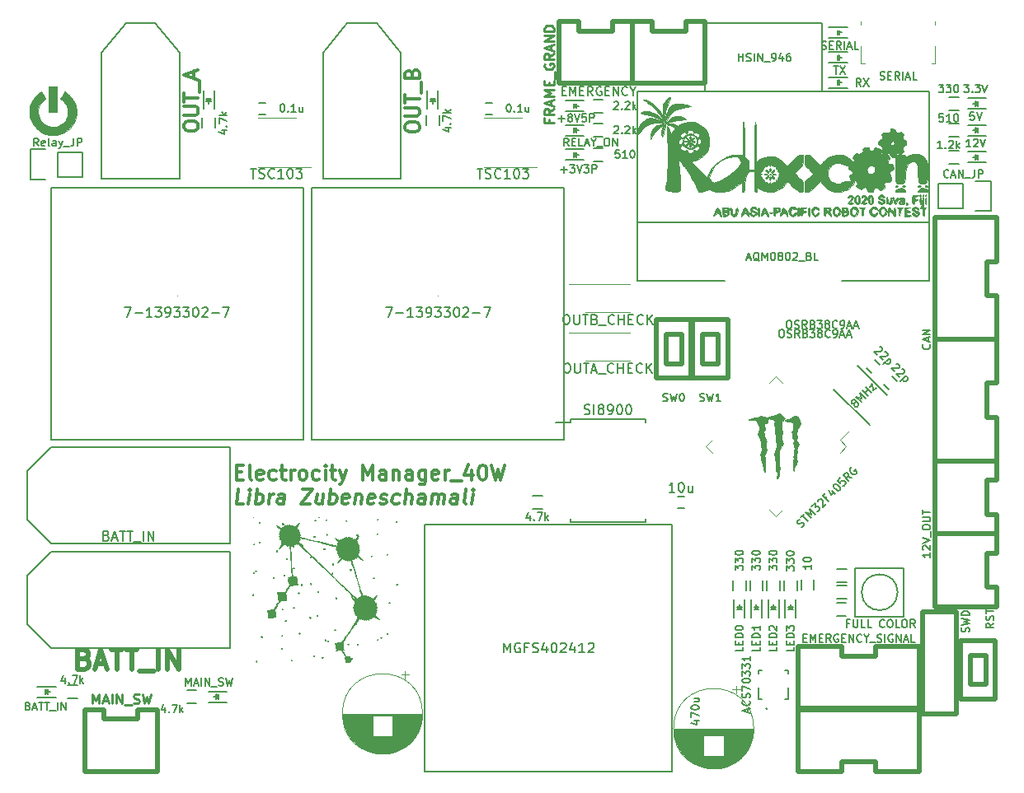
<source format=gbr>
G04 #@! TF.GenerationSoftware,KiCad,Pcbnew,(5.1.4)-1*
G04 #@! TF.CreationDate,2019-11-19T01:24:44+09:00*
G04 #@! TF.ProjectId,Electrocity_Manager_40W,456c6563-7472-46f6-9369-74795f4d616e,rev?*
G04 #@! TF.SameCoordinates,Original*
G04 #@! TF.FileFunction,Legend,Top*
G04 #@! TF.FilePolarity,Positive*
%FSLAX46Y46*%
G04 Gerber Fmt 4.6, Leading zero omitted, Abs format (unit mm)*
G04 Created by KiCad (PCBNEW (5.1.4)-1) date 2019-11-19 01:24:44*
%MOMM*%
%LPD*%
G04 APERTURE LIST*
%ADD10C,0.375000*%
%ADD11C,0.150000*%
%ADD12C,0.500000*%
%ADD13C,0.010000*%
%ADD14C,0.120000*%
%ADD15C,0.200000*%
%ADD16C,0.152400*%
%ADD17C,0.250000*%
%ADD18C,0.000100*%
G04 APERTURE END LIST*
D10*
X70574107Y-147428571D02*
X69859821Y-147428571D01*
X70047321Y-145928571D01*
X71074107Y-147428571D02*
X71199107Y-146428571D01*
X71261607Y-145928571D02*
X71181250Y-146000000D01*
X71243750Y-146071428D01*
X71324107Y-146000000D01*
X71261607Y-145928571D01*
X71243750Y-146071428D01*
X71788392Y-147428571D02*
X71975892Y-145928571D01*
X71904464Y-146500000D02*
X72056250Y-146428571D01*
X72341964Y-146428571D01*
X72475892Y-146500000D01*
X72538392Y-146571428D01*
X72591964Y-146714285D01*
X72538392Y-147142857D01*
X72449107Y-147285714D01*
X72368750Y-147357142D01*
X72216964Y-147428571D01*
X71931250Y-147428571D01*
X71797321Y-147357142D01*
X73145535Y-147428571D02*
X73270535Y-146428571D01*
X73234821Y-146714285D02*
X73324107Y-146571428D01*
X73404464Y-146500000D01*
X73556250Y-146428571D01*
X73699107Y-146428571D01*
X74716964Y-147428571D02*
X74815178Y-146642857D01*
X74761607Y-146500000D01*
X74627678Y-146428571D01*
X74341964Y-146428571D01*
X74190178Y-146500000D01*
X74725892Y-147357142D02*
X74574107Y-147428571D01*
X74216964Y-147428571D01*
X74083035Y-147357142D01*
X74029464Y-147214285D01*
X74047321Y-147071428D01*
X74136607Y-146928571D01*
X74288392Y-146857142D01*
X74645535Y-146857142D01*
X74797321Y-146785714D01*
X76618750Y-145928571D02*
X77618750Y-145928571D01*
X76431250Y-147428571D01*
X77431250Y-147428571D01*
X78770535Y-146428571D02*
X78645535Y-147428571D01*
X78127678Y-146428571D02*
X78029464Y-147214285D01*
X78083035Y-147357142D01*
X78216964Y-147428571D01*
X78431250Y-147428571D01*
X78583035Y-147357142D01*
X78663392Y-147285714D01*
X79359821Y-147428571D02*
X79547321Y-145928571D01*
X79475892Y-146500000D02*
X79627678Y-146428571D01*
X79913392Y-146428571D01*
X80047321Y-146500000D01*
X80109821Y-146571428D01*
X80163392Y-146714285D01*
X80109821Y-147142857D01*
X80020535Y-147285714D01*
X79940178Y-147357142D01*
X79788392Y-147428571D01*
X79502678Y-147428571D01*
X79368750Y-147357142D01*
X81297321Y-147357142D02*
X81145535Y-147428571D01*
X80859821Y-147428571D01*
X80725892Y-147357142D01*
X80672321Y-147214285D01*
X80743750Y-146642857D01*
X80833035Y-146500000D01*
X80984821Y-146428571D01*
X81270535Y-146428571D01*
X81404464Y-146500000D01*
X81458035Y-146642857D01*
X81440178Y-146785714D01*
X80708035Y-146928571D01*
X82127678Y-146428571D02*
X82002678Y-147428571D01*
X82109821Y-146571428D02*
X82190178Y-146500000D01*
X82341964Y-146428571D01*
X82556250Y-146428571D01*
X82690178Y-146500000D01*
X82743750Y-146642857D01*
X82645535Y-147428571D01*
X83940178Y-147357142D02*
X83788392Y-147428571D01*
X83502678Y-147428571D01*
X83368750Y-147357142D01*
X83315178Y-147214285D01*
X83386607Y-146642857D01*
X83475892Y-146500000D01*
X83627678Y-146428571D01*
X83913392Y-146428571D01*
X84047321Y-146500000D01*
X84100892Y-146642857D01*
X84083035Y-146785714D01*
X83350892Y-146928571D01*
X84583035Y-147357142D02*
X84716964Y-147428571D01*
X85002678Y-147428571D01*
X85154464Y-147357142D01*
X85243750Y-147214285D01*
X85252678Y-147142857D01*
X85199107Y-147000000D01*
X85065178Y-146928571D01*
X84850892Y-146928571D01*
X84716964Y-146857142D01*
X84663392Y-146714285D01*
X84672321Y-146642857D01*
X84761607Y-146500000D01*
X84913392Y-146428571D01*
X85127678Y-146428571D01*
X85261607Y-146500000D01*
X86511607Y-147357142D02*
X86359821Y-147428571D01*
X86074107Y-147428571D01*
X85940178Y-147357142D01*
X85877678Y-147285714D01*
X85824107Y-147142857D01*
X85877678Y-146714285D01*
X85966964Y-146571428D01*
X86047321Y-146500000D01*
X86199107Y-146428571D01*
X86484821Y-146428571D01*
X86618750Y-146500000D01*
X87145535Y-147428571D02*
X87333035Y-145928571D01*
X87788392Y-147428571D02*
X87886607Y-146642857D01*
X87833035Y-146500000D01*
X87699107Y-146428571D01*
X87484821Y-146428571D01*
X87333035Y-146500000D01*
X87252678Y-146571428D01*
X89145535Y-147428571D02*
X89243750Y-146642857D01*
X89190178Y-146500000D01*
X89056250Y-146428571D01*
X88770535Y-146428571D01*
X88618750Y-146500000D01*
X89154464Y-147357142D02*
X89002678Y-147428571D01*
X88645535Y-147428571D01*
X88511607Y-147357142D01*
X88458035Y-147214285D01*
X88475892Y-147071428D01*
X88565178Y-146928571D01*
X88716964Y-146857142D01*
X89074107Y-146857142D01*
X89225892Y-146785714D01*
X89859821Y-147428571D02*
X89984821Y-146428571D01*
X89966964Y-146571428D02*
X90047321Y-146500000D01*
X90199107Y-146428571D01*
X90413392Y-146428571D01*
X90547321Y-146500000D01*
X90600892Y-146642857D01*
X90502678Y-147428571D01*
X90600892Y-146642857D02*
X90690178Y-146500000D01*
X90841964Y-146428571D01*
X91056250Y-146428571D01*
X91190178Y-146500000D01*
X91243750Y-146642857D01*
X91145535Y-147428571D01*
X92502678Y-147428571D02*
X92600892Y-146642857D01*
X92547321Y-146500000D01*
X92413392Y-146428571D01*
X92127678Y-146428571D01*
X91975892Y-146500000D01*
X92511607Y-147357142D02*
X92359821Y-147428571D01*
X92002678Y-147428571D01*
X91868750Y-147357142D01*
X91815178Y-147214285D01*
X91833035Y-147071428D01*
X91922321Y-146928571D01*
X92074107Y-146857142D01*
X92431250Y-146857142D01*
X92583035Y-146785714D01*
X93431250Y-147428571D02*
X93297321Y-147357142D01*
X93243750Y-147214285D01*
X93404464Y-145928571D01*
X94002678Y-147428571D02*
X94127678Y-146428571D01*
X94190178Y-145928571D02*
X94109821Y-146000000D01*
X94172321Y-146071428D01*
X94252678Y-146000000D01*
X94190178Y-145928571D01*
X94172321Y-146071428D01*
X69850892Y-144142857D02*
X70350892Y-144142857D01*
X70565178Y-144928571D02*
X69850892Y-144928571D01*
X69850892Y-143428571D01*
X70565178Y-143428571D01*
X71422321Y-144928571D02*
X71279464Y-144857142D01*
X71208035Y-144714285D01*
X71208035Y-143428571D01*
X72565178Y-144857142D02*
X72422321Y-144928571D01*
X72136607Y-144928571D01*
X71993750Y-144857142D01*
X71922321Y-144714285D01*
X71922321Y-144142857D01*
X71993750Y-144000000D01*
X72136607Y-143928571D01*
X72422321Y-143928571D01*
X72565178Y-144000000D01*
X72636607Y-144142857D01*
X72636607Y-144285714D01*
X71922321Y-144428571D01*
X73922321Y-144857142D02*
X73779464Y-144928571D01*
X73493750Y-144928571D01*
X73350892Y-144857142D01*
X73279464Y-144785714D01*
X73208035Y-144642857D01*
X73208035Y-144214285D01*
X73279464Y-144071428D01*
X73350892Y-144000000D01*
X73493750Y-143928571D01*
X73779464Y-143928571D01*
X73922321Y-144000000D01*
X74350892Y-143928571D02*
X74922321Y-143928571D01*
X74565178Y-143428571D02*
X74565178Y-144714285D01*
X74636607Y-144857142D01*
X74779464Y-144928571D01*
X74922321Y-144928571D01*
X75422321Y-144928571D02*
X75422321Y-143928571D01*
X75422321Y-144214285D02*
X75493750Y-144071428D01*
X75565178Y-144000000D01*
X75708035Y-143928571D01*
X75850892Y-143928571D01*
X76565178Y-144928571D02*
X76422321Y-144857142D01*
X76350892Y-144785714D01*
X76279464Y-144642857D01*
X76279464Y-144214285D01*
X76350892Y-144071428D01*
X76422321Y-144000000D01*
X76565178Y-143928571D01*
X76779464Y-143928571D01*
X76922321Y-144000000D01*
X76993750Y-144071428D01*
X77065178Y-144214285D01*
X77065178Y-144642857D01*
X76993750Y-144785714D01*
X76922321Y-144857142D01*
X76779464Y-144928571D01*
X76565178Y-144928571D01*
X78350892Y-144857142D02*
X78208035Y-144928571D01*
X77922321Y-144928571D01*
X77779464Y-144857142D01*
X77708035Y-144785714D01*
X77636607Y-144642857D01*
X77636607Y-144214285D01*
X77708035Y-144071428D01*
X77779464Y-144000000D01*
X77922321Y-143928571D01*
X78208035Y-143928571D01*
X78350892Y-144000000D01*
X78993750Y-144928571D02*
X78993750Y-143928571D01*
X78993750Y-143428571D02*
X78922321Y-143500000D01*
X78993750Y-143571428D01*
X79065178Y-143500000D01*
X78993750Y-143428571D01*
X78993750Y-143571428D01*
X79493750Y-143928571D02*
X80065178Y-143928571D01*
X79708035Y-143428571D02*
X79708035Y-144714285D01*
X79779464Y-144857142D01*
X79922321Y-144928571D01*
X80065178Y-144928571D01*
X80422321Y-143928571D02*
X80779464Y-144928571D01*
X81136607Y-143928571D02*
X80779464Y-144928571D01*
X80636607Y-145285714D01*
X80565178Y-145357142D01*
X80422321Y-145428571D01*
X82850892Y-144928571D02*
X82850892Y-143428571D01*
X83350892Y-144500000D01*
X83850892Y-143428571D01*
X83850892Y-144928571D01*
X85208035Y-144928571D02*
X85208035Y-144142857D01*
X85136607Y-144000000D01*
X84993750Y-143928571D01*
X84708035Y-143928571D01*
X84565178Y-144000000D01*
X85208035Y-144857142D02*
X85065178Y-144928571D01*
X84708035Y-144928571D01*
X84565178Y-144857142D01*
X84493750Y-144714285D01*
X84493750Y-144571428D01*
X84565178Y-144428571D01*
X84708035Y-144357142D01*
X85065178Y-144357142D01*
X85208035Y-144285714D01*
X85922321Y-143928571D02*
X85922321Y-144928571D01*
X85922321Y-144071428D02*
X85993750Y-144000000D01*
X86136607Y-143928571D01*
X86350892Y-143928571D01*
X86493750Y-144000000D01*
X86565178Y-144142857D01*
X86565178Y-144928571D01*
X87922321Y-144928571D02*
X87922321Y-144142857D01*
X87850892Y-144000000D01*
X87708035Y-143928571D01*
X87422321Y-143928571D01*
X87279464Y-144000000D01*
X87922321Y-144857142D02*
X87779464Y-144928571D01*
X87422321Y-144928571D01*
X87279464Y-144857142D01*
X87208035Y-144714285D01*
X87208035Y-144571428D01*
X87279464Y-144428571D01*
X87422321Y-144357142D01*
X87779464Y-144357142D01*
X87922321Y-144285714D01*
X89279464Y-143928571D02*
X89279464Y-145142857D01*
X89208035Y-145285714D01*
X89136607Y-145357142D01*
X88993750Y-145428571D01*
X88779464Y-145428571D01*
X88636607Y-145357142D01*
X89279464Y-144857142D02*
X89136607Y-144928571D01*
X88850892Y-144928571D01*
X88708035Y-144857142D01*
X88636607Y-144785714D01*
X88565178Y-144642857D01*
X88565178Y-144214285D01*
X88636607Y-144071428D01*
X88708035Y-144000000D01*
X88850892Y-143928571D01*
X89136607Y-143928571D01*
X89279464Y-144000000D01*
X90565178Y-144857142D02*
X90422321Y-144928571D01*
X90136607Y-144928571D01*
X89993750Y-144857142D01*
X89922321Y-144714285D01*
X89922321Y-144142857D01*
X89993750Y-144000000D01*
X90136607Y-143928571D01*
X90422321Y-143928571D01*
X90565178Y-144000000D01*
X90636607Y-144142857D01*
X90636607Y-144285714D01*
X89922321Y-144428571D01*
X91279464Y-144928571D02*
X91279464Y-143928571D01*
X91279464Y-144214285D02*
X91350892Y-144071428D01*
X91422321Y-144000000D01*
X91565178Y-143928571D01*
X91708035Y-143928571D01*
X91850892Y-145071428D02*
X92993750Y-145071428D01*
X93993750Y-143928571D02*
X93993750Y-144928571D01*
X93636607Y-143357142D02*
X93279464Y-144428571D01*
X94208035Y-144428571D01*
X95065178Y-143428571D02*
X95208035Y-143428571D01*
X95350892Y-143500000D01*
X95422321Y-143571428D01*
X95493750Y-143714285D01*
X95565178Y-144000000D01*
X95565178Y-144357142D01*
X95493750Y-144642857D01*
X95422321Y-144785714D01*
X95350892Y-144857142D01*
X95208035Y-144928571D01*
X95065178Y-144928571D01*
X94922321Y-144857142D01*
X94850892Y-144785714D01*
X94779464Y-144642857D01*
X94708035Y-144357142D01*
X94708035Y-144000000D01*
X94779464Y-143714285D01*
X94850892Y-143571428D01*
X94922321Y-143500000D01*
X95065178Y-143428571D01*
X96065178Y-143428571D02*
X96422321Y-144928571D01*
X96708035Y-143857142D01*
X96993750Y-144928571D01*
X97350892Y-143428571D01*
D11*
X135426777Y-132578249D02*
X135921751Y-133073223D01*
X135073223Y-133921751D02*
X134578249Y-133426777D01*
X134921751Y-139325914D02*
X131209441Y-135613604D01*
X133613604Y-133209441D02*
X136654163Y-136250000D01*
X132500000Y-157175000D02*
X131500000Y-157175000D01*
X131500000Y-155825000D02*
X132500000Y-155825000D01*
X131470000Y-157575000D02*
X132470000Y-157575000D01*
X132470000Y-158925000D02*
X131470000Y-158925000D01*
X131500000Y-154075000D02*
X132500000Y-154075000D01*
X132500000Y-155425000D02*
X131500000Y-155425000D01*
X123500000Y-158030000D02*
X123250000Y-158280000D01*
X123000000Y-158030000D02*
X123500000Y-158030000D01*
X123250000Y-158280000D02*
X123000000Y-158030000D01*
X123000000Y-158280000D02*
X123500000Y-158280000D01*
X123250000Y-158230000D02*
X123250000Y-157780000D01*
X122700000Y-159130000D02*
X122700000Y-157230000D01*
X123800000Y-159130000D02*
X123800000Y-157230000D01*
X81250000Y-98000000D02*
X78750000Y-101000000D01*
X78750000Y-101000000D02*
X78750000Y-114000000D01*
X84250000Y-98000000D02*
X86750000Y-101000000D01*
X86750000Y-101000000D02*
X86750000Y-114000000D01*
X84250000Y-98000000D02*
X81250000Y-98000000D01*
X86750000Y-114000000D02*
X78750000Y-114000000D01*
X64000000Y-114000000D02*
X56000000Y-114000000D01*
X61500000Y-98000000D02*
X58500000Y-98000000D01*
X64000000Y-101000000D02*
X64000000Y-114000000D01*
X61500000Y-98000000D02*
X64000000Y-101000000D01*
X56000000Y-101000000D02*
X56000000Y-114000000D01*
X58500000Y-98000000D02*
X56000000Y-101000000D01*
X115850000Y-147850000D02*
X115150000Y-147850000D01*
X115150000Y-146650000D02*
X115850000Y-146650000D01*
X144480000Y-117020000D02*
X141940000Y-117020000D01*
X147300000Y-117300000D02*
X145750000Y-117300000D01*
X144480000Y-117020000D02*
X144480000Y-114480000D01*
X145750000Y-114200000D02*
X147300000Y-114200000D01*
X147300000Y-114200000D02*
X147300000Y-117300000D01*
X144480000Y-114480000D02*
X141940000Y-114480000D01*
X141940000Y-114480000D02*
X141940000Y-117020000D01*
D12*
X147950000Y-130500000D02*
X147950000Y-126000000D01*
X147950000Y-126000000D02*
X146950000Y-126000000D01*
X146950000Y-126000000D02*
X146950000Y-122500000D01*
X146950000Y-122500000D02*
X147950000Y-122500000D01*
X147950000Y-122500000D02*
X147950000Y-118000000D01*
X141550000Y-118000000D02*
X141550000Y-130500000D01*
X147950000Y-118000000D02*
X141550000Y-118000000D01*
X141550000Y-130500000D02*
X147950000Y-130500000D01*
X61750000Y-168550000D02*
X59750000Y-168550000D01*
X59750000Y-168550000D02*
X59750000Y-169550000D01*
X59750000Y-169550000D02*
X56250000Y-169550000D01*
X56250000Y-169550000D02*
X56250000Y-168550000D01*
X56250000Y-168550000D02*
X54250000Y-168550000D01*
X61750000Y-174950000D02*
X61750000Y-168550000D01*
X54250000Y-168550000D02*
X54250000Y-174950000D01*
X54250000Y-174950000D02*
X61750000Y-174950000D01*
D11*
X69150000Y-152300000D02*
X50800000Y-152300000D01*
X69150000Y-162200000D02*
X69150000Y-152300000D01*
X50800000Y-162200000D02*
X69150000Y-162200000D01*
X50800000Y-152300000D02*
X48350000Y-154800000D01*
X50800000Y-162200000D02*
X48350000Y-159750000D01*
X48350000Y-157250000D02*
X48350000Y-154800000D01*
X48350000Y-157200000D02*
X48350000Y-159750000D01*
X48350000Y-146450000D02*
X48350000Y-149000000D01*
X48350000Y-146500000D02*
X48350000Y-144050000D01*
X50800000Y-151450000D02*
X48350000Y-149000000D01*
X50800000Y-141550000D02*
X48350000Y-144050000D01*
X50800000Y-151450000D02*
X69150000Y-151450000D01*
X69150000Y-151450000D02*
X69150000Y-141550000D01*
X69150000Y-141550000D02*
X50800000Y-141550000D01*
D12*
X147800000Y-167500000D02*
X147800000Y-161500000D01*
X144200000Y-167500000D02*
X147800000Y-167500000D01*
X144200000Y-161500000D02*
X144200000Y-167500000D01*
X147800000Y-161500000D02*
X144200000Y-161500000D01*
X146800000Y-166000000D02*
X146800000Y-163000000D01*
X145200000Y-166000000D02*
X146800000Y-166000000D01*
X145200000Y-163000000D02*
X145200000Y-166000000D01*
X146800000Y-163000000D02*
X145200000Y-163000000D01*
X140300000Y-169000000D02*
X143800000Y-169000000D01*
X140300000Y-158500000D02*
X140300000Y-169000000D01*
X143800000Y-158500000D02*
X143800000Y-169000000D01*
X143800000Y-158500000D02*
X140300000Y-158500000D01*
D11*
X136823223Y-135671751D02*
X136328249Y-135176777D01*
X137176777Y-134328249D02*
X137671751Y-134823223D01*
X146850000Y-111200000D02*
X144950000Y-111200000D01*
X146850000Y-112300000D02*
X144950000Y-112300000D01*
X145950000Y-111750000D02*
X145500000Y-111750000D01*
X146000000Y-112000000D02*
X146000000Y-111500000D01*
X146000000Y-111750000D02*
X145750000Y-112000000D01*
X145750000Y-112000000D02*
X145750000Y-111500000D01*
X145750000Y-111500000D02*
X146000000Y-111750000D01*
X145750000Y-108750000D02*
X146000000Y-109000000D01*
X145750000Y-109250000D02*
X145750000Y-108750000D01*
X146000000Y-109000000D02*
X145750000Y-109250000D01*
X146000000Y-109250000D02*
X146000000Y-108750000D01*
X145950000Y-109000000D02*
X145500000Y-109000000D01*
X146850000Y-109550000D02*
X144950000Y-109550000D01*
X146850000Y-108450000D02*
X144950000Y-108450000D01*
X146850000Y-105700000D02*
X144950000Y-105700000D01*
X146850000Y-106800000D02*
X144950000Y-106800000D01*
X145950000Y-106250000D02*
X145500000Y-106250000D01*
X146000000Y-106500000D02*
X146000000Y-106000000D01*
X146000000Y-106250000D02*
X145750000Y-106500000D01*
X145750000Y-106500000D02*
X145750000Y-106000000D01*
X145750000Y-106000000D02*
X146000000Y-106250000D01*
X122050000Y-159130000D02*
X122050000Y-157230000D01*
X120950000Y-159130000D02*
X120950000Y-157230000D01*
X121500000Y-158230000D02*
X121500000Y-157780000D01*
X121250000Y-158280000D02*
X121750000Y-158280000D01*
X121500000Y-158280000D02*
X121250000Y-158030000D01*
X121250000Y-158030000D02*
X121750000Y-158030000D01*
X121750000Y-158030000D02*
X121500000Y-158280000D01*
X125550000Y-159130000D02*
X125550000Y-157230000D01*
X124450000Y-159130000D02*
X124450000Y-157230000D01*
X125000000Y-158230000D02*
X125000000Y-157780000D01*
X124750000Y-158280000D02*
X125250000Y-158280000D01*
X125000000Y-158280000D02*
X124750000Y-158030000D01*
X124750000Y-158030000D02*
X125250000Y-158030000D01*
X125250000Y-158030000D02*
X125000000Y-158280000D01*
X127000000Y-158030000D02*
X126750000Y-158280000D01*
X126500000Y-158030000D02*
X127000000Y-158030000D01*
X126750000Y-158280000D02*
X126500000Y-158030000D01*
X126500000Y-158280000D02*
X127000000Y-158280000D01*
X126750000Y-158230000D02*
X126750000Y-157780000D01*
X126200000Y-159130000D02*
X126200000Y-157230000D01*
X127300000Y-159130000D02*
X127300000Y-157230000D01*
X49400000Y-167300000D02*
X51300000Y-167300000D01*
X49400000Y-166200000D02*
X51300000Y-166200000D01*
X50300000Y-166750000D02*
X50750000Y-166750000D01*
X50250000Y-166500000D02*
X50250000Y-167000000D01*
X50250000Y-166750000D02*
X50500000Y-166500000D01*
X50500000Y-166500000D02*
X50500000Y-167000000D01*
X50500000Y-167000000D02*
X50250000Y-166750000D01*
X68850000Y-166700000D02*
X66950000Y-166700000D01*
X68850000Y-167800000D02*
X66950000Y-167800000D01*
X67950000Y-167250000D02*
X67500000Y-167250000D01*
X68000000Y-167500000D02*
X68000000Y-167000000D01*
X68000000Y-167250000D02*
X67750000Y-167500000D01*
X67750000Y-167500000D02*
X67750000Y-167000000D01*
X67750000Y-167000000D02*
X68000000Y-167250000D01*
X66750000Y-106000000D02*
X67000000Y-105750000D01*
X67250000Y-106000000D02*
X66750000Y-106000000D01*
X67000000Y-105750000D02*
X67250000Y-106000000D01*
X67250000Y-105750000D02*
X66750000Y-105750000D01*
X67000000Y-105800000D02*
X67000000Y-106250000D01*
X67550000Y-104900000D02*
X67550000Y-106800000D01*
X66450000Y-104900000D02*
X66450000Y-106800000D01*
X89450000Y-104900000D02*
X89450000Y-106800000D01*
X90550000Y-104900000D02*
X90550000Y-106800000D01*
X90000000Y-105800000D02*
X90000000Y-106250000D01*
X90250000Y-105750000D02*
X89750000Y-105750000D01*
X90000000Y-105750000D02*
X90250000Y-106000000D01*
X90250000Y-106000000D02*
X89750000Y-106000000D01*
X89750000Y-106000000D02*
X90000000Y-105750000D01*
X104740000Y-109240000D02*
X104490000Y-108990000D01*
X104740000Y-108740000D02*
X104740000Y-109240000D01*
X104490000Y-108990000D02*
X104740000Y-108740000D01*
X104490000Y-108740000D02*
X104490000Y-109240000D01*
X104540000Y-108990000D02*
X104990000Y-108990000D01*
X103640000Y-108440000D02*
X105540000Y-108440000D01*
X103640000Y-109540000D02*
X105540000Y-109540000D01*
X104740000Y-106740000D02*
X104490000Y-106490000D01*
X104740000Y-106240000D02*
X104740000Y-106740000D01*
X104490000Y-106490000D02*
X104740000Y-106240000D01*
X104490000Y-106240000D02*
X104490000Y-106740000D01*
X104540000Y-106490000D02*
X104990000Y-106490000D01*
X103640000Y-105940000D02*
X105540000Y-105940000D01*
X103640000Y-107040000D02*
X105540000Y-107040000D01*
X104740000Y-111740000D02*
X104490000Y-111490000D01*
X104740000Y-111240000D02*
X104740000Y-111740000D01*
X104490000Y-111490000D02*
X104740000Y-111240000D01*
X104490000Y-111240000D02*
X104490000Y-111740000D01*
X104540000Y-111490000D02*
X104990000Y-111490000D01*
X103640000Y-110940000D02*
X105540000Y-110940000D01*
X103640000Y-112040000D02*
X105540000Y-112040000D01*
X51520000Y-111230000D02*
X54060000Y-111230000D01*
X48700000Y-110950000D02*
X50250000Y-110950000D01*
X51520000Y-111230000D02*
X51520000Y-113770000D01*
X50250000Y-114050000D02*
X48700000Y-114050000D01*
X48700000Y-114050000D02*
X48700000Y-110950000D01*
X51520000Y-113770000D02*
X54060000Y-113770000D01*
X54060000Y-113770000D02*
X54060000Y-111230000D01*
D12*
X140000000Y-162050000D02*
X135500000Y-162050000D01*
X135500000Y-162050000D02*
X135500000Y-163050000D01*
X135500000Y-163050000D02*
X132000000Y-163050000D01*
X132000000Y-163050000D02*
X132000000Y-162050000D01*
X132000000Y-162050000D02*
X127500000Y-162050000D01*
X127500000Y-168450000D02*
X140000000Y-168450000D01*
X127500000Y-162050000D02*
X127500000Y-168450000D01*
X140000000Y-168450000D02*
X140000000Y-162050000D01*
X141550000Y-150500000D02*
X141550000Y-158000000D01*
X147950000Y-150500000D02*
X141550000Y-150500000D01*
X141550000Y-158000000D02*
X147950000Y-158000000D01*
X147950000Y-152500000D02*
X147950000Y-150500000D01*
X146950000Y-152500000D02*
X147950000Y-152500000D01*
X146950000Y-156000000D02*
X146950000Y-152500000D01*
X147950000Y-156000000D02*
X146950000Y-156000000D01*
X147950000Y-158000000D02*
X147950000Y-156000000D01*
X147950000Y-150500000D02*
X147950000Y-148500000D01*
X147950000Y-148500000D02*
X146950000Y-148500000D01*
X146950000Y-148500000D02*
X146950000Y-145000000D01*
X146950000Y-145000000D02*
X147950000Y-145000000D01*
X147950000Y-145000000D02*
X147950000Y-143000000D01*
X141550000Y-150500000D02*
X147950000Y-150500000D01*
X147950000Y-143000000D02*
X141550000Y-143000000D01*
X141550000Y-143000000D02*
X141550000Y-150500000D01*
X110500000Y-97800000D02*
X108500000Y-97800000D01*
X108500000Y-97800000D02*
X108500000Y-98800000D01*
X108500000Y-98800000D02*
X105000000Y-98800000D01*
X105000000Y-98800000D02*
X105000000Y-97800000D01*
X105000000Y-97800000D02*
X103000000Y-97800000D01*
X110500000Y-104200000D02*
X110500000Y-97800000D01*
X103000000Y-97800000D02*
X103000000Y-104200000D01*
X103000000Y-104200000D02*
X110500000Y-104200000D01*
X110500000Y-104200000D02*
X118000000Y-104200000D01*
X110500000Y-97800000D02*
X110500000Y-104200000D01*
X118000000Y-104200000D02*
X118000000Y-97800000D01*
X112500000Y-97800000D02*
X110500000Y-97800000D01*
X112500000Y-98800000D02*
X112500000Y-97800000D01*
X116000000Y-98800000D02*
X112500000Y-98800000D01*
X116000000Y-97800000D02*
X116000000Y-98800000D01*
X118000000Y-97800000D02*
X116000000Y-97800000D01*
D11*
X144000000Y-112425000D02*
X143000000Y-112425000D01*
X143000000Y-111075000D02*
X144000000Y-111075000D01*
X143000000Y-108325000D02*
X144000000Y-108325000D01*
X144000000Y-109675000D02*
X143000000Y-109675000D01*
X144000000Y-106925000D02*
X143000000Y-106925000D01*
X143000000Y-105575000D02*
X144000000Y-105575000D01*
X122175000Y-155280000D02*
X122175000Y-156280000D01*
X120825000Y-156280000D02*
X120825000Y-155280000D01*
X122575000Y-156280000D02*
X122575000Y-155280000D01*
X123925000Y-155280000D02*
X123925000Y-156280000D01*
X125675000Y-155280000D02*
X125675000Y-156280000D01*
X124325000Y-156280000D02*
X124325000Y-155280000D01*
X126075000Y-156280000D02*
X126075000Y-155280000D01*
X127425000Y-155280000D02*
X127425000Y-156280000D01*
X129175000Y-155250000D02*
X129175000Y-156250000D01*
X127825000Y-156250000D02*
X127825000Y-155250000D01*
X100250000Y-146575000D02*
X101250000Y-146575000D01*
X101250000Y-147925000D02*
X100250000Y-147925000D01*
X53500000Y-167425000D02*
X52500000Y-167425000D01*
X52500000Y-166075000D02*
X53500000Y-166075000D01*
X65750000Y-167925000D02*
X64750000Y-167925000D01*
X64750000Y-166575000D02*
X65750000Y-166575000D01*
X66325000Y-108750000D02*
X66325000Y-107750000D01*
X67675000Y-107750000D02*
X67675000Y-108750000D01*
X90675000Y-107500000D02*
X90675000Y-108500000D01*
X89325000Y-108500000D02*
X89325000Y-107500000D01*
X107500000Y-109665000D02*
X106500000Y-109665000D01*
X106500000Y-108315000D02*
X107500000Y-108315000D01*
X106500000Y-105815000D02*
X107500000Y-105815000D01*
X107500000Y-107165000D02*
X106500000Y-107165000D01*
X106500000Y-110815000D02*
X107500000Y-110815000D01*
X107500000Y-112165000D02*
X106500000Y-112165000D01*
D12*
X147950000Y-143000000D02*
X147950000Y-138500000D01*
X147950000Y-138500000D02*
X146950000Y-138500000D01*
X146950000Y-138500000D02*
X146950000Y-135000000D01*
X146950000Y-135000000D02*
X147950000Y-135000000D01*
X147950000Y-135000000D02*
X147950000Y-130500000D01*
X141550000Y-130500000D02*
X141550000Y-143000000D01*
X147950000Y-130500000D02*
X141550000Y-130500000D01*
X141550000Y-143000000D02*
X147950000Y-143000000D01*
D11*
X104125000Y-138675000D02*
X104125000Y-139030000D01*
X111875000Y-138675000D02*
X111875000Y-139030000D01*
X111875000Y-149325000D02*
X111875000Y-148970000D01*
X104125000Y-149325000D02*
X104125000Y-148970000D01*
X104125000Y-138675000D02*
X111875000Y-138675000D01*
X104125000Y-149325000D02*
X111875000Y-149325000D01*
X104125000Y-139030000D02*
X102600000Y-139030000D01*
D12*
X127500000Y-174950000D02*
X132000000Y-174950000D01*
X132000000Y-174950000D02*
X132000000Y-173950000D01*
X132000000Y-173950000D02*
X135500000Y-173950000D01*
X135500000Y-173950000D02*
X135500000Y-174950000D01*
X135500000Y-174950000D02*
X140000000Y-174950000D01*
X140000000Y-168550000D02*
X127500000Y-168550000D01*
X140000000Y-174950000D02*
X140000000Y-168550000D01*
X127500000Y-168550000D02*
X127500000Y-174950000D01*
D13*
G36*
X127129452Y-138369668D02*
G01*
X127163308Y-138382150D01*
X127201549Y-138392634D01*
X127251989Y-138399553D01*
X127288005Y-138401200D01*
X127371860Y-138406856D01*
X127438836Y-138425788D01*
X127493318Y-138460935D01*
X127539694Y-138515240D01*
X127582349Y-138591645D01*
X127587135Y-138601810D01*
X127613872Y-138658640D01*
X127640814Y-138714593D01*
X127663422Y-138760286D01*
X127669764Y-138772681D01*
X127696827Y-138849606D01*
X127701100Y-138894793D01*
X127707495Y-138943761D01*
X127724333Y-138985775D01*
X127748089Y-139014427D01*
X127771871Y-139023500D01*
X127785777Y-139034945D01*
X127790000Y-139066731D01*
X127785357Y-139093729D01*
X127770398Y-139131020D01*
X127743573Y-139181808D01*
X127703335Y-139249300D01*
X127696455Y-139260406D01*
X127594352Y-139434032D01*
X127511921Y-139595684D01*
X127448187Y-139748181D01*
X127402173Y-139894342D01*
X127372904Y-140036983D01*
X127359403Y-140178924D01*
X127358200Y-140237157D01*
X127358703Y-140293074D01*
X127360886Y-140328684D01*
X127365760Y-140349071D01*
X127374336Y-140359320D01*
X127383268Y-140363244D01*
X127418140Y-140385936D01*
X127445550Y-140424493D01*
X127459246Y-140469408D01*
X127459800Y-140479636D01*
X127455145Y-140510131D01*
X127442659Y-140556304D01*
X127424553Y-140610504D01*
X127413444Y-140639848D01*
X127379069Y-140740582D01*
X127362671Y-140824083D01*
X127364288Y-140891103D01*
X127383960Y-140942393D01*
X127421727Y-140978705D01*
X127431439Y-140984228D01*
X127484277Y-141023004D01*
X127527623Y-141080825D01*
X127549771Y-141124814D01*
X127567190Y-141178766D01*
X127576570Y-141239563D01*
X127578460Y-141302242D01*
X127573406Y-141361840D01*
X127561954Y-141413394D01*
X127544651Y-141451938D01*
X127522044Y-141472512D01*
X127511248Y-141474600D01*
X127493773Y-141479025D01*
X127486250Y-141496839D01*
X127484874Y-141522225D01*
X127474342Y-141573626D01*
X127442797Y-141635355D01*
X127440424Y-141639111D01*
X127417487Y-141677404D01*
X127404240Y-141708928D01*
X127398064Y-141743591D01*
X127396341Y-141791300D01*
X127396300Y-141806048D01*
X127406107Y-141919336D01*
X127422965Y-141990056D01*
X127439857Y-142058864D01*
X127441758Y-142114732D01*
X127427789Y-142165840D01*
X127398377Y-142218397D01*
X127380357Y-142247248D01*
X127369672Y-142271975D01*
X127364834Y-142300307D01*
X127364354Y-142339975D01*
X127366147Y-142385875D01*
X127370067Y-142453217D01*
X127375801Y-142531002D01*
X127382241Y-142604446D01*
X127383545Y-142617600D01*
X127390338Y-142696696D01*
X127395747Y-142784087D01*
X127399677Y-142874855D01*
X127402034Y-142964082D01*
X127402724Y-143046851D01*
X127401652Y-143118245D01*
X127398724Y-143173345D01*
X127394787Y-143203322D01*
X127373509Y-143261273D01*
X127333290Y-143329066D01*
X127317938Y-143350587D01*
X127266861Y-143421947D01*
X127228327Y-143482202D01*
X127197910Y-143539152D01*
X127171184Y-143600592D01*
X127160833Y-143627383D01*
X127144409Y-143673941D01*
X127135292Y-143711406D01*
X127132261Y-143749701D01*
X127134095Y-143798751D01*
X127136218Y-143827428D01*
X127139830Y-143884878D01*
X127139401Y-143923578D01*
X127134398Y-143949934D01*
X127124317Y-143970303D01*
X127106476Y-143992860D01*
X127093461Y-144001900D01*
X127084014Y-143991049D01*
X127068484Y-143962419D01*
X127050018Y-143921896D01*
X127047613Y-143916175D01*
X127022672Y-143841582D01*
X127007784Y-143765262D01*
X127003550Y-143693918D01*
X127010566Y-143634252D01*
X127020064Y-143607563D01*
X127031823Y-143578089D01*
X127038110Y-143544719D01*
X127038753Y-143503204D01*
X127033580Y-143449291D01*
X127022420Y-143378732D01*
X127007670Y-143300307D01*
X126989589Y-143194891D01*
X126981416Y-143108774D01*
X126983686Y-143037644D01*
X126996937Y-142977194D01*
X127021704Y-142923112D01*
X127058525Y-142871089D01*
X127061536Y-142867450D01*
X127085384Y-142823679D01*
X127089837Y-142770688D01*
X127074973Y-142705293D01*
X127066100Y-142681100D01*
X127046885Y-142617774D01*
X127041720Y-142563764D01*
X127050790Y-142523795D01*
X127059368Y-142511845D01*
X127077778Y-142483985D01*
X127097757Y-142438757D01*
X127116335Y-142383787D01*
X127129493Y-142331850D01*
X127132660Y-142301968D01*
X127134552Y-142252301D01*
X127135098Y-142188435D01*
X127134222Y-142115956D01*
X127132924Y-142068831D01*
X127130540Y-141986651D01*
X127129899Y-141925204D01*
X127131247Y-141879866D01*
X127134825Y-141846014D01*
X127140878Y-141819026D01*
X127147038Y-141800903D01*
X127158188Y-141767815D01*
X127161940Y-141739823D01*
X127158450Y-141706769D01*
X127149144Y-141663872D01*
X127139532Y-141609165D01*
X127132591Y-141543156D01*
X127129791Y-141479915D01*
X127129787Y-141478524D01*
X127128220Y-141429441D01*
X127124218Y-141390673D01*
X127118551Y-141368784D01*
X127116658Y-141366500D01*
X127098490Y-141345707D01*
X127078200Y-141308658D01*
X127059375Y-141263845D01*
X127045603Y-141219764D01*
X127040465Y-141186097D01*
X127042616Y-141154555D01*
X127048634Y-141105077D01*
X127057574Y-141044668D01*
X127067533Y-140985650D01*
X127081122Y-140899375D01*
X127086389Y-140833294D01*
X127082596Y-140783358D01*
X127069009Y-140745519D01*
X127044890Y-140715731D01*
X127014301Y-140692919D01*
X126967195Y-140655099D01*
X126933832Y-140608181D01*
X126913626Y-140549386D01*
X126905990Y-140475934D01*
X126910337Y-140385043D01*
X126925972Y-140274553D01*
X126935368Y-140215825D01*
X126941650Y-140167046D01*
X126944295Y-140133138D01*
X126942775Y-140119024D01*
X126942584Y-140118927D01*
X126906053Y-140100501D01*
X126871585Y-140073611D01*
X126847909Y-140045653D01*
X126843084Y-140034620D01*
X126844300Y-139991870D01*
X126864742Y-139945171D01*
X126900574Y-139901229D01*
X126934584Y-139874533D01*
X126989050Y-139839992D01*
X126993851Y-139574621D01*
X126996904Y-139458081D01*
X127001558Y-139363717D01*
X127008047Y-139288343D01*
X127016602Y-139228771D01*
X127020398Y-139209820D01*
X127031170Y-139154538D01*
X127034550Y-139118792D01*
X127030834Y-139097908D01*
X127027768Y-139093071D01*
X127009601Y-139081384D01*
X126973743Y-139065352D01*
X126926853Y-139047849D01*
X126909572Y-139042070D01*
X126856852Y-139023391D01*
X126809422Y-139003821D01*
X126775727Y-138986915D01*
X126770259Y-138983396D01*
X126742613Y-138967574D01*
X126717033Y-138965897D01*
X126689047Y-138973492D01*
X126624771Y-138983645D01*
X126542194Y-138978203D01*
X126442904Y-138957369D01*
X126354900Y-138930573D01*
X126298417Y-138911762D01*
X126248989Y-138895999D01*
X126212676Y-138885176D01*
X126197202Y-138881355D01*
X126173677Y-138870362D01*
X126167978Y-138853120D01*
X126182513Y-138838008D01*
X126184513Y-138837184D01*
X126207966Y-138822487D01*
X126236049Y-138797769D01*
X126239544Y-138794174D01*
X126267503Y-138774606D01*
X126314969Y-138751616D01*
X126376592Y-138726995D01*
X126447019Y-138702539D01*
X126520901Y-138680038D01*
X126592885Y-138661286D01*
X126657621Y-138648076D01*
X126688385Y-138643802D01*
X126738147Y-138637172D01*
X126769924Y-138628498D01*
X126791119Y-138614980D01*
X126804637Y-138599833D01*
X126846390Y-138547583D01*
X126877721Y-138513401D01*
X126902024Y-138494040D01*
X126922689Y-138486254D01*
X126923397Y-138486150D01*
X126953143Y-138476538D01*
X126967212Y-138467067D01*
X126989991Y-138453616D01*
X126999218Y-138451999D01*
X127015852Y-138441942D01*
X127036501Y-138416877D01*
X127042382Y-138407549D01*
X127065805Y-138376881D01*
X127092701Y-138364700D01*
X127129452Y-138369668D01*
X127129452Y-138369668D01*
G37*
X127129452Y-138369668D02*
X127163308Y-138382150D01*
X127201549Y-138392634D01*
X127251989Y-138399553D01*
X127288005Y-138401200D01*
X127371860Y-138406856D01*
X127438836Y-138425788D01*
X127493318Y-138460935D01*
X127539694Y-138515240D01*
X127582349Y-138591645D01*
X127587135Y-138601810D01*
X127613872Y-138658640D01*
X127640814Y-138714593D01*
X127663422Y-138760286D01*
X127669764Y-138772681D01*
X127696827Y-138849606D01*
X127701100Y-138894793D01*
X127707495Y-138943761D01*
X127724333Y-138985775D01*
X127748089Y-139014427D01*
X127771871Y-139023500D01*
X127785777Y-139034945D01*
X127790000Y-139066731D01*
X127785357Y-139093729D01*
X127770398Y-139131020D01*
X127743573Y-139181808D01*
X127703335Y-139249300D01*
X127696455Y-139260406D01*
X127594352Y-139434032D01*
X127511921Y-139595684D01*
X127448187Y-139748181D01*
X127402173Y-139894342D01*
X127372904Y-140036983D01*
X127359403Y-140178924D01*
X127358200Y-140237157D01*
X127358703Y-140293074D01*
X127360886Y-140328684D01*
X127365760Y-140349071D01*
X127374336Y-140359320D01*
X127383268Y-140363244D01*
X127418140Y-140385936D01*
X127445550Y-140424493D01*
X127459246Y-140469408D01*
X127459800Y-140479636D01*
X127455145Y-140510131D01*
X127442659Y-140556304D01*
X127424553Y-140610504D01*
X127413444Y-140639848D01*
X127379069Y-140740582D01*
X127362671Y-140824083D01*
X127364288Y-140891103D01*
X127383960Y-140942393D01*
X127421727Y-140978705D01*
X127431439Y-140984228D01*
X127484277Y-141023004D01*
X127527623Y-141080825D01*
X127549771Y-141124814D01*
X127567190Y-141178766D01*
X127576570Y-141239563D01*
X127578460Y-141302242D01*
X127573406Y-141361840D01*
X127561954Y-141413394D01*
X127544651Y-141451938D01*
X127522044Y-141472512D01*
X127511248Y-141474600D01*
X127493773Y-141479025D01*
X127486250Y-141496839D01*
X127484874Y-141522225D01*
X127474342Y-141573626D01*
X127442797Y-141635355D01*
X127440424Y-141639111D01*
X127417487Y-141677404D01*
X127404240Y-141708928D01*
X127398064Y-141743591D01*
X127396341Y-141791300D01*
X127396300Y-141806048D01*
X127406107Y-141919336D01*
X127422965Y-141990056D01*
X127439857Y-142058864D01*
X127441758Y-142114732D01*
X127427789Y-142165840D01*
X127398377Y-142218397D01*
X127380357Y-142247248D01*
X127369672Y-142271975D01*
X127364834Y-142300307D01*
X127364354Y-142339975D01*
X127366147Y-142385875D01*
X127370067Y-142453217D01*
X127375801Y-142531002D01*
X127382241Y-142604446D01*
X127383545Y-142617600D01*
X127390338Y-142696696D01*
X127395747Y-142784087D01*
X127399677Y-142874855D01*
X127402034Y-142964082D01*
X127402724Y-143046851D01*
X127401652Y-143118245D01*
X127398724Y-143173345D01*
X127394787Y-143203322D01*
X127373509Y-143261273D01*
X127333290Y-143329066D01*
X127317938Y-143350587D01*
X127266861Y-143421947D01*
X127228327Y-143482202D01*
X127197910Y-143539152D01*
X127171184Y-143600592D01*
X127160833Y-143627383D01*
X127144409Y-143673941D01*
X127135292Y-143711406D01*
X127132261Y-143749701D01*
X127134095Y-143798751D01*
X127136218Y-143827428D01*
X127139830Y-143884878D01*
X127139401Y-143923578D01*
X127134398Y-143949934D01*
X127124317Y-143970303D01*
X127106476Y-143992860D01*
X127093461Y-144001900D01*
X127084014Y-143991049D01*
X127068484Y-143962419D01*
X127050018Y-143921896D01*
X127047613Y-143916175D01*
X127022672Y-143841582D01*
X127007784Y-143765262D01*
X127003550Y-143693918D01*
X127010566Y-143634252D01*
X127020064Y-143607563D01*
X127031823Y-143578089D01*
X127038110Y-143544719D01*
X127038753Y-143503204D01*
X127033580Y-143449291D01*
X127022420Y-143378732D01*
X127007670Y-143300307D01*
X126989589Y-143194891D01*
X126981416Y-143108774D01*
X126983686Y-143037644D01*
X126996937Y-142977194D01*
X127021704Y-142923112D01*
X127058525Y-142871089D01*
X127061536Y-142867450D01*
X127085384Y-142823679D01*
X127089837Y-142770688D01*
X127074973Y-142705293D01*
X127066100Y-142681100D01*
X127046885Y-142617774D01*
X127041720Y-142563764D01*
X127050790Y-142523795D01*
X127059368Y-142511845D01*
X127077778Y-142483985D01*
X127097757Y-142438757D01*
X127116335Y-142383787D01*
X127129493Y-142331850D01*
X127132660Y-142301968D01*
X127134552Y-142252301D01*
X127135098Y-142188435D01*
X127134222Y-142115956D01*
X127132924Y-142068831D01*
X127130540Y-141986651D01*
X127129899Y-141925204D01*
X127131247Y-141879866D01*
X127134825Y-141846014D01*
X127140878Y-141819026D01*
X127147038Y-141800903D01*
X127158188Y-141767815D01*
X127161940Y-141739823D01*
X127158450Y-141706769D01*
X127149144Y-141663872D01*
X127139532Y-141609165D01*
X127132591Y-141543156D01*
X127129791Y-141479915D01*
X127129787Y-141478524D01*
X127128220Y-141429441D01*
X127124218Y-141390673D01*
X127118551Y-141368784D01*
X127116658Y-141366500D01*
X127098490Y-141345707D01*
X127078200Y-141308658D01*
X127059375Y-141263845D01*
X127045603Y-141219764D01*
X127040465Y-141186097D01*
X127042616Y-141154555D01*
X127048634Y-141105077D01*
X127057574Y-141044668D01*
X127067533Y-140985650D01*
X127081122Y-140899375D01*
X127086389Y-140833294D01*
X127082596Y-140783358D01*
X127069009Y-140745519D01*
X127044890Y-140715731D01*
X127014301Y-140692919D01*
X126967195Y-140655099D01*
X126933832Y-140608181D01*
X126913626Y-140549386D01*
X126905990Y-140475934D01*
X126910337Y-140385043D01*
X126925972Y-140274553D01*
X126935368Y-140215825D01*
X126941650Y-140167046D01*
X126944295Y-140133138D01*
X126942775Y-140119024D01*
X126942584Y-140118927D01*
X126906053Y-140100501D01*
X126871585Y-140073611D01*
X126847909Y-140045653D01*
X126843084Y-140034620D01*
X126844300Y-139991870D01*
X126864742Y-139945171D01*
X126900574Y-139901229D01*
X126934584Y-139874533D01*
X126989050Y-139839992D01*
X126993851Y-139574621D01*
X126996904Y-139458081D01*
X127001558Y-139363717D01*
X127008047Y-139288343D01*
X127016602Y-139228771D01*
X127020398Y-139209820D01*
X127031170Y-139154538D01*
X127034550Y-139118792D01*
X127030834Y-139097908D01*
X127027768Y-139093071D01*
X127009601Y-139081384D01*
X126973743Y-139065352D01*
X126926853Y-139047849D01*
X126909572Y-139042070D01*
X126856852Y-139023391D01*
X126809422Y-139003821D01*
X126775727Y-138986915D01*
X126770259Y-138983396D01*
X126742613Y-138967574D01*
X126717033Y-138965897D01*
X126689047Y-138973492D01*
X126624771Y-138983645D01*
X126542194Y-138978203D01*
X126442904Y-138957369D01*
X126354900Y-138930573D01*
X126298417Y-138911762D01*
X126248989Y-138895999D01*
X126212676Y-138885176D01*
X126197202Y-138881355D01*
X126173677Y-138870362D01*
X126167978Y-138853120D01*
X126182513Y-138838008D01*
X126184513Y-138837184D01*
X126207966Y-138822487D01*
X126236049Y-138797769D01*
X126239544Y-138794174D01*
X126267503Y-138774606D01*
X126314969Y-138751616D01*
X126376592Y-138726995D01*
X126447019Y-138702539D01*
X126520901Y-138680038D01*
X126592885Y-138661286D01*
X126657621Y-138648076D01*
X126688385Y-138643802D01*
X126738147Y-138637172D01*
X126769924Y-138628498D01*
X126791119Y-138614980D01*
X126804637Y-138599833D01*
X126846390Y-138547583D01*
X126877721Y-138513401D01*
X126902024Y-138494040D01*
X126922689Y-138486254D01*
X126923397Y-138486150D01*
X126953143Y-138476538D01*
X126967212Y-138467067D01*
X126989991Y-138453616D01*
X126999218Y-138451999D01*
X127015852Y-138441942D01*
X127036501Y-138416877D01*
X127042382Y-138407549D01*
X127065805Y-138376881D01*
X127092701Y-138364700D01*
X127129452Y-138369668D01*
G36*
X125606152Y-138135803D02*
G01*
X125624458Y-138142221D01*
X125631769Y-138157517D01*
X125633331Y-138167842D01*
X125643277Y-138194137D01*
X125669700Y-138211174D01*
X125681800Y-138215467D01*
X125717946Y-138234493D01*
X125730118Y-138256876D01*
X125744476Y-138280972D01*
X125771631Y-138291531D01*
X125801815Y-138304836D01*
X125838155Y-138330720D01*
X125859335Y-138350130D01*
X125900561Y-138385633D01*
X125935491Y-138400430D01*
X125945171Y-138401200D01*
X125990047Y-138409060D01*
X126020282Y-138434372D01*
X126038255Y-138479730D01*
X126043047Y-138507927D01*
X126051741Y-138556589D01*
X126065815Y-138585541D01*
X126089901Y-138600461D01*
X126123485Y-138606537D01*
X126165019Y-138610750D01*
X126036350Y-138756800D01*
X125965961Y-138838994D01*
X125910983Y-138910389D01*
X125870018Y-138975720D01*
X125841667Y-139039720D01*
X125824532Y-139107125D01*
X125817215Y-139182669D01*
X125818318Y-139271088D01*
X125826441Y-139377116D01*
X125833344Y-139444181D01*
X125848853Y-139586854D01*
X125861965Y-139706329D01*
X125872991Y-139804662D01*
X125882246Y-139883909D01*
X125890042Y-139946128D01*
X125896691Y-139993374D01*
X125902507Y-140027705D01*
X125907803Y-140051176D01*
X125912890Y-140065845D01*
X125918083Y-140073767D01*
X125923693Y-140076999D01*
X125929691Y-140077600D01*
X125944299Y-140087629D01*
X125947555Y-140113814D01*
X125940783Y-140150295D01*
X125925304Y-140191215D01*
X125902441Y-140230715D01*
X125892111Y-140244111D01*
X125876213Y-140265384D01*
X125866528Y-140287478D01*
X125861547Y-140317344D01*
X125859763Y-140361936D01*
X125859600Y-140394106D01*
X125858862Y-140449465D01*
X125855840Y-140485568D01*
X125849319Y-140508538D01*
X125838083Y-140524494D01*
X125832699Y-140529656D01*
X125818200Y-140545856D01*
X125811121Y-140565894D01*
X125810056Y-140597323D01*
X125812703Y-140637106D01*
X125817057Y-140674807D01*
X125824604Y-140714130D01*
X125836583Y-140759083D01*
X125854235Y-140813675D01*
X125878799Y-140881913D01*
X125911515Y-140967805D01*
X125928353Y-141011050D01*
X125956962Y-141098177D01*
X125971797Y-141176208D01*
X125972466Y-141241391D01*
X125958580Y-141289975D01*
X125957574Y-141291766D01*
X125929525Y-141331567D01*
X125891678Y-141374189D01*
X125850945Y-141412778D01*
X125814240Y-141440482D01*
X125800099Y-141447894D01*
X125762501Y-141475704D01*
X125740118Y-141522868D01*
X125732601Y-141590128D01*
X125732600Y-141591203D01*
X125725981Y-141646010D01*
X125708371Y-141695355D01*
X125683143Y-141731163D01*
X125670175Y-141740724D01*
X125647899Y-141766117D01*
X125643700Y-141790834D01*
X125635754Y-141826985D01*
X125618300Y-141859065D01*
X125606496Y-141877594D01*
X125598971Y-141900830D01*
X125594831Y-141934561D01*
X125593180Y-141984573D01*
X125593011Y-142022703D01*
X125594057Y-142089196D01*
X125596812Y-142170244D01*
X125600844Y-142255091D01*
X125605186Y-142325500D01*
X125609129Y-142492872D01*
X125599073Y-142672896D01*
X125575607Y-142857433D01*
X125560501Y-142941450D01*
X125549192Y-143025741D01*
X125544016Y-143126527D01*
X125544706Y-143235718D01*
X125550999Y-143345226D01*
X125562630Y-143446965D01*
X125579333Y-143532845D01*
X125579931Y-143535175D01*
X125597404Y-143595106D01*
X125612816Y-143632581D01*
X125625611Y-143646264D01*
X125626209Y-143646300D01*
X125642177Y-143637108D01*
X125643894Y-143630425D01*
X125648285Y-143623813D01*
X125656400Y-143633600D01*
X125666130Y-143665111D01*
X125667923Y-143712148D01*
X125663007Y-143768952D01*
X125652608Y-143829765D01*
X125637953Y-143888829D01*
X125620268Y-143940386D01*
X125600782Y-143978677D01*
X125580720Y-143997945D01*
X125578623Y-143998632D01*
X125567681Y-144004129D01*
X125560474Y-144016916D01*
X125556078Y-144041728D01*
X125553568Y-144083299D01*
X125552261Y-144133556D01*
X125551527Y-144207386D01*
X125551786Y-144291804D01*
X125552965Y-144372019D01*
X125553559Y-144395600D01*
X125554808Y-144456780D01*
X125553830Y-144498410D01*
X125549831Y-144526299D01*
X125542017Y-144546257D01*
X125530697Y-144562703D01*
X125511985Y-144594387D01*
X125504003Y-144623830D01*
X125504000Y-144624283D01*
X125493506Y-144672001D01*
X125464731Y-144724681D01*
X125421734Y-144775200D01*
X125413757Y-144782651D01*
X125376592Y-144813796D01*
X125352076Y-144825970D01*
X125337519Y-144817589D01*
X125330229Y-144787068D01*
X125327515Y-144732821D01*
X125327496Y-144731857D01*
X125327650Y-144680162D01*
X125331130Y-144648809D01*
X125338773Y-144632860D01*
X125344973Y-144628898D01*
X125359534Y-144611433D01*
X125364300Y-144584791D01*
X125368456Y-144553455D01*
X125379260Y-144508958D01*
X125391802Y-144468675D01*
X125412971Y-144395466D01*
X125419032Y-144336599D01*
X125409529Y-144285667D01*
X125384008Y-144236266D01*
X125374331Y-144222384D01*
X125301144Y-144103129D01*
X125251389Y-143979063D01*
X125244506Y-143954406D01*
X125239007Y-143929685D01*
X125234704Y-143900855D01*
X125231516Y-143865008D01*
X125229361Y-143819237D01*
X125228156Y-143760633D01*
X125227820Y-143686289D01*
X125228271Y-143593295D01*
X125229426Y-143478744D01*
X125229929Y-143437202D01*
X125235417Y-142997428D01*
X125198410Y-142918347D01*
X125164961Y-142832176D01*
X125151862Y-142759353D01*
X125158905Y-142698306D01*
X125166851Y-142677805D01*
X125179447Y-142647774D01*
X125180830Y-142625402D01*
X125170509Y-142598223D01*
X125163140Y-142583500D01*
X125125107Y-142492170D01*
X125104367Y-142397834D01*
X125099324Y-142292332D01*
X125100350Y-142262823D01*
X125101740Y-142233068D01*
X125103226Y-142207639D01*
X125105579Y-142183900D01*
X125109568Y-142159214D01*
X125115964Y-142130943D01*
X125125537Y-142096451D01*
X125139057Y-142053100D01*
X125157295Y-141998255D01*
X125181019Y-141929277D01*
X125211001Y-141843530D01*
X125248011Y-141738376D01*
X125280174Y-141647091D01*
X125302359Y-141586398D01*
X125322871Y-141534457D01*
X125339740Y-141495965D01*
X125350999Y-141475618D01*
X125352780Y-141473870D01*
X125359393Y-141464356D01*
X125361706Y-141444689D01*
X125359360Y-141412153D01*
X125351994Y-141364032D01*
X125339249Y-141297614D01*
X125320766Y-141210181D01*
X125313322Y-141176150D01*
X125282120Y-141024842D01*
X125259843Y-140893190D01*
X125246227Y-140777167D01*
X125241008Y-140672750D01*
X125243921Y-140575913D01*
X125254702Y-140482631D01*
X125264296Y-140429366D01*
X125271984Y-140387743D01*
X125273009Y-140363315D01*
X125266256Y-140348491D01*
X125250612Y-140335679D01*
X125250543Y-140335631D01*
X125225758Y-140313750D01*
X125208179Y-140285634D01*
X125197039Y-140247386D01*
X125191571Y-140195107D01*
X125191006Y-140124901D01*
X125193835Y-140047660D01*
X125197076Y-139975992D01*
X125198408Y-139924744D01*
X125197429Y-139888981D01*
X125193735Y-139863767D01*
X125186923Y-139844168D01*
X125176592Y-139825247D01*
X125175535Y-139823508D01*
X125159638Y-139792794D01*
X125151389Y-139761547D01*
X125150765Y-139724016D01*
X125157745Y-139674451D01*
X125172304Y-139607101D01*
X125174642Y-139597205D01*
X125188459Y-139530436D01*
X125192004Y-139481772D01*
X125183837Y-139445504D01*
X125162517Y-139415920D01*
X125126604Y-139387312D01*
X125120675Y-139383291D01*
X125087045Y-139358089D01*
X125069857Y-139335131D01*
X125062924Y-139305128D01*
X125062058Y-139295300D01*
X125063937Y-139259038D01*
X125072327Y-139207705D01*
X125085650Y-139150306D01*
X125090633Y-139132349D01*
X125112175Y-139040629D01*
X125122113Y-138956822D01*
X125119931Y-138886660D01*
X125114995Y-138861574D01*
X125098896Y-138838044D01*
X125076233Y-138832999D01*
X125035743Y-138826164D01*
X125002823Y-138803068D01*
X124972620Y-138759829D01*
X124963667Y-138742950D01*
X124931369Y-138679212D01*
X124818649Y-138682793D01*
X124761147Y-138683692D01*
X124723076Y-138681470D01*
X124698576Y-138675343D01*
X124681787Y-138664525D01*
X124681690Y-138664436D01*
X124662202Y-138652659D01*
X124632037Y-138645789D01*
X124585363Y-138642827D01*
X124553674Y-138642499D01*
X124501660Y-138643984D01*
X124465738Y-138648082D01*
X124450206Y-138654261D01*
X124449900Y-138655379D01*
X124441175Y-138671217D01*
X124419365Y-138695199D01*
X124410319Y-138703623D01*
X124370738Y-138738988D01*
X124372733Y-138875222D01*
X124372799Y-138936635D01*
X124371382Y-138993147D01*
X124368749Y-139037074D01*
X124366450Y-139055578D01*
X124360287Y-139081589D01*
X124349635Y-139094626D01*
X124327124Y-139099169D01*
X124293841Y-139099700D01*
X124251742Y-139102578D01*
X124215873Y-139113799D01*
X124175250Y-139137239D01*
X124161904Y-139146260D01*
X124094299Y-139192821D01*
X124094299Y-139398779D01*
X124094434Y-139475384D01*
X124095157Y-139530356D01*
X124096949Y-139567463D01*
X124100290Y-139590473D01*
X124105658Y-139603153D01*
X124113535Y-139609271D01*
X124121434Y-139611833D01*
X124137848Y-139619204D01*
X124144322Y-139634707D01*
X124143217Y-139665819D01*
X124142018Y-139677047D01*
X124137442Y-139705281D01*
X124128853Y-139731887D01*
X124113575Y-139761816D01*
X124088935Y-139800021D01*
X124052256Y-139851452D01*
X124035412Y-139874400D01*
X124021368Y-139894610D01*
X124012322Y-139913450D01*
X124007500Y-139936615D01*
X124006126Y-139969800D01*
X124007426Y-140018700D01*
X124009491Y-140064900D01*
X124017403Y-140164012D01*
X124032490Y-140260831D01*
X124056136Y-140360918D01*
X124089722Y-140469834D01*
X124134632Y-140593142D01*
X124151616Y-140636537D01*
X124191205Y-140737171D01*
X124221775Y-140817044D01*
X124244231Y-140878781D01*
X124259477Y-140925003D01*
X124268416Y-140958333D01*
X124271953Y-140981393D01*
X124272100Y-140986023D01*
X124266007Y-141018759D01*
X124250690Y-141061410D01*
X124230594Y-141103889D01*
X124210162Y-141136106D01*
X124202397Y-141144277D01*
X124194319Y-141155872D01*
X124188765Y-141177559D01*
X124185330Y-141213285D01*
X124183612Y-141266993D01*
X124183200Y-141331875D01*
X124183416Y-141401347D01*
X124184646Y-141450877D01*
X124187765Y-141485924D01*
X124193644Y-141511947D01*
X124203159Y-141534403D01*
X124217181Y-141558752D01*
X124220320Y-141563870D01*
X124265649Y-141654828D01*
X124291577Y-141746427D01*
X124298074Y-141834992D01*
X124285108Y-141916850D01*
X124252647Y-141988330D01*
X124224302Y-142024186D01*
X124199887Y-142058042D01*
X124193339Y-142095860D01*
X124193809Y-142106736D01*
X124191317Y-142145010D01*
X124181469Y-142194043D01*
X124171084Y-142229063D01*
X124157111Y-142274287D01*
X124147679Y-142314175D01*
X124145100Y-142335027D01*
X124135760Y-142363418D01*
X124119700Y-142372620D01*
X124105670Y-142379555D01*
X124097961Y-142395153D01*
X124094784Y-142425562D01*
X124094300Y-142459880D01*
X124096881Y-142508511D01*
X124103801Y-142571614D01*
X124113822Y-142638882D01*
X124119661Y-142671124D01*
X124133279Y-142760187D01*
X124141836Y-142856888D01*
X124145271Y-142954717D01*
X124143524Y-143047160D01*
X124136534Y-143127705D01*
X124124459Y-143189100D01*
X124117320Y-143220124D01*
X124111671Y-143260738D01*
X124107301Y-143314199D01*
X124103997Y-143383764D01*
X124101549Y-143472691D01*
X124099979Y-143566190D01*
X124098825Y-143663681D01*
X124098435Y-143739025D01*
X124098977Y-143795467D01*
X124100623Y-143836252D01*
X124103544Y-143864626D01*
X124107910Y-143883834D01*
X124113891Y-143897121D01*
X124117676Y-143902740D01*
X124131087Y-143930908D01*
X124137821Y-143973441D01*
X124139131Y-144020652D01*
X124137989Y-144068186D01*
X124134131Y-144095929D01*
X124126150Y-144109455D01*
X124115566Y-144113843D01*
X124095705Y-144111712D01*
X124075669Y-144094999D01*
X124052733Y-144060501D01*
X124025733Y-144008250D01*
X124007952Y-143968232D01*
X123992296Y-143924776D01*
X123977979Y-143874338D01*
X123964211Y-143813370D01*
X123950205Y-143738328D01*
X123935173Y-143645665D01*
X123918328Y-143531836D01*
X123915546Y-143512365D01*
X123875870Y-143233646D01*
X123827124Y-143180763D01*
X123794557Y-143138169D01*
X123774663Y-143097263D01*
X123771808Y-143085465D01*
X123767384Y-143046485D01*
X123762833Y-142988896D01*
X123758500Y-142919485D01*
X123754726Y-142845039D01*
X123751856Y-142772344D01*
X123750233Y-142708187D01*
X123750201Y-142659355D01*
X123750216Y-142658690D01*
X123749161Y-142605006D01*
X123740641Y-142563852D01*
X123721085Y-142526365D01*
X123686923Y-142483682D01*
X123673827Y-142469125D01*
X123638742Y-142426185D01*
X123619143Y-142387721D01*
X123615262Y-142348709D01*
X123627327Y-142304123D01*
X123655569Y-142248939D01*
X123686141Y-142199680D01*
X123711561Y-142157610D01*
X123730222Y-142121506D01*
X123738559Y-142098361D01*
X123738700Y-142096545D01*
X123743670Y-142072918D01*
X123756377Y-142036471D01*
X123766267Y-142012789D01*
X123786033Y-141944684D01*
X123794062Y-141860193D01*
X123790828Y-141765202D01*
X123776805Y-141665598D01*
X123752465Y-141567267D01*
X123724164Y-141489422D01*
X123715455Y-141465646D01*
X123709140Y-141438250D01*
X123704859Y-141402874D01*
X123702250Y-141355161D01*
X123700951Y-141290755D01*
X123700600Y-141205632D01*
X123700395Y-141123244D01*
X123699514Y-141062202D01*
X123697557Y-141018454D01*
X123694125Y-140987948D01*
X123688817Y-140966633D01*
X123681234Y-140950455D01*
X123674399Y-140940076D01*
X123658978Y-140909461D01*
X123642890Y-140863277D01*
X123629411Y-140811048D01*
X123628451Y-140806441D01*
X123614999Y-140752895D01*
X123599442Y-140710083D01*
X123584801Y-140685701D01*
X123566916Y-140654460D01*
X123560899Y-140620525D01*
X123554901Y-140586970D01*
X123533202Y-140558126D01*
X123517547Y-140544659D01*
X123465176Y-140487239D01*
X123428358Y-140413040D01*
X123409037Y-140326731D01*
X123406553Y-140278125D01*
X123407098Y-140248014D01*
X123408905Y-140219973D01*
X123412808Y-140190561D01*
X123419639Y-140156337D01*
X123430231Y-140113861D01*
X123445415Y-140059692D01*
X123466025Y-139990389D01*
X123492893Y-139902511D01*
X123513871Y-139834565D01*
X123533312Y-139765870D01*
X123550318Y-139695094D01*
X123562783Y-139631625D01*
X123567995Y-139593265D01*
X123571295Y-139515249D01*
X123563374Y-139453041D01*
X123541421Y-139398658D01*
X123502623Y-139344120D01*
X123465938Y-139303659D01*
X123411781Y-139244542D01*
X123374305Y-139195105D01*
X123350587Y-139148876D01*
X123337704Y-139099385D01*
X123332734Y-139040161D01*
X123332300Y-139007813D01*
X123331443Y-138951605D01*
X123328114Y-138914622D01*
X123321172Y-138890722D01*
X123309474Y-138873765D01*
X123306899Y-138871100D01*
X123280030Y-138852130D01*
X123258043Y-138845699D01*
X123232237Y-138837659D01*
X123204068Y-138818795D01*
X123189010Y-138807129D01*
X123172133Y-138799850D01*
X123148047Y-138796363D01*
X123111363Y-138796075D01*
X123056691Y-138798393D01*
X123031315Y-138799764D01*
X122943585Y-138802030D01*
X122879719Y-138797825D01*
X122839949Y-138787185D01*
X122824508Y-138770148D01*
X122824300Y-138767461D01*
X122812356Y-138763639D01*
X122779546Y-138760423D01*
X122730402Y-138758085D01*
X122669456Y-138756895D01*
X122645568Y-138756800D01*
X122574527Y-138756502D01*
X122525210Y-138755324D01*
X122493946Y-138752835D01*
X122477063Y-138748606D01*
X122470891Y-138742208D01*
X122470943Y-138736370D01*
X122481749Y-138725707D01*
X122511605Y-138710653D01*
X122561889Y-138690662D01*
X122633977Y-138665184D01*
X122727626Y-138634196D01*
X122868170Y-138590950D01*
X122990663Y-138558402D01*
X123099647Y-138535649D01*
X123199666Y-138521788D01*
X123295265Y-138515914D01*
X123324108Y-138515574D01*
X123377189Y-138514526D01*
X123413852Y-138510012D01*
X123443047Y-138499837D01*
X123473725Y-138481801D01*
X123480724Y-138477126D01*
X123566484Y-138424716D01*
X123642342Y-138390567D01*
X123689520Y-138376849D01*
X123729939Y-138370836D01*
X123761576Y-138376427D01*
X123789506Y-138390029D01*
X123826267Y-138416992D01*
X123856796Y-138449586D01*
X123859782Y-138453918D01*
X123884750Y-138492343D01*
X124011750Y-138484849D01*
X124100067Y-138482259D01*
X124167063Y-138486724D01*
X124215989Y-138498890D01*
X124250102Y-138519397D01*
X124263887Y-138534683D01*
X124282525Y-138555681D01*
X124303324Y-138562918D01*
X124337066Y-138559861D01*
X124340442Y-138559309D01*
X124395452Y-138546265D01*
X124435992Y-138525574D01*
X124463561Y-138501838D01*
X124491632Y-138483207D01*
X124514615Y-138477399D01*
X124545336Y-138471328D01*
X124574940Y-138458886D01*
X124641731Y-138427503D01*
X124729353Y-138394549D01*
X124833404Y-138361357D01*
X124949481Y-138329260D01*
X125073182Y-138299589D01*
X125164793Y-138280417D01*
X125224852Y-138267712D01*
X125276674Y-138255029D01*
X125314607Y-138243866D01*
X125332757Y-138235928D01*
X125355101Y-138224686D01*
X125392346Y-138212457D01*
X125417963Y-138206049D01*
X125463906Y-138192388D01*
X125489890Y-138174881D01*
X125497486Y-138162896D01*
X125509919Y-138144971D01*
X125531619Y-138136560D01*
X125569667Y-138134499D01*
X125606152Y-138135803D01*
X125606152Y-138135803D01*
G37*
X125606152Y-138135803D02*
X125624458Y-138142221D01*
X125631769Y-138157517D01*
X125633331Y-138167842D01*
X125643277Y-138194137D01*
X125669700Y-138211174D01*
X125681800Y-138215467D01*
X125717946Y-138234493D01*
X125730118Y-138256876D01*
X125744476Y-138280972D01*
X125771631Y-138291531D01*
X125801815Y-138304836D01*
X125838155Y-138330720D01*
X125859335Y-138350130D01*
X125900561Y-138385633D01*
X125935491Y-138400430D01*
X125945171Y-138401200D01*
X125990047Y-138409060D01*
X126020282Y-138434372D01*
X126038255Y-138479730D01*
X126043047Y-138507927D01*
X126051741Y-138556589D01*
X126065815Y-138585541D01*
X126089901Y-138600461D01*
X126123485Y-138606537D01*
X126165019Y-138610750D01*
X126036350Y-138756800D01*
X125965961Y-138838994D01*
X125910983Y-138910389D01*
X125870018Y-138975720D01*
X125841667Y-139039720D01*
X125824532Y-139107125D01*
X125817215Y-139182669D01*
X125818318Y-139271088D01*
X125826441Y-139377116D01*
X125833344Y-139444181D01*
X125848853Y-139586854D01*
X125861965Y-139706329D01*
X125872991Y-139804662D01*
X125882246Y-139883909D01*
X125890042Y-139946128D01*
X125896691Y-139993374D01*
X125902507Y-140027705D01*
X125907803Y-140051176D01*
X125912890Y-140065845D01*
X125918083Y-140073767D01*
X125923693Y-140076999D01*
X125929691Y-140077600D01*
X125944299Y-140087629D01*
X125947555Y-140113814D01*
X125940783Y-140150295D01*
X125925304Y-140191215D01*
X125902441Y-140230715D01*
X125892111Y-140244111D01*
X125876213Y-140265384D01*
X125866528Y-140287478D01*
X125861547Y-140317344D01*
X125859763Y-140361936D01*
X125859600Y-140394106D01*
X125858862Y-140449465D01*
X125855840Y-140485568D01*
X125849319Y-140508538D01*
X125838083Y-140524494D01*
X125832699Y-140529656D01*
X125818200Y-140545856D01*
X125811121Y-140565894D01*
X125810056Y-140597323D01*
X125812703Y-140637106D01*
X125817057Y-140674807D01*
X125824604Y-140714130D01*
X125836583Y-140759083D01*
X125854235Y-140813675D01*
X125878799Y-140881913D01*
X125911515Y-140967805D01*
X125928353Y-141011050D01*
X125956962Y-141098177D01*
X125971797Y-141176208D01*
X125972466Y-141241391D01*
X125958580Y-141289975D01*
X125957574Y-141291766D01*
X125929525Y-141331567D01*
X125891678Y-141374189D01*
X125850945Y-141412778D01*
X125814240Y-141440482D01*
X125800099Y-141447894D01*
X125762501Y-141475704D01*
X125740118Y-141522868D01*
X125732601Y-141590128D01*
X125732600Y-141591203D01*
X125725981Y-141646010D01*
X125708371Y-141695355D01*
X125683143Y-141731163D01*
X125670175Y-141740724D01*
X125647899Y-141766117D01*
X125643700Y-141790834D01*
X125635754Y-141826985D01*
X125618300Y-141859065D01*
X125606496Y-141877594D01*
X125598971Y-141900830D01*
X125594831Y-141934561D01*
X125593180Y-141984573D01*
X125593011Y-142022703D01*
X125594057Y-142089196D01*
X125596812Y-142170244D01*
X125600844Y-142255091D01*
X125605186Y-142325500D01*
X125609129Y-142492872D01*
X125599073Y-142672896D01*
X125575607Y-142857433D01*
X125560501Y-142941450D01*
X125549192Y-143025741D01*
X125544016Y-143126527D01*
X125544706Y-143235718D01*
X125550999Y-143345226D01*
X125562630Y-143446965D01*
X125579333Y-143532845D01*
X125579931Y-143535175D01*
X125597404Y-143595106D01*
X125612816Y-143632581D01*
X125625611Y-143646264D01*
X125626209Y-143646300D01*
X125642177Y-143637108D01*
X125643894Y-143630425D01*
X125648285Y-143623813D01*
X125656400Y-143633600D01*
X125666130Y-143665111D01*
X125667923Y-143712148D01*
X125663007Y-143768952D01*
X125652608Y-143829765D01*
X125637953Y-143888829D01*
X125620268Y-143940386D01*
X125600782Y-143978677D01*
X125580720Y-143997945D01*
X125578623Y-143998632D01*
X125567681Y-144004129D01*
X125560474Y-144016916D01*
X125556078Y-144041728D01*
X125553568Y-144083299D01*
X125552261Y-144133556D01*
X125551527Y-144207386D01*
X125551786Y-144291804D01*
X125552965Y-144372019D01*
X125553559Y-144395600D01*
X125554808Y-144456780D01*
X125553830Y-144498410D01*
X125549831Y-144526299D01*
X125542017Y-144546257D01*
X125530697Y-144562703D01*
X125511985Y-144594387D01*
X125504003Y-144623830D01*
X125504000Y-144624283D01*
X125493506Y-144672001D01*
X125464731Y-144724681D01*
X125421734Y-144775200D01*
X125413757Y-144782651D01*
X125376592Y-144813796D01*
X125352076Y-144825970D01*
X125337519Y-144817589D01*
X125330229Y-144787068D01*
X125327515Y-144732821D01*
X125327496Y-144731857D01*
X125327650Y-144680162D01*
X125331130Y-144648809D01*
X125338773Y-144632860D01*
X125344973Y-144628898D01*
X125359534Y-144611433D01*
X125364300Y-144584791D01*
X125368456Y-144553455D01*
X125379260Y-144508958D01*
X125391802Y-144468675D01*
X125412971Y-144395466D01*
X125419032Y-144336599D01*
X125409529Y-144285667D01*
X125384008Y-144236266D01*
X125374331Y-144222384D01*
X125301144Y-144103129D01*
X125251389Y-143979063D01*
X125244506Y-143954406D01*
X125239007Y-143929685D01*
X125234704Y-143900855D01*
X125231516Y-143865008D01*
X125229361Y-143819237D01*
X125228156Y-143760633D01*
X125227820Y-143686289D01*
X125228271Y-143593295D01*
X125229426Y-143478744D01*
X125229929Y-143437202D01*
X125235417Y-142997428D01*
X125198410Y-142918347D01*
X125164961Y-142832176D01*
X125151862Y-142759353D01*
X125158905Y-142698306D01*
X125166851Y-142677805D01*
X125179447Y-142647774D01*
X125180830Y-142625402D01*
X125170509Y-142598223D01*
X125163140Y-142583500D01*
X125125107Y-142492170D01*
X125104367Y-142397834D01*
X125099324Y-142292332D01*
X125100350Y-142262823D01*
X125101740Y-142233068D01*
X125103226Y-142207639D01*
X125105579Y-142183900D01*
X125109568Y-142159214D01*
X125115964Y-142130943D01*
X125125537Y-142096451D01*
X125139057Y-142053100D01*
X125157295Y-141998255D01*
X125181019Y-141929277D01*
X125211001Y-141843530D01*
X125248011Y-141738376D01*
X125280174Y-141647091D01*
X125302359Y-141586398D01*
X125322871Y-141534457D01*
X125339740Y-141495965D01*
X125350999Y-141475618D01*
X125352780Y-141473870D01*
X125359393Y-141464356D01*
X125361706Y-141444689D01*
X125359360Y-141412153D01*
X125351994Y-141364032D01*
X125339249Y-141297614D01*
X125320766Y-141210181D01*
X125313322Y-141176150D01*
X125282120Y-141024842D01*
X125259843Y-140893190D01*
X125246227Y-140777167D01*
X125241008Y-140672750D01*
X125243921Y-140575913D01*
X125254702Y-140482631D01*
X125264296Y-140429366D01*
X125271984Y-140387743D01*
X125273009Y-140363315D01*
X125266256Y-140348491D01*
X125250612Y-140335679D01*
X125250543Y-140335631D01*
X125225758Y-140313750D01*
X125208179Y-140285634D01*
X125197039Y-140247386D01*
X125191571Y-140195107D01*
X125191006Y-140124901D01*
X125193835Y-140047660D01*
X125197076Y-139975992D01*
X125198408Y-139924744D01*
X125197429Y-139888981D01*
X125193735Y-139863767D01*
X125186923Y-139844168D01*
X125176592Y-139825247D01*
X125175535Y-139823508D01*
X125159638Y-139792794D01*
X125151389Y-139761547D01*
X125150765Y-139724016D01*
X125157745Y-139674451D01*
X125172304Y-139607101D01*
X125174642Y-139597205D01*
X125188459Y-139530436D01*
X125192004Y-139481772D01*
X125183837Y-139445504D01*
X125162517Y-139415920D01*
X125126604Y-139387312D01*
X125120675Y-139383291D01*
X125087045Y-139358089D01*
X125069857Y-139335131D01*
X125062924Y-139305128D01*
X125062058Y-139295300D01*
X125063937Y-139259038D01*
X125072327Y-139207705D01*
X125085650Y-139150306D01*
X125090633Y-139132349D01*
X125112175Y-139040629D01*
X125122113Y-138956822D01*
X125119931Y-138886660D01*
X125114995Y-138861574D01*
X125098896Y-138838044D01*
X125076233Y-138832999D01*
X125035743Y-138826164D01*
X125002823Y-138803068D01*
X124972620Y-138759829D01*
X124963667Y-138742950D01*
X124931369Y-138679212D01*
X124818649Y-138682793D01*
X124761147Y-138683692D01*
X124723076Y-138681470D01*
X124698576Y-138675343D01*
X124681787Y-138664525D01*
X124681690Y-138664436D01*
X124662202Y-138652659D01*
X124632037Y-138645789D01*
X124585363Y-138642827D01*
X124553674Y-138642499D01*
X124501660Y-138643984D01*
X124465738Y-138648082D01*
X124450206Y-138654261D01*
X124449900Y-138655379D01*
X124441175Y-138671217D01*
X124419365Y-138695199D01*
X124410319Y-138703623D01*
X124370738Y-138738988D01*
X124372733Y-138875222D01*
X124372799Y-138936635D01*
X124371382Y-138993147D01*
X124368749Y-139037074D01*
X124366450Y-139055578D01*
X124360287Y-139081589D01*
X124349635Y-139094626D01*
X124327124Y-139099169D01*
X124293841Y-139099700D01*
X124251742Y-139102578D01*
X124215873Y-139113799D01*
X124175250Y-139137239D01*
X124161904Y-139146260D01*
X124094299Y-139192821D01*
X124094299Y-139398779D01*
X124094434Y-139475384D01*
X124095157Y-139530356D01*
X124096949Y-139567463D01*
X124100290Y-139590473D01*
X124105658Y-139603153D01*
X124113535Y-139609271D01*
X124121434Y-139611833D01*
X124137848Y-139619204D01*
X124144322Y-139634707D01*
X124143217Y-139665819D01*
X124142018Y-139677047D01*
X124137442Y-139705281D01*
X124128853Y-139731887D01*
X124113575Y-139761816D01*
X124088935Y-139800021D01*
X124052256Y-139851452D01*
X124035412Y-139874400D01*
X124021368Y-139894610D01*
X124012322Y-139913450D01*
X124007500Y-139936615D01*
X124006126Y-139969800D01*
X124007426Y-140018700D01*
X124009491Y-140064900D01*
X124017403Y-140164012D01*
X124032490Y-140260831D01*
X124056136Y-140360918D01*
X124089722Y-140469834D01*
X124134632Y-140593142D01*
X124151616Y-140636537D01*
X124191205Y-140737171D01*
X124221775Y-140817044D01*
X124244231Y-140878781D01*
X124259477Y-140925003D01*
X124268416Y-140958333D01*
X124271953Y-140981393D01*
X124272100Y-140986023D01*
X124266007Y-141018759D01*
X124250690Y-141061410D01*
X124230594Y-141103889D01*
X124210162Y-141136106D01*
X124202397Y-141144277D01*
X124194319Y-141155872D01*
X124188765Y-141177559D01*
X124185330Y-141213285D01*
X124183612Y-141266993D01*
X124183200Y-141331875D01*
X124183416Y-141401347D01*
X124184646Y-141450877D01*
X124187765Y-141485924D01*
X124193644Y-141511947D01*
X124203159Y-141534403D01*
X124217181Y-141558752D01*
X124220320Y-141563870D01*
X124265649Y-141654828D01*
X124291577Y-141746427D01*
X124298074Y-141834992D01*
X124285108Y-141916850D01*
X124252647Y-141988330D01*
X124224302Y-142024186D01*
X124199887Y-142058042D01*
X124193339Y-142095860D01*
X124193809Y-142106736D01*
X124191317Y-142145010D01*
X124181469Y-142194043D01*
X124171084Y-142229063D01*
X124157111Y-142274287D01*
X124147679Y-142314175D01*
X124145100Y-142335027D01*
X124135760Y-142363418D01*
X124119700Y-142372620D01*
X124105670Y-142379555D01*
X124097961Y-142395153D01*
X124094784Y-142425562D01*
X124094300Y-142459880D01*
X124096881Y-142508511D01*
X124103801Y-142571614D01*
X124113822Y-142638882D01*
X124119661Y-142671124D01*
X124133279Y-142760187D01*
X124141836Y-142856888D01*
X124145271Y-142954717D01*
X124143524Y-143047160D01*
X124136534Y-143127705D01*
X124124459Y-143189100D01*
X124117320Y-143220124D01*
X124111671Y-143260738D01*
X124107301Y-143314199D01*
X124103997Y-143383764D01*
X124101549Y-143472691D01*
X124099979Y-143566190D01*
X124098825Y-143663681D01*
X124098435Y-143739025D01*
X124098977Y-143795467D01*
X124100623Y-143836252D01*
X124103544Y-143864626D01*
X124107910Y-143883834D01*
X124113891Y-143897121D01*
X124117676Y-143902740D01*
X124131087Y-143930908D01*
X124137821Y-143973441D01*
X124139131Y-144020652D01*
X124137989Y-144068186D01*
X124134131Y-144095929D01*
X124126150Y-144109455D01*
X124115566Y-144113843D01*
X124095705Y-144111712D01*
X124075669Y-144094999D01*
X124052733Y-144060501D01*
X124025733Y-144008250D01*
X124007952Y-143968232D01*
X123992296Y-143924776D01*
X123977979Y-143874338D01*
X123964211Y-143813370D01*
X123950205Y-143738328D01*
X123935173Y-143645665D01*
X123918328Y-143531836D01*
X123915546Y-143512365D01*
X123875870Y-143233646D01*
X123827124Y-143180763D01*
X123794557Y-143138169D01*
X123774663Y-143097263D01*
X123771808Y-143085465D01*
X123767384Y-143046485D01*
X123762833Y-142988896D01*
X123758500Y-142919485D01*
X123754726Y-142845039D01*
X123751856Y-142772344D01*
X123750233Y-142708187D01*
X123750201Y-142659355D01*
X123750216Y-142658690D01*
X123749161Y-142605006D01*
X123740641Y-142563852D01*
X123721085Y-142526365D01*
X123686923Y-142483682D01*
X123673827Y-142469125D01*
X123638742Y-142426185D01*
X123619143Y-142387721D01*
X123615262Y-142348709D01*
X123627327Y-142304123D01*
X123655569Y-142248939D01*
X123686141Y-142199680D01*
X123711561Y-142157610D01*
X123730222Y-142121506D01*
X123738559Y-142098361D01*
X123738700Y-142096545D01*
X123743670Y-142072918D01*
X123756377Y-142036471D01*
X123766267Y-142012789D01*
X123786033Y-141944684D01*
X123794062Y-141860193D01*
X123790828Y-141765202D01*
X123776805Y-141665598D01*
X123752465Y-141567267D01*
X123724164Y-141489422D01*
X123715455Y-141465646D01*
X123709140Y-141438250D01*
X123704859Y-141402874D01*
X123702250Y-141355161D01*
X123700951Y-141290755D01*
X123700600Y-141205632D01*
X123700395Y-141123244D01*
X123699514Y-141062202D01*
X123697557Y-141018454D01*
X123694125Y-140987948D01*
X123688817Y-140966633D01*
X123681234Y-140950455D01*
X123674399Y-140940076D01*
X123658978Y-140909461D01*
X123642890Y-140863277D01*
X123629411Y-140811048D01*
X123628451Y-140806441D01*
X123614999Y-140752895D01*
X123599442Y-140710083D01*
X123584801Y-140685701D01*
X123566916Y-140654460D01*
X123560899Y-140620525D01*
X123554901Y-140586970D01*
X123533202Y-140558126D01*
X123517547Y-140544659D01*
X123465176Y-140487239D01*
X123428358Y-140413040D01*
X123409037Y-140326731D01*
X123406553Y-140278125D01*
X123407098Y-140248014D01*
X123408905Y-140219973D01*
X123412808Y-140190561D01*
X123419639Y-140156337D01*
X123430231Y-140113861D01*
X123445415Y-140059692D01*
X123466025Y-139990389D01*
X123492893Y-139902511D01*
X123513871Y-139834565D01*
X123533312Y-139765870D01*
X123550318Y-139695094D01*
X123562783Y-139631625D01*
X123567995Y-139593265D01*
X123571295Y-139515249D01*
X123563374Y-139453041D01*
X123541421Y-139398658D01*
X123502623Y-139344120D01*
X123465938Y-139303659D01*
X123411781Y-139244542D01*
X123374305Y-139195105D01*
X123350587Y-139148876D01*
X123337704Y-139099385D01*
X123332734Y-139040161D01*
X123332300Y-139007813D01*
X123331443Y-138951605D01*
X123328114Y-138914622D01*
X123321172Y-138890722D01*
X123309474Y-138873765D01*
X123306899Y-138871100D01*
X123280030Y-138852130D01*
X123258043Y-138845699D01*
X123232237Y-138837659D01*
X123204068Y-138818795D01*
X123189010Y-138807129D01*
X123172133Y-138799850D01*
X123148047Y-138796363D01*
X123111363Y-138796075D01*
X123056691Y-138798393D01*
X123031315Y-138799764D01*
X122943585Y-138802030D01*
X122879719Y-138797825D01*
X122839949Y-138787185D01*
X122824508Y-138770148D01*
X122824300Y-138767461D01*
X122812356Y-138763639D01*
X122779546Y-138760423D01*
X122730402Y-138758085D01*
X122669456Y-138756895D01*
X122645568Y-138756800D01*
X122574527Y-138756502D01*
X122525210Y-138755324D01*
X122493946Y-138752835D01*
X122477063Y-138748606D01*
X122470891Y-138742208D01*
X122470943Y-138736370D01*
X122481749Y-138725707D01*
X122511605Y-138710653D01*
X122561889Y-138690662D01*
X122633977Y-138665184D01*
X122727626Y-138634196D01*
X122868170Y-138590950D01*
X122990663Y-138558402D01*
X123099647Y-138535649D01*
X123199666Y-138521788D01*
X123295265Y-138515914D01*
X123324108Y-138515574D01*
X123377189Y-138514526D01*
X123413852Y-138510012D01*
X123443047Y-138499837D01*
X123473725Y-138481801D01*
X123480724Y-138477126D01*
X123566484Y-138424716D01*
X123642342Y-138390567D01*
X123689520Y-138376849D01*
X123729939Y-138370836D01*
X123761576Y-138376427D01*
X123789506Y-138390029D01*
X123826267Y-138416992D01*
X123856796Y-138449586D01*
X123859782Y-138453918D01*
X123884750Y-138492343D01*
X124011750Y-138484849D01*
X124100067Y-138482259D01*
X124167063Y-138486724D01*
X124215989Y-138498890D01*
X124250102Y-138519397D01*
X124263887Y-138534683D01*
X124282525Y-138555681D01*
X124303324Y-138562918D01*
X124337066Y-138559861D01*
X124340442Y-138559309D01*
X124395452Y-138546265D01*
X124435992Y-138525574D01*
X124463561Y-138501838D01*
X124491632Y-138483207D01*
X124514615Y-138477399D01*
X124545336Y-138471328D01*
X124574940Y-138458886D01*
X124641731Y-138427503D01*
X124729353Y-138394549D01*
X124833404Y-138361357D01*
X124949481Y-138329260D01*
X125073182Y-138299589D01*
X125164793Y-138280417D01*
X125224852Y-138267712D01*
X125276674Y-138255029D01*
X125314607Y-138243866D01*
X125332757Y-138235928D01*
X125355101Y-138224686D01*
X125392346Y-138212457D01*
X125417963Y-138206049D01*
X125463906Y-138192388D01*
X125489890Y-138174881D01*
X125497486Y-138162896D01*
X125509919Y-138144971D01*
X125531619Y-138136560D01*
X125569667Y-138134499D01*
X125606152Y-138135803D01*
G36*
X49805944Y-105018744D02*
G01*
X49819529Y-105040101D01*
X49851754Y-105093929D01*
X49899005Y-105174091D01*
X49957665Y-105274455D01*
X50024119Y-105388883D01*
X50027491Y-105394707D01*
X50239676Y-105761255D01*
X50134481Y-105832098D01*
X49944884Y-105985927D01*
X49782596Y-106170823D01*
X49650632Y-106380491D01*
X49552013Y-106608636D01*
X49489754Y-106848966D01*
X49466875Y-107095187D01*
X49470939Y-107215879D01*
X49512357Y-107476842D01*
X49593868Y-107720537D01*
X49713278Y-107943755D01*
X49868393Y-108143283D01*
X50057020Y-108315911D01*
X50276965Y-108458428D01*
X50342719Y-108491948D01*
X50584710Y-108584739D01*
X50834273Y-108635335D01*
X51086428Y-108644299D01*
X51336192Y-108612193D01*
X51578586Y-108539578D01*
X51808626Y-108427017D01*
X51982489Y-108306941D01*
X52162053Y-108136482D01*
X52313760Y-107934392D01*
X52433451Y-107706778D01*
X52485690Y-107568158D01*
X52513568Y-107474078D01*
X52531385Y-107387539D01*
X52541349Y-107292689D01*
X52545666Y-107173677D01*
X52546164Y-107133684D01*
X52543589Y-106968089D01*
X52530138Y-106830417D01*
X52502270Y-106704637D01*
X52456442Y-106574718D01*
X52389789Y-106426047D01*
X52288137Y-106249256D01*
X52159147Y-106080000D01*
X52013795Y-105931259D01*
X51887048Y-105831638D01*
X51782605Y-105761255D01*
X51994790Y-105394707D01*
X52061532Y-105279750D01*
X52120655Y-105178560D01*
X52168545Y-105097272D01*
X52201585Y-105042020D01*
X52216162Y-105018939D01*
X52216337Y-105018744D01*
X52240784Y-105023650D01*
X52291524Y-105052856D01*
X52361558Y-105101037D01*
X52443889Y-105162871D01*
X52531520Y-105233035D01*
X52617453Y-105306206D01*
X52694690Y-105377059D01*
X52719682Y-105401642D01*
X52933110Y-105646886D01*
X53109950Y-105916301D01*
X53251099Y-106211474D01*
X53355946Y-106528328D01*
X53378236Y-106616645D01*
X53393975Y-106694908D01*
X53404266Y-106774296D01*
X53410214Y-106865991D01*
X53412923Y-106981175D01*
X53413503Y-107111404D01*
X53412742Y-107256564D01*
X53409720Y-107368372D01*
X53403331Y-107458019D01*
X53392467Y-107536701D01*
X53376021Y-107615609D01*
X53355741Y-107695287D01*
X53251060Y-108004714D01*
X53109362Y-108293469D01*
X52933692Y-108558731D01*
X52727090Y-108797677D01*
X52492601Y-109007487D01*
X52233266Y-109185338D01*
X51952128Y-109328408D01*
X51652231Y-109433876D01*
X51425985Y-109485016D01*
X51272051Y-109504016D01*
X51093441Y-109513425D01*
X50907306Y-109513250D01*
X50730793Y-109503495D01*
X50584112Y-109484728D01*
X50272954Y-109405907D01*
X49974024Y-109285695D01*
X49692434Y-109126687D01*
X49433297Y-108931482D01*
X49353454Y-108859445D01*
X49185174Y-108685804D01*
X49043281Y-108504312D01*
X48917319Y-108300674D01*
X48848900Y-108169737D01*
X48724368Y-107869814D01*
X48642166Y-107561980D01*
X48601655Y-107250112D01*
X48602198Y-106938087D01*
X48643155Y-106629780D01*
X48723888Y-106329068D01*
X48843758Y-106039828D01*
X49002126Y-105765937D01*
X49198354Y-105511271D01*
X49305669Y-105397132D01*
X49377585Y-105329404D01*
X49460866Y-105257280D01*
X49548460Y-105186094D01*
X49633312Y-105121181D01*
X49708371Y-105067875D01*
X49766582Y-105031513D01*
X49800892Y-105017428D01*
X49805944Y-105018744D01*
X49805944Y-105018744D01*
G37*
X49805944Y-105018744D02*
X49819529Y-105040101D01*
X49851754Y-105093929D01*
X49899005Y-105174091D01*
X49957665Y-105274455D01*
X50024119Y-105388883D01*
X50027491Y-105394707D01*
X50239676Y-105761255D01*
X50134481Y-105832098D01*
X49944884Y-105985927D01*
X49782596Y-106170823D01*
X49650632Y-106380491D01*
X49552013Y-106608636D01*
X49489754Y-106848966D01*
X49466875Y-107095187D01*
X49470939Y-107215879D01*
X49512357Y-107476842D01*
X49593868Y-107720537D01*
X49713278Y-107943755D01*
X49868393Y-108143283D01*
X50057020Y-108315911D01*
X50276965Y-108458428D01*
X50342719Y-108491948D01*
X50584710Y-108584739D01*
X50834273Y-108635335D01*
X51086428Y-108644299D01*
X51336192Y-108612193D01*
X51578586Y-108539578D01*
X51808626Y-108427017D01*
X51982489Y-108306941D01*
X52162053Y-108136482D01*
X52313760Y-107934392D01*
X52433451Y-107706778D01*
X52485690Y-107568158D01*
X52513568Y-107474078D01*
X52531385Y-107387539D01*
X52541349Y-107292689D01*
X52545666Y-107173677D01*
X52546164Y-107133684D01*
X52543589Y-106968089D01*
X52530138Y-106830417D01*
X52502270Y-106704637D01*
X52456442Y-106574718D01*
X52389789Y-106426047D01*
X52288137Y-106249256D01*
X52159147Y-106080000D01*
X52013795Y-105931259D01*
X51887048Y-105831638D01*
X51782605Y-105761255D01*
X51994790Y-105394707D01*
X52061532Y-105279750D01*
X52120655Y-105178560D01*
X52168545Y-105097272D01*
X52201585Y-105042020D01*
X52216162Y-105018939D01*
X52216337Y-105018744D01*
X52240784Y-105023650D01*
X52291524Y-105052856D01*
X52361558Y-105101037D01*
X52443889Y-105162871D01*
X52531520Y-105233035D01*
X52617453Y-105306206D01*
X52694690Y-105377059D01*
X52719682Y-105401642D01*
X52933110Y-105646886D01*
X53109950Y-105916301D01*
X53251099Y-106211474D01*
X53355946Y-106528328D01*
X53378236Y-106616645D01*
X53393975Y-106694908D01*
X53404266Y-106774296D01*
X53410214Y-106865991D01*
X53412923Y-106981175D01*
X53413503Y-107111404D01*
X53412742Y-107256564D01*
X53409720Y-107368372D01*
X53403331Y-107458019D01*
X53392467Y-107536701D01*
X53376021Y-107615609D01*
X53355741Y-107695287D01*
X53251060Y-108004714D01*
X53109362Y-108293469D01*
X52933692Y-108558731D01*
X52727090Y-108797677D01*
X52492601Y-109007487D01*
X52233266Y-109185338D01*
X51952128Y-109328408D01*
X51652231Y-109433876D01*
X51425985Y-109485016D01*
X51272051Y-109504016D01*
X51093441Y-109513425D01*
X50907306Y-109513250D01*
X50730793Y-109503495D01*
X50584112Y-109484728D01*
X50272954Y-109405907D01*
X49974024Y-109285695D01*
X49692434Y-109126687D01*
X49433297Y-108931482D01*
X49353454Y-108859445D01*
X49185174Y-108685804D01*
X49043281Y-108504312D01*
X48917319Y-108300674D01*
X48848900Y-108169737D01*
X48724368Y-107869814D01*
X48642166Y-107561980D01*
X48601655Y-107250112D01*
X48602198Y-106938087D01*
X48643155Y-106629780D01*
X48723888Y-106329068D01*
X48843758Y-106039828D01*
X49002126Y-105765937D01*
X49198354Y-105511271D01*
X49305669Y-105397132D01*
X49377585Y-105329404D01*
X49460866Y-105257280D01*
X49548460Y-105186094D01*
X49633312Y-105121181D01*
X49708371Y-105067875D01*
X49766582Y-105031513D01*
X49800892Y-105017428D01*
X49805944Y-105018744D01*
G36*
X51445614Y-107155965D02*
G01*
X50576667Y-107155965D01*
X50576667Y-104504562D01*
X51445614Y-104504562D01*
X51445614Y-107155965D01*
X51445614Y-107155965D01*
G37*
X51445614Y-107155965D02*
X50576667Y-107155965D01*
X50576667Y-104504562D01*
X51445614Y-104504562D01*
X51445614Y-107155965D01*
D11*
X131800000Y-104350000D02*
X131550000Y-104100000D01*
X131800000Y-103850000D02*
X131800000Y-104350000D01*
X131550000Y-104100000D02*
X131800000Y-103850000D01*
X131550000Y-103850000D02*
X131550000Y-104350000D01*
X131600000Y-104100000D02*
X132050000Y-104100000D01*
X130700000Y-103550000D02*
X132600000Y-103550000D01*
X130700000Y-104650000D02*
X132600000Y-104650000D01*
X130700000Y-102050000D02*
X132600000Y-102050000D01*
X130700000Y-100950000D02*
X132600000Y-100950000D01*
X131600000Y-101500000D02*
X132050000Y-101500000D01*
X131550000Y-101250000D02*
X131550000Y-101750000D01*
X131550000Y-101500000D02*
X131800000Y-101250000D01*
X131800000Y-101250000D02*
X131800000Y-101750000D01*
X131800000Y-101750000D02*
X131550000Y-101500000D01*
X131800000Y-99200000D02*
X131550000Y-98950000D01*
X131800000Y-98700000D02*
X131800000Y-99200000D01*
X131550000Y-98950000D02*
X131800000Y-98700000D01*
X131550000Y-98700000D02*
X131550000Y-99200000D01*
X131600000Y-98950000D02*
X132050000Y-98950000D01*
X130700000Y-98400000D02*
X132600000Y-98400000D01*
X130700000Y-99500000D02*
X132600000Y-99500000D01*
X130000000Y-105000000D02*
X118000000Y-105000000D01*
X130000000Y-98000000D02*
X130000000Y-105000000D01*
X118000000Y-98000000D02*
X130000000Y-98000000D01*
X118000000Y-105000000D02*
X118000000Y-98000000D01*
D14*
X141610000Y-97850000D02*
X141610000Y-98110000D01*
X141610000Y-100390000D02*
X141610000Y-102160000D01*
X141610000Y-102160000D02*
X141230000Y-102160000D01*
X133990000Y-102160000D02*
X133990000Y-100390000D01*
X133990000Y-98110000D02*
X133990000Y-97850000D01*
X133990000Y-102160000D02*
X134370000Y-102160000D01*
D12*
X112950000Y-128500000D02*
X112950000Y-134500000D01*
X116550000Y-128500000D02*
X112950000Y-128500000D01*
X116550000Y-134500000D02*
X116550000Y-128500000D01*
X112950000Y-134500000D02*
X116550000Y-134500000D01*
X113950000Y-130000000D02*
X113950000Y-133000000D01*
X115550000Y-130000000D02*
X113950000Y-130000000D01*
X115550000Y-133000000D02*
X115550000Y-130000000D01*
X113950000Y-133000000D02*
X115550000Y-133000000D01*
X117700000Y-133000000D02*
X119300000Y-133000000D01*
X119300000Y-133000000D02*
X119300000Y-130000000D01*
X119300000Y-130000000D02*
X117700000Y-130000000D01*
X117700000Y-130000000D02*
X117700000Y-133000000D01*
X116700000Y-134500000D02*
X120300000Y-134500000D01*
X120300000Y-134500000D02*
X120300000Y-128500000D01*
X120300000Y-128500000D02*
X116700000Y-128500000D01*
X116700000Y-128500000D02*
X116700000Y-134500000D01*
D15*
X138400000Y-154000000D02*
X138400000Y-159000000D01*
X138400000Y-159000000D02*
X133400000Y-159000000D01*
X133400000Y-159000000D02*
X133400000Y-154000000D01*
X133400000Y-154000000D02*
X138400000Y-154000000D01*
X137743909Y-156500000D02*
G75*
G03X137743909Y-156500000I-1843909J0D01*
G01*
X111000000Y-118500000D02*
X141000000Y-118500000D01*
X111000000Y-124500000D02*
X111000000Y-105000000D01*
X111000000Y-105000000D02*
X141000000Y-105000000D01*
X141000000Y-105000000D02*
X141000000Y-124500000D01*
X132000000Y-124500000D02*
X141000000Y-124500000D01*
X120000000Y-124500000D02*
X111000000Y-124500000D01*
D14*
X118695120Y-140828249D02*
X118023369Y-141500000D01*
X118023369Y-141500000D02*
X118695120Y-142171751D01*
X124578249Y-134945120D02*
X125250000Y-134273369D01*
X125250000Y-134273369D02*
X125921751Y-134945120D01*
X125921751Y-148054880D02*
X125250000Y-148726631D01*
X125250000Y-148726631D02*
X124578249Y-148054880D01*
X131804880Y-142171751D02*
X132476631Y-141500000D01*
X132476631Y-141500000D02*
X131804880Y-140828249D01*
X131804880Y-140828249D02*
X132752403Y-139880725D01*
X108000000Y-132660000D02*
X110275000Y-132660000D01*
X108000000Y-132660000D02*
X105725000Y-132660000D01*
X108000000Y-129840000D02*
X110275000Y-129840000D01*
X108000000Y-129840000D02*
X103950000Y-129840000D01*
D13*
G36*
X119331662Y-116987730D02*
G01*
X119434521Y-117164036D01*
X119451812Y-117203432D01*
X119586727Y-117547143D01*
X119646061Y-117757239D01*
X119634174Y-117852626D01*
X119603978Y-117863220D01*
X119511782Y-117792061D01*
X119463221Y-117691016D01*
X119355270Y-117543972D01*
X119191358Y-117545579D01*
X119000204Y-117694545D01*
X118984802Y-117712542D01*
X118872253Y-117818435D01*
X118820606Y-117810037D01*
X118820323Y-117805782D01*
X118852204Y-117649088D01*
X118936233Y-117426381D01*
X118996430Y-117298477D01*
X119161865Y-117298477D01*
X119206818Y-117416283D01*
X119247967Y-117432711D01*
X119331604Y-117370914D01*
X119334068Y-117351691D01*
X119271481Y-117235080D01*
X119247967Y-117217457D01*
X119174255Y-117236976D01*
X119161865Y-117298477D01*
X118996430Y-117298477D01*
X119045994Y-117193167D01*
X119155069Y-117004951D01*
X119237042Y-116917237D01*
X119243751Y-116916101D01*
X119331662Y-116987730D01*
X119331662Y-116987730D01*
G37*
X119331662Y-116987730D02*
X119434521Y-117164036D01*
X119451812Y-117203432D01*
X119586727Y-117547143D01*
X119646061Y-117757239D01*
X119634174Y-117852626D01*
X119603978Y-117863220D01*
X119511782Y-117792061D01*
X119463221Y-117691016D01*
X119355270Y-117543972D01*
X119191358Y-117545579D01*
X119000204Y-117694545D01*
X118984802Y-117712542D01*
X118872253Y-117818435D01*
X118820606Y-117810037D01*
X118820323Y-117805782D01*
X118852204Y-117649088D01*
X118936233Y-117426381D01*
X118996430Y-117298477D01*
X119161865Y-117298477D01*
X119206818Y-117416283D01*
X119247967Y-117432711D01*
X119331604Y-117370914D01*
X119334068Y-117351691D01*
X119271481Y-117235080D01*
X119247967Y-117217457D01*
X119174255Y-117236976D01*
X119161865Y-117298477D01*
X118996430Y-117298477D01*
X119045994Y-117193167D01*
X119155069Y-117004951D01*
X119237042Y-116917237D01*
X119243751Y-116916101D01*
X119331662Y-116987730D01*
G36*
X120266733Y-116932389D02*
G01*
X120369143Y-116972418D01*
X120372249Y-116980678D01*
X120383818Y-117102003D01*
X120406002Y-117318597D01*
X120411113Y-117367347D01*
X120387699Y-117645773D01*
X120240125Y-117807940D01*
X119959642Y-117863104D01*
X119942441Y-117863220D01*
X119839864Y-117844154D01*
X119786426Y-117759539D01*
X119766680Y-117568245D01*
X119766680Y-117568177D01*
X119936780Y-117568177D01*
X119995413Y-117662347D01*
X120120408Y-117666738D01*
X120235410Y-117587932D01*
X120259702Y-117540339D01*
X120220096Y-117453386D01*
X120116159Y-117432711D01*
X119968144Y-117487408D01*
X119936780Y-117568177D01*
X119766680Y-117568177D01*
X119764577Y-117389661D01*
X119764577Y-117131355D01*
X119936780Y-117131355D01*
X119996559Y-117228077D01*
X120117676Y-117237533D01*
X120212806Y-117159362D01*
X120221159Y-117132535D01*
X120165601Y-117047492D01*
X120087458Y-117018594D01*
X119959410Y-117052176D01*
X119936780Y-117131355D01*
X119764577Y-117131355D01*
X119764577Y-116916101D01*
X120065933Y-116916101D01*
X120266733Y-116932389D01*
X120266733Y-116932389D01*
G37*
X120266733Y-116932389D02*
X120369143Y-116972418D01*
X120372249Y-116980678D01*
X120383818Y-117102003D01*
X120406002Y-117318597D01*
X120411113Y-117367347D01*
X120387699Y-117645773D01*
X120240125Y-117807940D01*
X119959642Y-117863104D01*
X119942441Y-117863220D01*
X119839864Y-117844154D01*
X119786426Y-117759539D01*
X119766680Y-117568245D01*
X119766680Y-117568177D01*
X119936780Y-117568177D01*
X119995413Y-117662347D01*
X120120408Y-117666738D01*
X120235410Y-117587932D01*
X120259702Y-117540339D01*
X120220096Y-117453386D01*
X120116159Y-117432711D01*
X119968144Y-117487408D01*
X119936780Y-117568177D01*
X119766680Y-117568177D01*
X119764577Y-117389661D01*
X119764577Y-117131355D01*
X119936780Y-117131355D01*
X119996559Y-117228077D01*
X120117676Y-117237533D01*
X120212806Y-117159362D01*
X120221159Y-117132535D01*
X120165601Y-117047492D01*
X120087458Y-117018594D01*
X119959410Y-117052176D01*
X119936780Y-117131355D01*
X119764577Y-117131355D01*
X119764577Y-116916101D01*
X120065933Y-116916101D01*
X120266733Y-116932389D01*
G36*
X120675782Y-116992864D02*
G01*
X120718454Y-117185892D01*
X120728270Y-117282033D01*
X120760213Y-117518224D01*
X120826081Y-117625661D01*
X120926950Y-117647966D01*
X121040382Y-117616400D01*
X121099872Y-117492951D01*
X121125629Y-117282033D01*
X121166762Y-117021199D01*
X121226023Y-116925847D01*
X121281937Y-116993874D01*
X121313026Y-117223175D01*
X121314407Y-117300529D01*
X121292613Y-117572096D01*
X121215667Y-117724986D01*
X121147864Y-117774089D01*
X120934143Y-117855339D01*
X120772153Y-117811509D01*
X120674795Y-117727917D01*
X120598882Y-117583837D01*
X120552312Y-117370324D01*
X120539109Y-117147748D01*
X120563302Y-116976480D01*
X120620643Y-116916101D01*
X120675782Y-116992864D01*
X120675782Y-116992864D01*
G37*
X120675782Y-116992864D02*
X120718454Y-117185892D01*
X120728270Y-117282033D01*
X120760213Y-117518224D01*
X120826081Y-117625661D01*
X120926950Y-117647966D01*
X121040382Y-117616400D01*
X121099872Y-117492951D01*
X121125629Y-117282033D01*
X121166762Y-117021199D01*
X121226023Y-116925847D01*
X121281937Y-116993874D01*
X121313026Y-117223175D01*
X121314407Y-117300529D01*
X121292613Y-117572096D01*
X121215667Y-117724986D01*
X121147864Y-117774089D01*
X120934143Y-117855339D01*
X120772153Y-117811509D01*
X120674795Y-117727917D01*
X120598882Y-117583837D01*
X120552312Y-117370324D01*
X120539109Y-117147748D01*
X120563302Y-116976480D01*
X120620643Y-116916101D01*
X120675782Y-116992864D01*
G36*
X122166534Y-116988044D02*
G01*
X122276151Y-117165019D01*
X122293167Y-117203432D01*
X122428083Y-117547143D01*
X122487417Y-117757239D01*
X122475530Y-117852626D01*
X122445334Y-117863220D01*
X122353138Y-117792061D01*
X122304577Y-117691016D01*
X122196626Y-117543972D01*
X122032714Y-117545579D01*
X121841560Y-117694545D01*
X121826158Y-117712542D01*
X121712844Y-117826246D01*
X121661840Y-117833906D01*
X121661679Y-117831725D01*
X121690286Y-117665392D01*
X121768723Y-117435314D01*
X121828321Y-117298477D01*
X122003221Y-117298477D01*
X122048174Y-117416283D01*
X122089322Y-117432711D01*
X122172960Y-117370914D01*
X122175424Y-117351691D01*
X122112837Y-117235080D01*
X122089322Y-117217457D01*
X122015611Y-117236976D01*
X122003221Y-117298477D01*
X121828321Y-117298477D01*
X121872540Y-117196951D01*
X121977290Y-117005760D01*
X122058525Y-116917199D01*
X122065326Y-116916101D01*
X122166534Y-116988044D01*
X122166534Y-116988044D01*
G37*
X122166534Y-116988044D02*
X122276151Y-117165019D01*
X122293167Y-117203432D01*
X122428083Y-117547143D01*
X122487417Y-117757239D01*
X122475530Y-117852626D01*
X122445334Y-117863220D01*
X122353138Y-117792061D01*
X122304577Y-117691016D01*
X122196626Y-117543972D01*
X122032714Y-117545579D01*
X121841560Y-117694545D01*
X121826158Y-117712542D01*
X121712844Y-117826246D01*
X121661840Y-117833906D01*
X121661679Y-117831725D01*
X121690286Y-117665392D01*
X121768723Y-117435314D01*
X121828321Y-117298477D01*
X122003221Y-117298477D01*
X122048174Y-117416283D01*
X122089322Y-117432711D01*
X122172960Y-117370914D01*
X122175424Y-117351691D01*
X122112837Y-117235080D01*
X122089322Y-117217457D01*
X122015611Y-117236976D01*
X122003221Y-117298477D01*
X121828321Y-117298477D01*
X121872540Y-117196951D01*
X121977290Y-117005760D01*
X122058525Y-116917199D01*
X122065326Y-116916101D01*
X122166534Y-116988044D01*
G36*
X123190050Y-116962459D02*
G01*
X123242336Y-117051911D01*
X123261875Y-117156994D01*
X123183424Y-117151393D01*
X123037422Y-117068935D01*
X122869253Y-117009211D01*
X122773762Y-117058238D01*
X122752602Y-117141907D01*
X122882166Y-117222329D01*
X122944951Y-117245728D01*
X123179572Y-117374960D01*
X123275452Y-117534459D01*
X123220067Y-117695483D01*
X123163127Y-117746518D01*
X122939052Y-117854015D01*
X122745803Y-117804315D01*
X122655134Y-117727917D01*
X122544355Y-117577098D01*
X122524484Y-117462766D01*
X122574915Y-117432711D01*
X122664423Y-117493571D01*
X122734668Y-117575854D01*
X122886147Y-117673698D01*
X122980939Y-117664658D01*
X123110313Y-117574987D01*
X123077833Y-117482970D01*
X122892396Y-117408585D01*
X122864238Y-117402576D01*
X122674279Y-117331837D01*
X122608503Y-117194754D01*
X122605933Y-117139310D01*
X122672618Y-116957270D01*
X122832437Y-116861588D01*
X123025033Y-116860555D01*
X123190050Y-116962459D01*
X123190050Y-116962459D01*
G37*
X123190050Y-116962459D02*
X123242336Y-117051911D01*
X123261875Y-117156994D01*
X123183424Y-117151393D01*
X123037422Y-117068935D01*
X122869253Y-117009211D01*
X122773762Y-117058238D01*
X122752602Y-117141907D01*
X122882166Y-117222329D01*
X122944951Y-117245728D01*
X123179572Y-117374960D01*
X123275452Y-117534459D01*
X123220067Y-117695483D01*
X123163127Y-117746518D01*
X122939052Y-117854015D01*
X122745803Y-117804315D01*
X122655134Y-117727917D01*
X122544355Y-117577098D01*
X122524484Y-117462766D01*
X122574915Y-117432711D01*
X122664423Y-117493571D01*
X122734668Y-117575854D01*
X122886147Y-117673698D01*
X122980939Y-117664658D01*
X123110313Y-117574987D01*
X123077833Y-117482970D01*
X122892396Y-117408585D01*
X122864238Y-117402576D01*
X122674279Y-117331837D01*
X122608503Y-117194754D01*
X122605933Y-117139310D01*
X122672618Y-116957270D01*
X122832437Y-116861588D01*
X123025033Y-116860555D01*
X123190050Y-116962459D01*
G36*
X123514102Y-116993951D02*
G01*
X123545376Y-117194770D01*
X123553051Y-117389661D01*
X123549481Y-117676177D01*
X123533336Y-117820084D01*
X123496470Y-117850920D01*
X123438249Y-117805819D01*
X123398379Y-117687933D01*
X123381828Y-117479462D01*
X123386621Y-117241624D01*
X123410784Y-117035633D01*
X123452343Y-116922707D01*
X123466950Y-116916101D01*
X123514102Y-116993951D01*
X123514102Y-116993951D01*
G37*
X123514102Y-116993951D02*
X123545376Y-117194770D01*
X123553051Y-117389661D01*
X123549481Y-117676177D01*
X123533336Y-117820084D01*
X123496470Y-117850920D01*
X123438249Y-117805819D01*
X123398379Y-117687933D01*
X123381828Y-117479462D01*
X123386621Y-117241624D01*
X123410784Y-117035633D01*
X123452343Y-116922707D01*
X123466950Y-116916101D01*
X123514102Y-116993951D01*
G36*
X124143679Y-116987566D02*
G01*
X124257848Y-117159161D01*
X124330651Y-117309820D01*
X124420820Y-117553612D01*
X124465777Y-117740915D01*
X124464909Y-117843483D01*
X124417604Y-117833072D01*
X124339364Y-117712313D01*
X124185389Y-117551956D01*
X124007783Y-117537635D01*
X123858606Y-117669870D01*
X123839664Y-117707308D01*
X123760253Y-117820958D01*
X123706740Y-117814935D01*
X123706291Y-117686057D01*
X123766238Y-117470632D01*
X123813635Y-117351691D01*
X123983560Y-117351691D01*
X124049233Y-117430392D01*
X124069661Y-117432711D01*
X124145225Y-117362628D01*
X124155763Y-117298477D01*
X124114022Y-117209357D01*
X124069661Y-117217457D01*
X123986844Y-117327535D01*
X123983560Y-117351691D01*
X123813635Y-117351691D01*
X123861491Y-117231602D01*
X123966961Y-117031907D01*
X124057556Y-116934487D01*
X124057739Y-116934426D01*
X124143679Y-116987566D01*
X124143679Y-116987566D01*
G37*
X124143679Y-116987566D02*
X124257848Y-117159161D01*
X124330651Y-117309820D01*
X124420820Y-117553612D01*
X124465777Y-117740915D01*
X124464909Y-117843483D01*
X124417604Y-117833072D01*
X124339364Y-117712313D01*
X124185389Y-117551956D01*
X124007783Y-117537635D01*
X123858606Y-117669870D01*
X123839664Y-117707308D01*
X123760253Y-117820958D01*
X123706740Y-117814935D01*
X123706291Y-117686057D01*
X123766238Y-117470632D01*
X123813635Y-117351691D01*
X123983560Y-117351691D01*
X124049233Y-117430392D01*
X124069661Y-117432711D01*
X124145225Y-117362628D01*
X124155763Y-117298477D01*
X124114022Y-117209357D01*
X124069661Y-117217457D01*
X123986844Y-117327535D01*
X123983560Y-117351691D01*
X123813635Y-117351691D01*
X123861491Y-117231602D01*
X123966961Y-117031907D01*
X124057556Y-116934487D01*
X124057739Y-116934426D01*
X124143679Y-116987566D01*
G36*
X125339661Y-116932429D02*
G01*
X125553948Y-116966022D01*
X125645162Y-117042925D01*
X125662543Y-117174406D01*
X125624683Y-117339999D01*
X125478307Y-117409429D01*
X125425763Y-117416905D01*
X125237668Y-117483150D01*
X125188983Y-117605552D01*
X125148110Y-117767992D01*
X125102882Y-117820169D01*
X125051429Y-117775641D01*
X125022121Y-117579377D01*
X125016780Y-117389544D01*
X125016780Y-117125042D01*
X125188983Y-117125042D01*
X125261411Y-117236822D01*
X125368362Y-117260508D01*
X125499587Y-117219374D01*
X125511905Y-117152881D01*
X125419258Y-117045669D01*
X125289063Y-117019279D01*
X125197678Y-117080292D01*
X125188983Y-117125042D01*
X125016780Y-117125042D01*
X125016780Y-116905706D01*
X125339661Y-116932429D01*
X125339661Y-116932429D01*
G37*
X125339661Y-116932429D02*
X125553948Y-116966022D01*
X125645162Y-117042925D01*
X125662543Y-117174406D01*
X125624683Y-117339999D01*
X125478307Y-117409429D01*
X125425763Y-117416905D01*
X125237668Y-117483150D01*
X125188983Y-117605552D01*
X125148110Y-117767992D01*
X125102882Y-117820169D01*
X125051429Y-117775641D01*
X125022121Y-117579377D01*
X125016780Y-117389544D01*
X125016780Y-117125042D01*
X125188983Y-117125042D01*
X125261411Y-117236822D01*
X125368362Y-117260508D01*
X125499587Y-117219374D01*
X125511905Y-117152881D01*
X125419258Y-117045669D01*
X125289063Y-117019279D01*
X125197678Y-117080292D01*
X125188983Y-117125042D01*
X125016780Y-117125042D01*
X125016780Y-116905706D01*
X125339661Y-116932429D01*
G36*
X126124018Y-116987566D02*
G01*
X126238187Y-117159161D01*
X126310989Y-117309820D01*
X126401159Y-117553612D01*
X126446116Y-117740915D01*
X126445248Y-117843483D01*
X126397943Y-117833072D01*
X126319703Y-117712313D01*
X126165728Y-117551956D01*
X125988122Y-117537635D01*
X125838945Y-117669870D01*
X125820003Y-117707308D01*
X125740592Y-117820958D01*
X125687079Y-117814935D01*
X125686630Y-117686057D01*
X125746577Y-117470632D01*
X125793974Y-117351691D01*
X125963899Y-117351691D01*
X126029572Y-117430392D01*
X126050000Y-117432711D01*
X126125564Y-117362628D01*
X126136102Y-117298477D01*
X126094361Y-117209357D01*
X126050000Y-117217457D01*
X125967183Y-117327535D01*
X125963899Y-117351691D01*
X125793974Y-117351691D01*
X125841830Y-117231602D01*
X125947300Y-117031907D01*
X126037895Y-116934487D01*
X126038078Y-116934426D01*
X126124018Y-116987566D01*
X126124018Y-116987566D01*
G37*
X126124018Y-116987566D02*
X126238187Y-117159161D01*
X126310989Y-117309820D01*
X126401159Y-117553612D01*
X126446116Y-117740915D01*
X126445248Y-117843483D01*
X126397943Y-117833072D01*
X126319703Y-117712313D01*
X126165728Y-117551956D01*
X125988122Y-117537635D01*
X125838945Y-117669870D01*
X125820003Y-117707308D01*
X125740592Y-117820958D01*
X125687079Y-117814935D01*
X125686630Y-117686057D01*
X125746577Y-117470632D01*
X125793974Y-117351691D01*
X125963899Y-117351691D01*
X126029572Y-117430392D01*
X126050000Y-117432711D01*
X126125564Y-117362628D01*
X126136102Y-117298477D01*
X126094361Y-117209357D01*
X126050000Y-117217457D01*
X125967183Y-117327535D01*
X125963899Y-117351691D01*
X125793974Y-117351691D01*
X125841830Y-117231602D01*
X125947300Y-117031907D01*
X126037895Y-116934487D01*
X126038078Y-116934426D01*
X126124018Y-116987566D01*
G36*
X127096935Y-116874118D02*
G01*
X127240383Y-116974313D01*
X127326528Y-117082343D01*
X127321946Y-117136585D01*
X127214889Y-117141330D01*
X127129449Y-117090941D01*
X126949113Y-117016438D01*
X126808435Y-117092239D01*
X126740694Y-117296563D01*
X126738814Y-117346610D01*
X126786819Y-117564686D01*
X126903978Y-117674265D01*
X127050004Y-117651537D01*
X127126689Y-117575854D01*
X127254261Y-117447411D01*
X127328530Y-117471561D01*
X127341526Y-117558835D01*
X127270764Y-117691743D01*
X127108709Y-117811919D01*
X126933134Y-117863220D01*
X126810152Y-117817050D01*
X126697869Y-117746255D01*
X126564475Y-117560041D01*
X126539478Y-117320089D01*
X126607438Y-117081624D01*
X126752912Y-116899873D01*
X126954068Y-116830000D01*
X127096935Y-116874118D01*
X127096935Y-116874118D01*
G37*
X127096935Y-116874118D02*
X127240383Y-116974313D01*
X127326528Y-117082343D01*
X127321946Y-117136585D01*
X127214889Y-117141330D01*
X127129449Y-117090941D01*
X126949113Y-117016438D01*
X126808435Y-117092239D01*
X126740694Y-117296563D01*
X126738814Y-117346610D01*
X126786819Y-117564686D01*
X126903978Y-117674265D01*
X127050004Y-117651537D01*
X127126689Y-117575854D01*
X127254261Y-117447411D01*
X127328530Y-117471561D01*
X127341526Y-117558835D01*
X127270764Y-117691743D01*
X127108709Y-117811919D01*
X126933134Y-117863220D01*
X126810152Y-117817050D01*
X126697869Y-117746255D01*
X126564475Y-117560041D01*
X126539478Y-117320089D01*
X126607438Y-117081624D01*
X126752912Y-116899873D01*
X126954068Y-116830000D01*
X127096935Y-116874118D01*
G36*
X127638427Y-116962672D02*
G01*
X127678020Y-117123613D01*
X127685933Y-117341528D01*
X127664572Y-117645776D01*
X127604797Y-117812903D01*
X127513063Y-117828230D01*
X127482688Y-117803478D01*
X127450411Y-117691665D01*
X127430598Y-117469772D01*
X127427628Y-117332259D01*
X127442366Y-117066589D01*
X127493120Y-116939516D01*
X127556780Y-116916101D01*
X127638427Y-116962672D01*
X127638427Y-116962672D01*
G37*
X127638427Y-116962672D02*
X127678020Y-117123613D01*
X127685933Y-117341528D01*
X127664572Y-117645776D01*
X127604797Y-117812903D01*
X127513063Y-117828230D01*
X127482688Y-117803478D01*
X127450411Y-117691665D01*
X127430598Y-117469772D01*
X127427628Y-117332259D01*
X127442366Y-117066589D01*
X127493120Y-116939516D01*
X127556780Y-116916101D01*
X127638427Y-116962672D01*
G36*
X128137967Y-116926288D02*
G01*
X128348192Y-116935401D01*
X128398585Y-116950999D01*
X128301518Y-116980044D01*
X128252697Y-116990865D01*
X128051507Y-117066327D01*
X127965623Y-117159368D01*
X128007954Y-117235307D01*
X128152317Y-117260508D01*
X128317530Y-117289113D01*
X128374746Y-117346610D01*
X128301240Y-117411968D01*
X128165211Y-117432711D01*
X127998869Y-117475825D01*
X127931221Y-117635431D01*
X127928431Y-117656226D01*
X127888497Y-117797673D01*
X127836611Y-117814079D01*
X127798665Y-117695533D01*
X127775444Y-117468877D01*
X127772034Y-117332259D01*
X127772034Y-116916101D01*
X128137967Y-116926288D01*
X128137967Y-116926288D01*
G37*
X128137967Y-116926288D02*
X128348192Y-116935401D01*
X128398585Y-116950999D01*
X128301518Y-116980044D01*
X128252697Y-116990865D01*
X128051507Y-117066327D01*
X127965623Y-117159368D01*
X128007954Y-117235307D01*
X128152317Y-117260508D01*
X128317530Y-117289113D01*
X128374746Y-117346610D01*
X128301240Y-117411968D01*
X128165211Y-117432711D01*
X127998869Y-117475825D01*
X127931221Y-117635431D01*
X127928431Y-117656226D01*
X127888497Y-117797673D01*
X127836611Y-117814079D01*
X127798665Y-117695533D01*
X127775444Y-117468877D01*
X127772034Y-117332259D01*
X127772034Y-116916101D01*
X128137967Y-116926288D01*
G36*
X128680203Y-116993951D02*
G01*
X128711478Y-117194770D01*
X128719153Y-117389661D01*
X128715582Y-117676177D01*
X128699438Y-117820084D01*
X128662572Y-117850920D01*
X128604351Y-117805819D01*
X128564481Y-117687933D01*
X128547930Y-117479462D01*
X128552723Y-117241624D01*
X128576886Y-117035633D01*
X128618444Y-116922707D01*
X128633051Y-116916101D01*
X128680203Y-116993951D01*
X128680203Y-116993951D01*
G37*
X128680203Y-116993951D02*
X128711478Y-117194770D01*
X128719153Y-117389661D01*
X128715582Y-117676177D01*
X128699438Y-117820084D01*
X128662572Y-117850920D01*
X128604351Y-117805819D01*
X128564481Y-117687933D01*
X128547930Y-117479462D01*
X128552723Y-117241624D01*
X128576886Y-117035633D01*
X128618444Y-116922707D01*
X128633051Y-116916101D01*
X128680203Y-116993951D01*
G36*
X129488294Y-116913011D02*
G01*
X129627419Y-117018881D01*
X129666272Y-117091334D01*
X129613525Y-117169739D01*
X129490997Y-117129362D01*
X129439585Y-117085482D01*
X129290335Y-117024683D01*
X129152192Y-117099766D01*
X129070457Y-117277836D01*
X129063560Y-117358524D01*
X129116708Y-117582683D01*
X129254807Y-117668367D01*
X129445838Y-117600781D01*
X129497275Y-117558962D01*
X129619873Y-117460649D01*
X129662402Y-117482254D01*
X129666272Y-117545490D01*
X129594587Y-117689737D01*
X129428841Y-117814582D01*
X129254768Y-117863220D01*
X129142157Y-117805643D01*
X129033854Y-117705762D01*
X128914997Y-117481778D01*
X128912614Y-117245570D01*
X129003345Y-117037885D01*
X129163832Y-116899473D01*
X129370716Y-116871081D01*
X129488294Y-116913011D01*
X129488294Y-116913011D01*
G37*
X129488294Y-116913011D02*
X129627419Y-117018881D01*
X129666272Y-117091334D01*
X129613525Y-117169739D01*
X129490997Y-117129362D01*
X129439585Y-117085482D01*
X129290335Y-117024683D01*
X129152192Y-117099766D01*
X129070457Y-117277836D01*
X129063560Y-117358524D01*
X129116708Y-117582683D01*
X129254807Y-117668367D01*
X129445838Y-117600781D01*
X129497275Y-117558962D01*
X129619873Y-117460649D01*
X129662402Y-117482254D01*
X129666272Y-117545490D01*
X129594587Y-117689737D01*
X129428841Y-117814582D01*
X129254768Y-117863220D01*
X129142157Y-117805643D01*
X129033854Y-117705762D01*
X128914997Y-117481778D01*
X128912614Y-117245570D01*
X129003345Y-117037885D01*
X129163832Y-116899473D01*
X129370716Y-116871081D01*
X129488294Y-116913011D01*
G36*
X130749184Y-116927850D02*
G01*
X130847809Y-116983268D01*
X130871572Y-117112610D01*
X130871695Y-117131355D01*
X130840563Y-117293140D01*
X130780711Y-117346610D01*
X130755539Y-117404627D01*
X130823762Y-117537971D01*
X130942415Y-117747713D01*
X130932475Y-117852041D01*
X130886245Y-117863220D01*
X130798061Y-117795550D01*
X130699492Y-117647966D01*
X130568570Y-117483074D01*
X130442967Y-117439741D01*
X130364208Y-117523769D01*
X130355085Y-117599833D01*
X130315548Y-117764662D01*
X130268983Y-117820169D01*
X130217363Y-117775828D01*
X130188075Y-117580002D01*
X130182882Y-117394742D01*
X130182882Y-117125042D01*
X130355085Y-117125042D01*
X130427512Y-117236822D01*
X130534464Y-117260508D01*
X130665688Y-117219374D01*
X130678007Y-117152881D01*
X130585360Y-117045669D01*
X130455165Y-117019279D01*
X130363779Y-117080292D01*
X130355085Y-117125042D01*
X130182882Y-117125042D01*
X130182882Y-116916101D01*
X130527289Y-116916101D01*
X130749184Y-116927850D01*
X130749184Y-116927850D01*
G37*
X130749184Y-116927850D02*
X130847809Y-116983268D01*
X130871572Y-117112610D01*
X130871695Y-117131355D01*
X130840563Y-117293140D01*
X130780711Y-117346610D01*
X130755539Y-117404627D01*
X130823762Y-117537971D01*
X130942415Y-117747713D01*
X130932475Y-117852041D01*
X130886245Y-117863220D01*
X130798061Y-117795550D01*
X130699492Y-117647966D01*
X130568570Y-117483074D01*
X130442967Y-117439741D01*
X130364208Y-117523769D01*
X130355085Y-117599833D01*
X130315548Y-117764662D01*
X130268983Y-117820169D01*
X130217363Y-117775828D01*
X130188075Y-117580002D01*
X130182882Y-117394742D01*
X130182882Y-117125042D01*
X130355085Y-117125042D01*
X130427512Y-117236822D01*
X130534464Y-117260508D01*
X130665688Y-117219374D01*
X130678007Y-117152881D01*
X130585360Y-117045669D01*
X130455165Y-117019279D01*
X130363779Y-117080292D01*
X130355085Y-117125042D01*
X130182882Y-117125042D01*
X130182882Y-116916101D01*
X130527289Y-116916101D01*
X130749184Y-116927850D01*
G36*
X131560174Y-116874868D02*
G01*
X131689661Y-116951234D01*
X131863968Y-117151758D01*
X131906171Y-117399070D01*
X131814425Y-117633033D01*
X131713554Y-117729185D01*
X131494332Y-117846210D01*
X131326171Y-117826318D01*
X131186396Y-117705762D01*
X131056634Y-117456287D01*
X131061807Y-117356147D01*
X131217324Y-117356147D01*
X131243771Y-117540337D01*
X131323729Y-117633993D01*
X131479228Y-117678965D01*
X131584949Y-117629971D01*
X131629390Y-117587694D01*
X131722134Y-117406812D01*
X131699476Y-117219011D01*
X131588788Y-117077854D01*
X131417437Y-117036908D01*
X131356168Y-117052980D01*
X131256286Y-117166894D01*
X131217324Y-117356147D01*
X131061807Y-117356147D01*
X131070136Y-117194927D01*
X131221414Y-116978598D01*
X131259153Y-116951234D01*
X131427671Y-116860133D01*
X131560174Y-116874868D01*
X131560174Y-116874868D01*
G37*
X131560174Y-116874868D02*
X131689661Y-116951234D01*
X131863968Y-117151758D01*
X131906171Y-117399070D01*
X131814425Y-117633033D01*
X131713554Y-117729185D01*
X131494332Y-117846210D01*
X131326171Y-117826318D01*
X131186396Y-117705762D01*
X131056634Y-117456287D01*
X131061807Y-117356147D01*
X131217324Y-117356147D01*
X131243771Y-117540337D01*
X131323729Y-117633993D01*
X131479228Y-117678965D01*
X131584949Y-117629971D01*
X131629390Y-117587694D01*
X131722134Y-117406812D01*
X131699476Y-117219011D01*
X131588788Y-117077854D01*
X131417437Y-117036908D01*
X131356168Y-117052980D01*
X131256286Y-117166894D01*
X131217324Y-117356147D01*
X131061807Y-117356147D01*
X131070136Y-117194927D01*
X131221414Y-116978598D01*
X131259153Y-116951234D01*
X131427671Y-116860133D01*
X131560174Y-116874868D01*
G36*
X132313899Y-116932429D02*
G01*
X132534653Y-116970988D01*
X132627597Y-117054797D01*
X132639984Y-117131459D01*
X132672027Y-117325429D01*
X132704840Y-117403519D01*
X132730880Y-117582365D01*
X132620750Y-117741633D01*
X132480146Y-117810509D01*
X132223836Y-117858733D01*
X132076310Y-117828430D01*
X132048418Y-117805819D01*
X132014933Y-117692675D01*
X132002817Y-117561864D01*
X132163221Y-117561864D01*
X132222654Y-117668436D01*
X132356950Y-117675480D01*
X132508367Y-117621428D01*
X132550678Y-117561864D01*
X132477447Y-117484167D01*
X132356950Y-117448248D01*
X132199071Y-117469123D01*
X132163221Y-117561864D01*
X132002817Y-117561864D01*
X131994249Y-117469368D01*
X131991017Y-117327062D01*
X131991017Y-117125042D01*
X132163221Y-117125042D01*
X132235648Y-117236822D01*
X132342599Y-117260508D01*
X132473824Y-117219374D01*
X132486142Y-117152881D01*
X132393495Y-117045669D01*
X132263301Y-117019279D01*
X132171915Y-117080292D01*
X132163221Y-117125042D01*
X131991017Y-117125042D01*
X131991017Y-116905706D01*
X132313899Y-116932429D01*
X132313899Y-116932429D01*
G37*
X132313899Y-116932429D02*
X132534653Y-116970988D01*
X132627597Y-117054797D01*
X132639984Y-117131459D01*
X132672027Y-117325429D01*
X132704840Y-117403519D01*
X132730880Y-117582365D01*
X132620750Y-117741633D01*
X132480146Y-117810509D01*
X132223836Y-117858733D01*
X132076310Y-117828430D01*
X132048418Y-117805819D01*
X132014933Y-117692675D01*
X132002817Y-117561864D01*
X132163221Y-117561864D01*
X132222654Y-117668436D01*
X132356950Y-117675480D01*
X132508367Y-117621428D01*
X132550678Y-117561864D01*
X132477447Y-117484167D01*
X132356950Y-117448248D01*
X132199071Y-117469123D01*
X132163221Y-117561864D01*
X132002817Y-117561864D01*
X131994249Y-117469368D01*
X131991017Y-117327062D01*
X131991017Y-117125042D01*
X132163221Y-117125042D01*
X132235648Y-117236822D01*
X132342599Y-117260508D01*
X132473824Y-117219374D01*
X132486142Y-117152881D01*
X132393495Y-117045669D01*
X132263301Y-117019279D01*
X132171915Y-117080292D01*
X132163221Y-117125042D01*
X131991017Y-117125042D01*
X131991017Y-116905706D01*
X132313899Y-116932429D01*
G36*
X133509929Y-116959184D02*
G01*
X133676235Y-117156873D01*
X133712521Y-117404542D01*
X133617808Y-117638142D01*
X133521690Y-117729185D01*
X133292829Y-117847688D01*
X133111381Y-117825199D01*
X132987337Y-117727917D01*
X132884133Y-117528813D01*
X132865592Y-117363995D01*
X133022899Y-117363995D01*
X133039029Y-117557050D01*
X133081639Y-117633615D01*
X133241027Y-117687568D01*
X133421523Y-117602859D01*
X133437526Y-117587694D01*
X133530270Y-117406812D01*
X133507612Y-117219011D01*
X133396923Y-117077854D01*
X133225573Y-117036908D01*
X133164303Y-117052980D01*
X133068730Y-117167365D01*
X133022899Y-117363995D01*
X132865592Y-117363995D01*
X132855093Y-117270675D01*
X132910064Y-117051262D01*
X132917929Y-117038973D01*
X133106199Y-116899411D01*
X133351020Y-116890539D01*
X133509929Y-116959184D01*
X133509929Y-116959184D01*
G37*
X133509929Y-116959184D02*
X133676235Y-117156873D01*
X133712521Y-117404542D01*
X133617808Y-117638142D01*
X133521690Y-117729185D01*
X133292829Y-117847688D01*
X133111381Y-117825199D01*
X132987337Y-117727917D01*
X132884133Y-117528813D01*
X132865592Y-117363995D01*
X133022899Y-117363995D01*
X133039029Y-117557050D01*
X133081639Y-117633615D01*
X133241027Y-117687568D01*
X133421523Y-117602859D01*
X133437526Y-117587694D01*
X133530270Y-117406812D01*
X133507612Y-117219011D01*
X133396923Y-117077854D01*
X133225573Y-117036908D01*
X133164303Y-117052980D01*
X133068730Y-117167365D01*
X133022899Y-117363995D01*
X132865592Y-117363995D01*
X132855093Y-117270675D01*
X132910064Y-117051262D01*
X132917929Y-117038973D01*
X133106199Y-116899411D01*
X133351020Y-116890539D01*
X133509929Y-116959184D01*
G36*
X134313143Y-116943457D02*
G01*
X134404437Y-116959827D01*
X134380339Y-116975453D01*
X134279760Y-117048974D01*
X134235451Y-117227055D01*
X134229661Y-117390892D01*
X134211540Y-117632213D01*
X134165988Y-117793285D01*
X134143560Y-117820169D01*
X134090255Y-117777722D01*
X134061253Y-117586430D01*
X134057458Y-117443781D01*
X134047817Y-117183409D01*
X134005768Y-117047316D01*
X133911622Y-116988048D01*
X133863729Y-116976866D01*
X133828424Y-116956140D01*
X133940733Y-116941849D01*
X134100509Y-116937815D01*
X134313143Y-116943457D01*
X134313143Y-116943457D01*
G37*
X134313143Y-116943457D02*
X134404437Y-116959827D01*
X134380339Y-116975453D01*
X134279760Y-117048974D01*
X134235451Y-117227055D01*
X134229661Y-117390892D01*
X134211540Y-117632213D01*
X134165988Y-117793285D01*
X134143560Y-117820169D01*
X134090255Y-117777722D01*
X134061253Y-117586430D01*
X134057458Y-117443781D01*
X134047817Y-117183409D01*
X134005768Y-117047316D01*
X133911622Y-116988048D01*
X133863729Y-116976866D01*
X133828424Y-116956140D01*
X133940733Y-116941849D01*
X134100509Y-116937815D01*
X134313143Y-116943457D01*
G36*
X135436921Y-116877394D02*
G01*
X135575253Y-116984734D01*
X135658386Y-117099753D01*
X135653004Y-117157391D01*
X135561069Y-117149066D01*
X135502531Y-117104090D01*
X135331066Y-117017422D01*
X135172982Y-117063141D01*
X135066092Y-117203171D01*
X135048208Y-117399437D01*
X135090678Y-117518813D01*
X135227563Y-117661335D01*
X135380681Y-117676919D01*
X135490050Y-117561864D01*
X135574033Y-117452977D01*
X135663550Y-117442248D01*
X135693390Y-117512663D01*
X135626233Y-117652939D01*
X135474753Y-117791805D01*
X135313939Y-117862474D01*
X135299782Y-117863220D01*
X135151897Y-117806426D01*
X135004577Y-117691016D01*
X134875576Y-117503579D01*
X134832373Y-117346610D01*
X134896310Y-117152225D01*
X135048575Y-116962618D01*
X135229854Y-116843349D01*
X135299782Y-116830000D01*
X135436921Y-116877394D01*
X135436921Y-116877394D01*
G37*
X135436921Y-116877394D02*
X135575253Y-116984734D01*
X135658386Y-117099753D01*
X135653004Y-117157391D01*
X135561069Y-117149066D01*
X135502531Y-117104090D01*
X135331066Y-117017422D01*
X135172982Y-117063141D01*
X135066092Y-117203171D01*
X135048208Y-117399437D01*
X135090678Y-117518813D01*
X135227563Y-117661335D01*
X135380681Y-117676919D01*
X135490050Y-117561864D01*
X135574033Y-117452977D01*
X135663550Y-117442248D01*
X135693390Y-117512663D01*
X135626233Y-117652939D01*
X135474753Y-117791805D01*
X135313939Y-117862474D01*
X135299782Y-117863220D01*
X135151897Y-117806426D01*
X135004577Y-117691016D01*
X134875576Y-117503579D01*
X134832373Y-117346610D01*
X134896310Y-117152225D01*
X135048575Y-116962618D01*
X135229854Y-116843349D01*
X135299782Y-116830000D01*
X135436921Y-116877394D01*
G36*
X136295768Y-116874868D02*
G01*
X136425255Y-116951234D01*
X136599561Y-117151758D01*
X136641765Y-117399070D01*
X136550019Y-117633033D01*
X136449147Y-117729185D01*
X136291665Y-117828451D01*
X136210000Y-117863220D01*
X136111494Y-117819011D01*
X135970853Y-117729185D01*
X135808952Y-117525803D01*
X135790742Y-117358562D01*
X135954097Y-117358562D01*
X135982354Y-117542385D01*
X136059322Y-117633993D01*
X136167568Y-117678258D01*
X136181433Y-117684219D01*
X136261554Y-117664137D01*
X136332111Y-117638754D01*
X136434203Y-117521934D01*
X136466082Y-117330751D01*
X136426762Y-117146550D01*
X136339153Y-117057168D01*
X136144531Y-117041332D01*
X136080848Y-117057168D01*
X135987949Y-117169481D01*
X135954097Y-117358562D01*
X135790742Y-117358562D01*
X135781958Y-117277903D01*
X135888023Y-117045622D01*
X135994746Y-116951234D01*
X136163264Y-116860133D01*
X136295768Y-116874868D01*
X136295768Y-116874868D01*
G37*
X136295768Y-116874868D02*
X136425255Y-116951234D01*
X136599561Y-117151758D01*
X136641765Y-117399070D01*
X136550019Y-117633033D01*
X136449147Y-117729185D01*
X136291665Y-117828451D01*
X136210000Y-117863220D01*
X136111494Y-117819011D01*
X135970853Y-117729185D01*
X135808952Y-117525803D01*
X135790742Y-117358562D01*
X135954097Y-117358562D01*
X135982354Y-117542385D01*
X136059322Y-117633993D01*
X136167568Y-117678258D01*
X136181433Y-117684219D01*
X136261554Y-117664137D01*
X136332111Y-117638754D01*
X136434203Y-117521934D01*
X136466082Y-117330751D01*
X136426762Y-117146550D01*
X136339153Y-117057168D01*
X136144531Y-117041332D01*
X136080848Y-117057168D01*
X135987949Y-117169481D01*
X135954097Y-117358562D01*
X135790742Y-117358562D01*
X135781958Y-117277903D01*
X135888023Y-117045622D01*
X135994746Y-116951234D01*
X136163264Y-116860133D01*
X136295768Y-116874868D01*
G36*
X137462576Y-116993951D02*
G01*
X137493851Y-117194770D01*
X137501526Y-117389661D01*
X137494533Y-117649067D01*
X137476496Y-117821075D01*
X137459015Y-117863220D01*
X137388634Y-117799675D01*
X137255665Y-117637349D01*
X137162888Y-117513113D01*
X136909272Y-117163007D01*
X136882518Y-117521190D01*
X136852986Y-117724856D01*
X136809947Y-117818062D01*
X136791187Y-117813896D01*
X136753243Y-117695467D01*
X136730022Y-117468893D01*
X136726611Y-117332259D01*
X136753698Y-117044951D01*
X136832497Y-116921365D01*
X136959314Y-116962701D01*
X137130455Y-117170154D01*
X137147213Y-117195932D01*
X137326421Y-117475762D01*
X137327872Y-117195932D01*
X137352030Y-117005442D01*
X137408924Y-116916896D01*
X137415424Y-116916101D01*
X137462576Y-116993951D01*
X137462576Y-116993951D01*
G37*
X137462576Y-116993951D02*
X137493851Y-117194770D01*
X137501526Y-117389661D01*
X137494533Y-117649067D01*
X137476496Y-117821075D01*
X137459015Y-117863220D01*
X137388634Y-117799675D01*
X137255665Y-117637349D01*
X137162888Y-117513113D01*
X136909272Y-117163007D01*
X136882518Y-117521190D01*
X136852986Y-117724856D01*
X136809947Y-117818062D01*
X136791187Y-117813896D01*
X136753243Y-117695467D01*
X136730022Y-117468893D01*
X136726611Y-117332259D01*
X136753698Y-117044951D01*
X136832497Y-116921365D01*
X136959314Y-116962701D01*
X137130455Y-117170154D01*
X137147213Y-117195932D01*
X137326421Y-117475762D01*
X137327872Y-117195932D01*
X137352030Y-117005442D01*
X137408924Y-116916896D01*
X137415424Y-116916101D01*
X137462576Y-116993951D01*
G36*
X138213721Y-116938764D02*
G01*
X138283398Y-116964910D01*
X138233390Y-116994894D01*
X138113006Y-117093309D01*
X138042368Y-117298782D01*
X138018136Y-117470547D01*
X137981638Y-117693377D01*
X137935988Y-117810751D01*
X137910509Y-117813964D01*
X137870432Y-117693576D01*
X137847801Y-117470997D01*
X137845933Y-117381624D01*
X137825875Y-117128509D01*
X137755635Y-117003284D01*
X137695255Y-116975453D01*
X137684187Y-116953032D01*
X137815369Y-116937032D01*
X137975085Y-116932141D01*
X138213721Y-116938764D01*
X138213721Y-116938764D01*
G37*
X138213721Y-116938764D02*
X138283398Y-116964910D01*
X138233390Y-116994894D01*
X138113006Y-117093309D01*
X138042368Y-117298782D01*
X138018136Y-117470547D01*
X137981638Y-117693377D01*
X137935988Y-117810751D01*
X137910509Y-117813964D01*
X137870432Y-117693576D01*
X137847801Y-117470997D01*
X137845933Y-117381624D01*
X137825875Y-117128509D01*
X137755635Y-117003284D01*
X137695255Y-116975453D01*
X137684187Y-116953032D01*
X137815369Y-116937032D01*
X137975085Y-116932141D01*
X138213721Y-116938764D01*
G36*
X138814577Y-116929881D02*
G01*
X139021515Y-116940152D01*
X139065198Y-116952359D01*
X138954547Y-116971528D01*
X138900678Y-116978387D01*
X138701627Y-117040839D01*
X138619562Y-117136871D01*
X138664168Y-117224176D01*
X138836102Y-117260508D01*
X138997914Y-117289982D01*
X139051356Y-117346610D01*
X138977672Y-117411334D01*
X138836102Y-117432711D01*
X138662978Y-117477620D01*
X138620848Y-117561864D01*
X138697860Y-117664399D01*
X138879153Y-117691016D01*
X139060517Y-117715956D01*
X139137438Y-117776047D01*
X139137458Y-117777118D01*
X139061073Y-117831035D01*
X138870253Y-117861024D01*
X138793051Y-117863220D01*
X138448644Y-117863220D01*
X138448644Y-116916101D01*
X138814577Y-116929881D01*
X138814577Y-116929881D01*
G37*
X138814577Y-116929881D02*
X139021515Y-116940152D01*
X139065198Y-116952359D01*
X138954547Y-116971528D01*
X138900678Y-116978387D01*
X138701627Y-117040839D01*
X138619562Y-117136871D01*
X138664168Y-117224176D01*
X138836102Y-117260508D01*
X138997914Y-117289982D01*
X139051356Y-117346610D01*
X138977672Y-117411334D01*
X138836102Y-117432711D01*
X138662978Y-117477620D01*
X138620848Y-117561864D01*
X138697860Y-117664399D01*
X138879153Y-117691016D01*
X139060517Y-117715956D01*
X139137438Y-117776047D01*
X139137458Y-117777118D01*
X139061073Y-117831035D01*
X138870253Y-117861024D01*
X138793051Y-117863220D01*
X138448644Y-117863220D01*
X138448644Y-116916101D01*
X138814577Y-116929881D01*
G36*
X139774437Y-116927466D02*
G01*
X139898040Y-117034276D01*
X139912373Y-117091334D01*
X139861750Y-117169586D01*
X139766360Y-117142500D01*
X139720656Y-117072814D01*
X139625192Y-117012819D01*
X139535820Y-117029155D01*
X139436605Y-117117437D01*
X139475013Y-117212023D01*
X139626880Y-117260231D01*
X139641929Y-117260508D01*
X139819670Y-117314430D01*
X139962064Y-117436472D01*
X139998475Y-117529883D01*
X139934203Y-117652243D01*
X139792058Y-117784339D01*
X139648051Y-117858611D01*
X139626393Y-117860602D01*
X139471093Y-117817746D01*
X139374238Y-117770222D01*
X139249113Y-117641828D01*
X139223560Y-117557586D01*
X139268565Y-117444941D01*
X139362088Y-117462845D01*
X139426900Y-117561864D01*
X139540451Y-117672792D01*
X139696224Y-117676372D01*
X139781610Y-117607521D01*
X139744751Y-117525497D01*
X139589331Y-117424325D01*
X139528387Y-117396660D01*
X139301366Y-117257477D01*
X139231640Y-117106286D01*
X139324322Y-116961607D01*
X139395763Y-116916101D01*
X139582976Y-116879922D01*
X139774437Y-116927466D01*
X139774437Y-116927466D01*
G37*
X139774437Y-116927466D02*
X139898040Y-117034276D01*
X139912373Y-117091334D01*
X139861750Y-117169586D01*
X139766360Y-117142500D01*
X139720656Y-117072814D01*
X139625192Y-117012819D01*
X139535820Y-117029155D01*
X139436605Y-117117437D01*
X139475013Y-117212023D01*
X139626880Y-117260231D01*
X139641929Y-117260508D01*
X139819670Y-117314430D01*
X139962064Y-117436472D01*
X139998475Y-117529883D01*
X139934203Y-117652243D01*
X139792058Y-117784339D01*
X139648051Y-117858611D01*
X139626393Y-117860602D01*
X139471093Y-117817746D01*
X139374238Y-117770222D01*
X139249113Y-117641828D01*
X139223560Y-117557586D01*
X139268565Y-117444941D01*
X139362088Y-117462845D01*
X139426900Y-117561864D01*
X139540451Y-117672792D01*
X139696224Y-117676372D01*
X139781610Y-117607521D01*
X139744751Y-117525497D01*
X139589331Y-117424325D01*
X139528387Y-117396660D01*
X139301366Y-117257477D01*
X139231640Y-117106286D01*
X139324322Y-116961607D01*
X139395763Y-116916101D01*
X139582976Y-116879922D01*
X139774437Y-116927466D01*
G36*
X140397022Y-115958239D02*
G01*
X140424995Y-116145744D01*
X140428074Y-116387537D01*
X140407537Y-116625763D01*
X140364658Y-116802565D01*
X140321356Y-116859078D01*
X140322926Y-116890863D01*
X140461347Y-116915450D01*
X140515085Y-116919292D01*
X140671734Y-116938908D01*
X140690189Y-116967050D01*
X140665763Y-116975453D01*
X140565184Y-117048974D01*
X140520875Y-117227055D01*
X140515085Y-117390892D01*
X140496963Y-117632213D01*
X140451412Y-117793285D01*
X140428983Y-117820169D01*
X140375895Y-117777478D01*
X140346847Y-117585590D01*
X140342882Y-117437793D01*
X140334406Y-117178364D01*
X140297361Y-117048222D01*
X140214324Y-117004814D01*
X140164528Y-117002203D01*
X140042417Y-116988992D01*
X140068878Y-116921667D01*
X140121477Y-116866900D01*
X140219487Y-116664558D01*
X140256656Y-116330762D01*
X140256780Y-116307239D01*
X140272479Y-116063683D01*
X140312563Y-115910200D01*
X140342882Y-115882881D01*
X140397022Y-115958239D01*
X140397022Y-115958239D01*
G37*
X140397022Y-115958239D02*
X140424995Y-116145744D01*
X140428074Y-116387537D01*
X140407537Y-116625763D01*
X140364658Y-116802565D01*
X140321356Y-116859078D01*
X140322926Y-116890863D01*
X140461347Y-116915450D01*
X140515085Y-116919292D01*
X140671734Y-116938908D01*
X140690189Y-116967050D01*
X140665763Y-116975453D01*
X140565184Y-117048974D01*
X140520875Y-117227055D01*
X140515085Y-117390892D01*
X140496963Y-117632213D01*
X140451412Y-117793285D01*
X140428983Y-117820169D01*
X140375895Y-117777478D01*
X140346847Y-117585590D01*
X140342882Y-117437793D01*
X140334406Y-117178364D01*
X140297361Y-117048222D01*
X140214324Y-117004814D01*
X140164528Y-117002203D01*
X140042417Y-116988992D01*
X140068878Y-116921667D01*
X140121477Y-116866900D01*
X140219487Y-116664558D01*
X140256656Y-116330762D01*
X140256780Y-116307239D01*
X140272479Y-116063683D01*
X140312563Y-115910200D01*
X140342882Y-115882881D01*
X140397022Y-115958239D01*
G36*
X124867741Y-117462336D02*
G01*
X124870603Y-117490602D01*
X124735814Y-117502146D01*
X124715424Y-117502028D01*
X124581884Y-117489612D01*
X124594632Y-117463406D01*
X124609436Y-117459145D01*
X124796992Y-117446540D01*
X124867741Y-117462336D01*
X124867741Y-117462336D01*
G37*
X124867741Y-117462336D02*
X124870603Y-117490602D01*
X124735814Y-117502146D01*
X124715424Y-117502028D01*
X124581884Y-117489612D01*
X124594632Y-117463406D01*
X124609436Y-117459145D01*
X124796992Y-117446540D01*
X124867741Y-117462336D01*
G36*
X138703135Y-116448594D02*
G01*
X138724170Y-116468372D01*
X138783158Y-116585539D01*
X138724170Y-116675016D01*
X138647061Y-116717399D01*
X138621476Y-116613136D01*
X138620848Y-116571694D01*
X138638211Y-116434839D01*
X138703135Y-116448594D01*
X138703135Y-116448594D01*
G37*
X138703135Y-116448594D02*
X138724170Y-116468372D01*
X138783158Y-116585539D01*
X138724170Y-116675016D01*
X138647061Y-116717399D01*
X138621476Y-116613136D01*
X138620848Y-116571694D01*
X138638211Y-116434839D01*
X138703135Y-116448594D01*
G36*
X133794138Y-115762199D02*
G01*
X133876326Y-116008936D01*
X133885255Y-116148699D01*
X133837783Y-116423572D01*
X133712368Y-116582168D01*
X133534509Y-116602978D01*
X133417313Y-116543399D01*
X133312956Y-116391940D01*
X133295680Y-116131198D01*
X133297792Y-116103421D01*
X133302712Y-116083785D01*
X133454746Y-116083785D01*
X133469831Y-116295728D01*
X133506477Y-116421999D01*
X133509807Y-116425851D01*
X133610467Y-116453268D01*
X133683743Y-116336012D01*
X133713026Y-116101277D01*
X133713051Y-116093054D01*
X133684042Y-115872185D01*
X133591987Y-115797033D01*
X133583899Y-115796779D01*
X133486186Y-115865634D01*
X133454748Y-116081662D01*
X133454746Y-116083785D01*
X133302712Y-116083785D01*
X133370567Y-115812998D01*
X133503033Y-115661284D01*
X133656965Y-115645333D01*
X133794138Y-115762199D01*
X133794138Y-115762199D01*
G37*
X133794138Y-115762199D02*
X133876326Y-116008936D01*
X133885255Y-116148699D01*
X133837783Y-116423572D01*
X133712368Y-116582168D01*
X133534509Y-116602978D01*
X133417313Y-116543399D01*
X133312956Y-116391940D01*
X133295680Y-116131198D01*
X133297792Y-116103421D01*
X133302712Y-116083785D01*
X133454746Y-116083785D01*
X133469831Y-116295728D01*
X133506477Y-116421999D01*
X133509807Y-116425851D01*
X133610467Y-116453268D01*
X133683743Y-116336012D01*
X133713026Y-116101277D01*
X133713051Y-116093054D01*
X133684042Y-115872185D01*
X133591987Y-115797033D01*
X133583899Y-115796779D01*
X133486186Y-115865634D01*
X133454748Y-116081662D01*
X133454746Y-116083785D01*
X133302712Y-116083785D01*
X133370567Y-115812998D01*
X133503033Y-115661284D01*
X133656965Y-115645333D01*
X133794138Y-115762199D01*
G36*
X135185362Y-115776429D02*
G01*
X135257144Y-116026539D01*
X135262882Y-116148699D01*
X135217453Y-116417943D01*
X135100172Y-116579451D01*
X134939543Y-116610446D01*
X134795302Y-116522323D01*
X134683660Y-116317420D01*
X134664380Y-116107343D01*
X134840483Y-116107343D01*
X134854953Y-116305423D01*
X134924104Y-116450732D01*
X135001874Y-116485593D01*
X135057013Y-116409112D01*
X135088125Y-116217609D01*
X135090678Y-116134011D01*
X135070739Y-115896046D01*
X135008309Y-115814408D01*
X134983051Y-115817874D01*
X134882560Y-115922742D01*
X134840483Y-116107343D01*
X134664380Y-116107343D01*
X134660412Y-116064117D01*
X134721853Y-115833296D01*
X134837877Y-115707732D01*
X135041396Y-115665790D01*
X135185362Y-115776429D01*
X135185362Y-115776429D01*
G37*
X135185362Y-115776429D02*
X135257144Y-116026539D01*
X135262882Y-116148699D01*
X135217453Y-116417943D01*
X135100172Y-116579451D01*
X134939543Y-116610446D01*
X134795302Y-116522323D01*
X134683660Y-116317420D01*
X134664380Y-116107343D01*
X134840483Y-116107343D01*
X134854953Y-116305423D01*
X134924104Y-116450732D01*
X135001874Y-116485593D01*
X135057013Y-116409112D01*
X135088125Y-116217609D01*
X135090678Y-116134011D01*
X135070739Y-115896046D01*
X135008309Y-115814408D01*
X134983051Y-115817874D01*
X134882560Y-115922742D01*
X134840483Y-116107343D01*
X134664380Y-116107343D01*
X134660412Y-116064117D01*
X134721853Y-115833296D01*
X134837877Y-115707732D01*
X135041396Y-115665790D01*
X135185362Y-115776429D01*
G36*
X138410368Y-116007709D02*
G01*
X138448607Y-116254285D01*
X138448644Y-116265382D01*
X138423495Y-116473577D01*
X138325789Y-116568975D01*
X138251666Y-116589274D01*
X138051257Y-116605396D01*
X137950310Y-116592137D01*
X137849349Y-116493050D01*
X137860497Y-116399491D01*
X138018136Y-116399491D01*
X138079934Y-116483128D01*
X138099156Y-116485593D01*
X138215767Y-116423006D01*
X138233390Y-116399491D01*
X138213871Y-116325779D01*
X138152370Y-116313389D01*
X138034564Y-116358343D01*
X138018136Y-116399491D01*
X137860497Y-116399491D01*
X137867127Y-116343854D01*
X137986900Y-116200734D01*
X138082712Y-116147846D01*
X138319492Y-116054054D01*
X138082712Y-116099260D01*
X137897773Y-116100556D01*
X137852914Y-116037313D01*
X137954619Y-115953649D01*
X138056293Y-115919466D01*
X138286422Y-115902120D01*
X138410368Y-116007709D01*
X138410368Y-116007709D01*
G37*
X138410368Y-116007709D02*
X138448607Y-116254285D01*
X138448644Y-116265382D01*
X138423495Y-116473577D01*
X138325789Y-116568975D01*
X138251666Y-116589274D01*
X138051257Y-116605396D01*
X137950310Y-116592137D01*
X137849349Y-116493050D01*
X137860497Y-116399491D01*
X138018136Y-116399491D01*
X138079934Y-116483128D01*
X138099156Y-116485593D01*
X138215767Y-116423006D01*
X138233390Y-116399491D01*
X138213871Y-116325779D01*
X138152370Y-116313389D01*
X138034564Y-116358343D01*
X138018136Y-116399491D01*
X137860497Y-116399491D01*
X137867127Y-116343854D01*
X137986900Y-116200734D01*
X138082712Y-116147846D01*
X138319492Y-116054054D01*
X138082712Y-116099260D01*
X137897773Y-116100556D01*
X137852914Y-116037313D01*
X137954619Y-115953649D01*
X138056293Y-115919466D01*
X138286422Y-115902120D01*
X138410368Y-116007709D01*
G36*
X133004328Y-115678315D02*
G01*
X133158246Y-115847538D01*
X133145682Y-116046486D01*
X133012807Y-116219457D01*
X132819563Y-116399491D01*
X133008002Y-116399491D01*
X133156503Y-116432743D01*
X133196441Y-116485593D01*
X133120751Y-116542503D01*
X132934634Y-116570951D01*
X132895085Y-116571694D01*
X132695847Y-116553828D01*
X132596313Y-116509898D01*
X132593729Y-116500601D01*
X132650829Y-116398858D01*
X132790186Y-116245218D01*
X132808983Y-116227288D01*
X132955886Y-116058379D01*
X133023705Y-115919466D01*
X133024238Y-115910923D01*
X132964766Y-115814097D01*
X132843339Y-115808213D01*
X132745443Y-115895245D01*
X132741845Y-115904406D01*
X132667166Y-115963631D01*
X132632167Y-115945407D01*
X132629776Y-115843069D01*
X132708097Y-115731612D01*
X132857676Y-115634822D01*
X133004328Y-115678315D01*
X133004328Y-115678315D01*
G37*
X133004328Y-115678315D02*
X133158246Y-115847538D01*
X133145682Y-116046486D01*
X133012807Y-116219457D01*
X132819563Y-116399491D01*
X133008002Y-116399491D01*
X133156503Y-116432743D01*
X133196441Y-116485593D01*
X133120751Y-116542503D01*
X132934634Y-116570951D01*
X132895085Y-116571694D01*
X132695847Y-116553828D01*
X132596313Y-116509898D01*
X132593729Y-116500601D01*
X132650829Y-116398858D01*
X132790186Y-116245218D01*
X132808983Y-116227288D01*
X132955886Y-116058379D01*
X133023705Y-115919466D01*
X133024238Y-115910923D01*
X132964766Y-115814097D01*
X132843339Y-115808213D01*
X132745443Y-115895245D01*
X132741845Y-115904406D01*
X132667166Y-115963631D01*
X132632167Y-115945407D01*
X132629776Y-115843069D01*
X132708097Y-115731612D01*
X132857676Y-115634822D01*
X133004328Y-115678315D01*
G36*
X134381955Y-115677879D02*
G01*
X134533482Y-115854901D01*
X134538621Y-116066431D01*
X134396822Y-116255406D01*
X134387606Y-116262025D01*
X134191345Y-116399491D01*
X134382707Y-116399491D01*
X134532708Y-116432284D01*
X134574068Y-116485593D01*
X134498378Y-116542503D01*
X134312261Y-116570951D01*
X134272712Y-116571694D01*
X134073474Y-116553828D01*
X133973940Y-116509898D01*
X133971356Y-116500601D01*
X134028456Y-116398858D01*
X134167813Y-116245218D01*
X134186611Y-116227288D01*
X134333513Y-116058379D01*
X134401332Y-115919466D01*
X134401865Y-115910923D01*
X134342393Y-115814097D01*
X134220966Y-115808213D01*
X134123070Y-115895245D01*
X134119472Y-115904406D01*
X134044793Y-115963631D01*
X134009795Y-115945407D01*
X134007403Y-115843069D01*
X134085724Y-115731612D01*
X134235753Y-115634807D01*
X134381955Y-115677879D01*
X134381955Y-115677879D01*
G37*
X134381955Y-115677879D02*
X134533482Y-115854901D01*
X134538621Y-116066431D01*
X134396822Y-116255406D01*
X134387606Y-116262025D01*
X134191345Y-116399491D01*
X134382707Y-116399491D01*
X134532708Y-116432284D01*
X134574068Y-116485593D01*
X134498378Y-116542503D01*
X134312261Y-116570951D01*
X134272712Y-116571694D01*
X134073474Y-116553828D01*
X133973940Y-116509898D01*
X133971356Y-116500601D01*
X134028456Y-116398858D01*
X134167813Y-116245218D01*
X134186611Y-116227288D01*
X134333513Y-116058379D01*
X134401332Y-115919466D01*
X134401865Y-115910923D01*
X134342393Y-115814097D01*
X134220966Y-115808213D01*
X134123070Y-115895245D01*
X134119472Y-115904406D01*
X134044793Y-115963631D01*
X134009795Y-115945407D01*
X134007403Y-115843069D01*
X134085724Y-115731612D01*
X134235753Y-115634807D01*
X134381955Y-115677879D01*
G36*
X136235194Y-115673013D02*
G01*
X136365017Y-115787469D01*
X136382204Y-115849772D01*
X136355982Y-115925294D01*
X136248845Y-115886516D01*
X136212149Y-115864241D01*
X136050207Y-115802301D01*
X135941390Y-115858745D01*
X135905292Y-115942470D01*
X136017353Y-116002842D01*
X136064862Y-116015715D01*
X136316679Y-116129040D01*
X136430538Y-116295713D01*
X136417528Y-116431629D01*
X136297805Y-116536697D01*
X136096106Y-116574566D01*
X135888934Y-116545393D01*
X135752796Y-116449341D01*
X135743626Y-116430218D01*
X135717368Y-116276667D01*
X135790456Y-116255873D01*
X135914538Y-116350034D01*
X136088914Y-116455944D01*
X136227871Y-116416856D01*
X136273756Y-116337376D01*
X136223153Y-116255754D01*
X136057458Y-116188604D01*
X136049551Y-116186818D01*
X135852647Y-116109931D01*
X135747292Y-116009264D01*
X135767450Y-115863286D01*
X135877407Y-115709394D01*
X136018035Y-115626127D01*
X136036905Y-115624576D01*
X136235194Y-115673013D01*
X136235194Y-115673013D01*
G37*
X136235194Y-115673013D02*
X136365017Y-115787469D01*
X136382204Y-115849772D01*
X136355982Y-115925294D01*
X136248845Y-115886516D01*
X136212149Y-115864241D01*
X136050207Y-115802301D01*
X135941390Y-115858745D01*
X135905292Y-115942470D01*
X136017353Y-116002842D01*
X136064862Y-116015715D01*
X136316679Y-116129040D01*
X136430538Y-116295713D01*
X136417528Y-116431629D01*
X136297805Y-116536697D01*
X136096106Y-116574566D01*
X135888934Y-116545393D01*
X135752796Y-116449341D01*
X135743626Y-116430218D01*
X135717368Y-116276667D01*
X135790456Y-116255873D01*
X135914538Y-116350034D01*
X136088914Y-116455944D01*
X136227871Y-116416856D01*
X136273756Y-116337376D01*
X136223153Y-116255754D01*
X136057458Y-116188604D01*
X136049551Y-116186818D01*
X135852647Y-116109931D01*
X135747292Y-116009264D01*
X135767450Y-115863286D01*
X135877407Y-115709394D01*
X136018035Y-115626127D01*
X136036905Y-115624576D01*
X136235194Y-115673013D01*
G36*
X136696886Y-115958697D02*
G01*
X136725660Y-116145666D01*
X136726611Y-116191412D01*
X136758465Y-116404596D01*
X136831662Y-116467832D01*
X136912652Y-116386237D01*
X136967886Y-116164928D01*
X136968967Y-116154446D01*
X137012503Y-115969300D01*
X137074507Y-115935407D01*
X137130755Y-116037193D01*
X137157025Y-116259083D01*
X137157119Y-116275420D01*
X137141607Y-116475965D01*
X137066427Y-116557298D01*
X136913164Y-116571694D01*
X136715970Y-116553254D01*
X136611808Y-116514293D01*
X136566808Y-116392543D01*
X136555103Y-116200606D01*
X136573430Y-116010247D01*
X136618528Y-115893232D01*
X136640509Y-115882881D01*
X136696886Y-115958697D01*
X136696886Y-115958697D01*
G37*
X136696886Y-115958697D02*
X136725660Y-116145666D01*
X136726611Y-116191412D01*
X136758465Y-116404596D01*
X136831662Y-116467832D01*
X136912652Y-116386237D01*
X136967886Y-116164928D01*
X136968967Y-116154446D01*
X137012503Y-115969300D01*
X137074507Y-115935407D01*
X137130755Y-116037193D01*
X137157025Y-116259083D01*
X137157119Y-116275420D01*
X137141607Y-116475965D01*
X137066427Y-116557298D01*
X136913164Y-116571694D01*
X136715970Y-116553254D01*
X136611808Y-116514293D01*
X136566808Y-116392543D01*
X136555103Y-116200606D01*
X136573430Y-116010247D01*
X136618528Y-115893232D01*
X136640509Y-115882881D01*
X136696886Y-115958697D01*
G36*
X137346982Y-115954731D02*
G01*
X137390476Y-116055084D01*
X137464723Y-116206421D01*
X137551969Y-116190095D01*
X137626431Y-116033559D01*
X137685330Y-115916740D01*
X137731208Y-115951832D01*
X137733240Y-116099749D01*
X137676945Y-116299206D01*
X137589932Y-116479565D01*
X137499808Y-116570187D01*
X137488949Y-116571694D01*
X137407083Y-116499948D01*
X137324637Y-116334915D01*
X137248360Y-116124805D01*
X137200318Y-115990508D01*
X137218508Y-115893294D01*
X137253984Y-115882881D01*
X137346982Y-115954731D01*
X137346982Y-115954731D01*
G37*
X137346982Y-115954731D02*
X137390476Y-116055084D01*
X137464723Y-116206421D01*
X137551969Y-116190095D01*
X137626431Y-116033559D01*
X137685330Y-115916740D01*
X137731208Y-115951832D01*
X137733240Y-116099749D01*
X137676945Y-116299206D01*
X137589932Y-116479565D01*
X137499808Y-116570187D01*
X137488949Y-116571694D01*
X137407083Y-116499948D01*
X137324637Y-116334915D01*
X137248360Y-116124805D01*
X137200318Y-115990508D01*
X137218508Y-115893294D01*
X137253984Y-115882881D01*
X137346982Y-115954731D01*
G36*
X139805135Y-115644709D02*
G01*
X139909192Y-115691970D01*
X139912373Y-115705480D01*
X139839016Y-115775190D01*
X139706331Y-115796779D01*
X139527770Y-115844871D01*
X139450728Y-115925932D01*
X139461452Y-116025688D01*
X139613720Y-116055084D01*
X139774234Y-116084899D01*
X139826272Y-116141186D01*
X139752841Y-116206809D01*
X139619078Y-116227288D01*
X139469290Y-116255980D01*
X139449524Y-116367773D01*
X139456917Y-116399491D01*
X139451615Y-116539756D01*
X139358255Y-116571694D01*
X139274487Y-116543193D01*
X139237295Y-116431639D01*
X139236506Y-116197955D01*
X139240586Y-116119661D01*
X139266611Y-115667627D01*
X139589492Y-115640904D01*
X139805135Y-115644709D01*
X139805135Y-115644709D01*
G37*
X139805135Y-115644709D02*
X139909192Y-115691970D01*
X139912373Y-115705480D01*
X139839016Y-115775190D01*
X139706331Y-115796779D01*
X139527770Y-115844871D01*
X139450728Y-115925932D01*
X139461452Y-116025688D01*
X139613720Y-116055084D01*
X139774234Y-116084899D01*
X139826272Y-116141186D01*
X139752841Y-116206809D01*
X139619078Y-116227288D01*
X139469290Y-116255980D01*
X139449524Y-116367773D01*
X139456917Y-116399491D01*
X139451615Y-116539756D01*
X139358255Y-116571694D01*
X139274487Y-116543193D01*
X139237295Y-116431639D01*
X139236506Y-116197955D01*
X139240586Y-116119661D01*
X139266611Y-115667627D01*
X139589492Y-115640904D01*
X139805135Y-115644709D01*
G36*
X140138494Y-115959266D02*
G01*
X140168483Y-116150086D01*
X140170678Y-116227288D01*
X140151582Y-116442956D01*
X140103877Y-116562912D01*
X140084577Y-116571694D01*
X140030660Y-116495309D01*
X140000671Y-116304490D01*
X139998475Y-116227288D01*
X140017571Y-116011619D01*
X140065276Y-115891663D01*
X140084577Y-115882881D01*
X140138494Y-115959266D01*
X140138494Y-115959266D01*
G37*
X140138494Y-115959266D02*
X140168483Y-116150086D01*
X140170678Y-116227288D01*
X140151582Y-116442956D01*
X140103877Y-116562912D01*
X140084577Y-116571694D01*
X140030660Y-116495309D01*
X140000671Y-116304490D01*
X139998475Y-116227288D01*
X140017571Y-116011619D01*
X140065276Y-115891663D01*
X140084577Y-115882881D01*
X140138494Y-115959266D01*
G36*
X140667045Y-115966016D02*
G01*
X140686944Y-116172093D01*
X140687289Y-116212937D01*
X140673494Y-116433920D01*
X140638881Y-116560274D01*
X140622712Y-116571746D01*
X140582295Y-116496127D01*
X140566220Y-116309981D01*
X140566799Y-116268902D01*
X140589703Y-116022442D01*
X140628876Y-115918806D01*
X140667045Y-115966016D01*
X140667045Y-115966016D01*
G37*
X140667045Y-115966016D02*
X140686944Y-116172093D01*
X140687289Y-116212937D01*
X140673494Y-116433920D01*
X140638881Y-116560274D01*
X140622712Y-116571746D01*
X140582295Y-116496127D01*
X140566220Y-116309981D01*
X140566799Y-116268902D01*
X140589703Y-116022442D01*
X140628876Y-115918806D01*
X140667045Y-115966016D01*
G36*
X140168176Y-115690097D02*
G01*
X140170678Y-115710678D01*
X140105157Y-115794277D01*
X140084577Y-115796779D01*
X140000977Y-115731258D01*
X139998475Y-115710678D01*
X140063996Y-115627078D01*
X140084577Y-115624576D01*
X140168176Y-115690097D01*
X140168176Y-115690097D01*
G37*
X140168176Y-115690097D02*
X140170678Y-115710678D01*
X140105157Y-115794277D01*
X140084577Y-115796779D01*
X140000977Y-115731258D01*
X139998475Y-115710678D01*
X140063996Y-115627078D01*
X140084577Y-115624576D01*
X140168176Y-115690097D01*
G36*
X140427996Y-115691192D02*
G01*
X140428983Y-115710678D01*
X140362793Y-115793470D01*
X140337800Y-115796779D01*
X140286377Y-115744030D01*
X140299831Y-115710678D01*
X140377203Y-115628538D01*
X140391014Y-115624576D01*
X140427996Y-115691192D01*
X140427996Y-115691192D01*
G37*
X140427996Y-115691192D02*
X140428983Y-115710678D01*
X140362793Y-115793470D01*
X140337800Y-115796779D01*
X140286377Y-115744030D01*
X140299831Y-115710678D01*
X140377203Y-115628538D01*
X140391014Y-115624576D01*
X140427996Y-115691192D01*
G36*
X140686301Y-115691192D02*
G01*
X140687289Y-115710678D01*
X140621098Y-115793470D01*
X140596105Y-115796779D01*
X140544682Y-115744030D01*
X140558136Y-115710678D01*
X140635508Y-115628538D01*
X140649319Y-115624576D01*
X140686301Y-115691192D01*
X140686301Y-115691192D01*
G37*
X140686301Y-115691192D02*
X140687289Y-115710678D01*
X140621098Y-115793470D01*
X140596105Y-115796779D01*
X140544682Y-115744030D01*
X140558136Y-115710678D01*
X140635508Y-115628538D01*
X140649319Y-115624576D01*
X140686301Y-115691192D01*
G36*
X115381945Y-107521128D02*
G01*
X115778790Y-107690503D01*
X115885692Y-107768920D01*
X115978514Y-107851585D01*
X115980543Y-107897264D01*
X115866030Y-107918251D01*
X115609228Y-107926838D01*
X115552715Y-107927891D01*
X115123986Y-107959568D01*
X114722355Y-108031508D01*
X114393090Y-108132410D01*
X114181462Y-108250975D01*
X114156784Y-108276355D01*
X114109011Y-108353597D01*
X114182663Y-108347424D01*
X114274780Y-108314425D01*
X114474249Y-108280107D01*
X114699067Y-108345585D01*
X114810149Y-108401135D01*
X115126966Y-108570939D01*
X115424548Y-108387023D01*
X115810252Y-108228169D01*
X116276790Y-108152102D01*
X116750969Y-108164602D01*
X117116397Y-108253434D01*
X117622602Y-108534990D01*
X118015141Y-108922345D01*
X118285079Y-109387523D01*
X118423483Y-109902548D01*
X118421416Y-110439445D01*
X118269943Y-110970236D01*
X118088406Y-111296857D01*
X117802226Y-111619879D01*
X117434829Y-111898903D01*
X117048384Y-112091537D01*
X116842058Y-112146654D01*
X116532624Y-112196135D01*
X117343881Y-113007391D01*
X117642955Y-113303967D01*
X117894299Y-113548464D01*
X118075275Y-113719220D01*
X118163242Y-113794573D01*
X118168022Y-113796019D01*
X118206849Y-113710906D01*
X118290804Y-113520506D01*
X118343109Y-113400686D01*
X118565609Y-113030960D01*
X118906594Y-112635990D01*
X119325152Y-112255702D01*
X119780374Y-111930021D01*
X119952658Y-111829862D01*
X120260511Y-111673934D01*
X120512221Y-111585004D01*
X120782848Y-111544797D01*
X121147454Y-111535040D01*
X121163729Y-111535025D01*
X121831017Y-111534745D01*
X121831017Y-109834237D01*
X121835288Y-109206143D01*
X121847757Y-108712839D01*
X121867909Y-108364503D01*
X121895228Y-108171309D01*
X121917119Y-108133728D01*
X121948510Y-108218158D01*
X121973261Y-108464980D01*
X121990899Y-108864492D01*
X122000948Y-109406994D01*
X122003221Y-109894899D01*
X122003221Y-111656070D01*
X122218475Y-111871325D01*
X122350056Y-112036364D01*
X122414878Y-112232106D01*
X122433597Y-112525028D01*
X122433729Y-112564052D01*
X122433729Y-113041525D01*
X123036441Y-113041525D01*
X123036441Y-110587627D01*
X123039425Y-109800474D01*
X123048234Y-109157724D01*
X123062652Y-108665507D01*
X123082465Y-108329953D01*
X123107458Y-108157193D01*
X123122543Y-108133728D01*
X123152097Y-108218486D01*
X123175805Y-108467562D01*
X123193344Y-108873160D01*
X123204387Y-109427482D01*
X123208610Y-110122732D01*
X123208644Y-110198395D01*
X123208644Y-112263061D01*
X123595243Y-111990561D01*
X124074444Y-111750962D01*
X124587299Y-111665232D01*
X125100948Y-111728404D01*
X125582535Y-111935507D01*
X125999200Y-112281570D01*
X126070132Y-112364880D01*
X126341645Y-112702742D01*
X126951238Y-112097218D01*
X127274066Y-111790803D01*
X127513543Y-111600303D01*
X127694670Y-111507788D01*
X127795585Y-111491694D01*
X127923292Y-111499834D01*
X127993514Y-111550672D01*
X128023434Y-111683838D01*
X128030237Y-111938960D01*
X128030339Y-112033067D01*
X128025186Y-112321235D01*
X127991730Y-112515989D01*
X127902978Y-112677840D01*
X127731938Y-112867298D01*
X127599566Y-112998735D01*
X127168793Y-113423031D01*
X127599566Y-113859223D01*
X127823946Y-114093159D01*
X127952670Y-114265718D01*
X128012305Y-114436827D01*
X128029422Y-114666413D01*
X128030339Y-114830843D01*
X128026703Y-115123337D01*
X128004156Y-115283479D01*
X127945237Y-115351113D01*
X127832487Y-115366086D01*
X127795721Y-115366271D01*
X127635038Y-115327531D01*
X127431133Y-115199437D01*
X127158796Y-114964177D01*
X126973169Y-114785084D01*
X126696784Y-114517804D01*
X126513883Y-114360324D01*
X126400121Y-114296866D01*
X126331153Y-114311650D01*
X126301984Y-114350033D01*
X125963019Y-114793559D01*
X125537420Y-115116170D01*
X125055534Y-115309518D01*
X124547711Y-115365257D01*
X124044297Y-115275039D01*
X123646939Y-115080288D01*
X123294746Y-114847217D01*
X123294746Y-115106744D01*
X123256609Y-115312349D01*
X123165594Y-115366271D01*
X123110884Y-115340866D01*
X123073721Y-115247385D01*
X123050999Y-115059929D01*
X123039608Y-114752601D01*
X123036442Y-114299502D01*
X123036441Y-114290000D01*
X123036441Y-113650935D01*
X123642186Y-113650935D01*
X123717584Y-113747153D01*
X123725255Y-113753500D01*
X123835087Y-113905049D01*
X123854407Y-113988644D01*
X123910428Y-114090673D01*
X123962034Y-114096271D01*
X124054595Y-114145737D01*
X124069661Y-114213110D01*
X124123258Y-114311209D01*
X124191688Y-114304648D01*
X124323541Y-114328122D01*
X124361189Y-114381538D01*
X124451608Y-114489416D01*
X124550683Y-114486763D01*
X124587590Y-114397627D01*
X124617775Y-114352151D01*
X124675328Y-114419152D01*
X124758167Y-114503971D01*
X124845053Y-114443638D01*
X124867738Y-114416018D01*
X125031942Y-114320176D01*
X125136970Y-114317124D01*
X125253702Y-114311148D01*
X125243621Y-114203044D01*
X125230904Y-114097817D01*
X125323415Y-114107908D01*
X125425575Y-114108056D01*
X125428884Y-114009867D01*
X125462543Y-113833745D01*
X125530256Y-113746455D01*
X125614028Y-113648429D01*
X125554691Y-113589362D01*
X125545173Y-113585354D01*
X125470903Y-113530528D01*
X125545173Y-113459975D01*
X125615673Y-113379578D01*
X125539532Y-113284175D01*
X125530256Y-113276668D01*
X125433391Y-113118851D01*
X125428884Y-113020301D01*
X125415563Y-112912806D01*
X125323415Y-112922261D01*
X125228047Y-112928945D01*
X125243621Y-112827125D01*
X125252537Y-112717774D01*
X125136970Y-112713045D01*
X124950979Y-112680253D01*
X124867738Y-112614150D01*
X124769477Y-112529112D01*
X124689929Y-112591016D01*
X124684432Y-112599234D01*
X124611096Y-112673504D01*
X124559052Y-112599234D01*
X124499647Y-112537023D01*
X124402087Y-112616593D01*
X124385123Y-112637106D01*
X124278452Y-112733320D01*
X124218200Y-112682446D01*
X124217332Y-112680156D01*
X124162931Y-112651652D01*
X124096746Y-112768080D01*
X124008327Y-112917743D01*
X123936246Y-112961809D01*
X123860397Y-113023208D01*
X123854407Y-113063050D01*
X123795253Y-113205155D01*
X123725255Y-113283714D01*
X123643464Y-113381970D01*
X123704232Y-113440932D01*
X123713472Y-113444814D01*
X123787742Y-113499640D01*
X123713472Y-113570194D01*
X123642186Y-113650935D01*
X123036441Y-113650935D01*
X123036441Y-113213728D01*
X122713560Y-113215198D01*
X122525417Y-113226951D01*
X122403744Y-113286073D01*
X122303903Y-113431579D01*
X122196430Y-113667232D01*
X122066674Y-114055872D01*
X122009096Y-114484613D01*
X122002701Y-114742033D01*
X121995838Y-115076056D01*
X121970238Y-115269754D01*
X121919423Y-115354567D01*
X121874068Y-115366271D01*
X121799629Y-115327113D01*
X121759354Y-115188050D01*
X121745286Y-114916697D01*
X121744916Y-114840741D01*
X121744916Y-114315211D01*
X121440381Y-114582596D01*
X121181907Y-114780188D01*
X120860755Y-114987308D01*
X120686991Y-115084936D01*
X120417075Y-115210894D01*
X120164279Y-115282918D01*
X119860701Y-115315083D01*
X119545536Y-115321555D01*
X119127775Y-115309319D01*
X118840200Y-115265957D01*
X118642578Y-115185065D01*
X118627381Y-115175431D01*
X118454440Y-115082149D01*
X118307869Y-115085342D01*
X118138736Y-115158888D01*
X117857200Y-115267833D01*
X117593162Y-115331829D01*
X117310678Y-115373523D01*
X116819217Y-114358202D01*
X116556936Y-113858354D01*
X118398067Y-113858354D01*
X118437368Y-114007058D01*
X118547854Y-114169856D01*
X118565449Y-114192346D01*
X118703174Y-114325069D01*
X118865602Y-114373605D01*
X119087002Y-114335228D01*
X119401642Y-114207212D01*
X119602411Y-114109849D01*
X120006300Y-113881028D01*
X120417804Y-113601169D01*
X120810286Y-113293913D01*
X121157110Y-112982903D01*
X121431638Y-112691780D01*
X121607235Y-112444184D01*
X121658814Y-112284692D01*
X121617315Y-112130794D01*
X121516867Y-111923821D01*
X121511097Y-111913962D01*
X121403163Y-111763868D01*
X121271066Y-111689636D01*
X121053878Y-111665394D01*
X120922138Y-111663898D01*
X120439509Y-111738061D01*
X119933487Y-111941209D01*
X119444922Y-112244325D01*
X119014663Y-112618397D01*
X118683557Y-113034407D01*
X118520182Y-113370000D01*
X118426741Y-113665437D01*
X118398067Y-113858354D01*
X116556936Y-113858354D01*
X116509041Y-113767078D01*
X116169107Y-113202894D01*
X115838281Y-112729546D01*
X115794770Y-112673995D01*
X115567810Y-112395153D01*
X115382916Y-112179257D01*
X115264052Y-112053647D01*
X115233359Y-112033533D01*
X115230984Y-112126581D01*
X115253634Y-112339378D01*
X115287852Y-112571429D01*
X115326814Y-112869613D01*
X115367777Y-113280381D01*
X115405285Y-113744276D01*
X115428768Y-114107141D01*
X115451342Y-114546162D01*
X115458446Y-114845459D01*
X115447244Y-115037045D01*
X115414899Y-115152934D01*
X115358576Y-115225141D01*
X115327520Y-115249827D01*
X115075493Y-115342868D01*
X114725520Y-115350435D01*
X114328749Y-115273223D01*
X114211017Y-115234635D01*
X113998775Y-115158420D01*
X113873428Y-115113884D01*
X113859748Y-115109262D01*
X113873524Y-115031725D01*
X113916231Y-114829093D01*
X113978818Y-114544232D01*
X113982713Y-114526779D01*
X114025545Y-114238965D01*
X114061234Y-113810766D01*
X114089337Y-113273874D01*
X114109408Y-112659975D01*
X114121003Y-112000761D01*
X114122135Y-111715604D01*
X116229136Y-111715604D01*
X116348192Y-111729191D01*
X116406611Y-111730024D01*
X116563257Y-111721047D01*
X116581718Y-111698697D01*
X116557289Y-111690647D01*
X116338915Y-111677257D01*
X116255933Y-111690647D01*
X116229136Y-111715604D01*
X114122135Y-111715604D01*
X114122569Y-111606497D01*
X115832599Y-111606497D01*
X115844418Y-111657684D01*
X115890000Y-111663898D01*
X115960872Y-111632395D01*
X115947402Y-111606497D01*
X116865820Y-111606497D01*
X116877639Y-111657684D01*
X116923221Y-111663898D01*
X116994092Y-111632395D01*
X116980622Y-111606497D01*
X116878439Y-111596192D01*
X116865820Y-111606497D01*
X115947402Y-111606497D01*
X115845219Y-111596192D01*
X115832599Y-111606497D01*
X114122569Y-111606497D01*
X114123269Y-111430273D01*
X115559473Y-111430273D01*
X115580423Y-111478391D01*
X115667118Y-111570825D01*
X115716959Y-111551864D01*
X115717797Y-111539827D01*
X115713530Y-111534745D01*
X117095424Y-111534745D01*
X117138475Y-111577796D01*
X117181526Y-111534745D01*
X117138475Y-111491694D01*
X117095424Y-111534745D01*
X115713530Y-111534745D01*
X115675817Y-111489835D01*
X117276757Y-111489835D01*
X117280661Y-111491694D01*
X117362554Y-111435352D01*
X117505857Y-111297588D01*
X117525933Y-111276440D01*
X117648780Y-111134166D01*
X117689006Y-111063046D01*
X117685103Y-111061186D01*
X117603209Y-111117528D01*
X117459906Y-111255292D01*
X117439831Y-111276440D01*
X117316984Y-111418715D01*
X117276757Y-111489835D01*
X115675817Y-111489835D01*
X115656641Y-111467001D01*
X115618392Y-111440422D01*
X115559473Y-111430273D01*
X114123269Y-111430273D01*
X114123676Y-111327920D01*
X114121837Y-111147942D01*
X115206827Y-111147942D01*
X115228208Y-111192529D01*
X115276306Y-111254915D01*
X115401980Y-111388775D01*
X115458078Y-111388193D01*
X115459492Y-111373085D01*
X115400652Y-111301212D01*
X115308814Y-111222407D01*
X115206827Y-111147942D01*
X114121837Y-111147942D01*
X114119443Y-110913663D01*
X115042863Y-110913663D01*
X115063812Y-110961781D01*
X115150508Y-111054215D01*
X115200349Y-111035253D01*
X115201187Y-111023217D01*
X115140031Y-110950390D01*
X115101782Y-110923811D01*
X115042863Y-110913663D01*
X114119443Y-110913663D01*
X114117870Y-110759830D01*
X114942882Y-110759830D01*
X114985933Y-110802881D01*
X115028983Y-110759830D01*
X115007257Y-110738103D01*
X115429874Y-110738103D01*
X115458771Y-110839751D01*
X115589913Y-110976276D01*
X115757452Y-111105246D01*
X115870083Y-111107433D01*
X115908361Y-111077266D01*
X116054354Y-110981201D01*
X116135148Y-111041822D01*
X116148306Y-111147288D01*
X116182016Y-111265974D01*
X116313616Y-111313862D01*
X116449661Y-111319491D01*
X116655948Y-111301250D01*
X116739722Y-111227290D01*
X116751017Y-111136745D01*
X116770769Y-111012899D01*
X116851411Y-111038042D01*
X116874666Y-111056618D01*
X117039560Y-111113644D01*
X117165892Y-111069553D01*
X117288967Y-110964335D01*
X117720508Y-110964335D01*
X117783582Y-110923068D01*
X117794922Y-110911943D01*
X117862932Y-110799054D01*
X117853711Y-110757552D01*
X117789662Y-110783390D01*
X117746723Y-110863744D01*
X117720508Y-110964335D01*
X117288967Y-110964335D01*
X117344344Y-110916993D01*
X117383760Y-110747415D01*
X117307289Y-110627864D01*
X117196740Y-110584346D01*
X117052929Y-110646271D01*
X116918343Y-110750722D01*
X116593618Y-110940061D01*
X116276787Y-110958142D01*
X115973379Y-110805091D01*
X115887236Y-110727261D01*
X115723713Y-110575378D01*
X115623826Y-110536299D01*
X115534721Y-110596002D01*
X115506530Y-110626272D01*
X115429874Y-110738103D01*
X115007257Y-110738103D01*
X114985933Y-110716779D01*
X114942882Y-110759830D01*
X114117870Y-110759830D01*
X114116984Y-110673141D01*
X114109759Y-110408248D01*
X114863578Y-110408248D01*
X114879408Y-110519923D01*
X114908800Y-110521257D01*
X114929354Y-110406019D01*
X114915597Y-110356228D01*
X114877365Y-110323615D01*
X114863578Y-110408248D01*
X114109759Y-110408248D01*
X114101799Y-110116448D01*
X115251345Y-110116448D01*
X115271347Y-110307796D01*
X115375451Y-110434047D01*
X115469534Y-110458474D01*
X115581304Y-110421351D01*
X115626727Y-110281122D01*
X115631695Y-110150495D01*
X115643910Y-110084487D01*
X115731166Y-110084487D01*
X115769366Y-110364093D01*
X115920779Y-110619610D01*
X116166162Y-110798246D01*
X116179044Y-110803606D01*
X116373139Y-110869683D01*
X116521136Y-110863436D01*
X116715258Y-110778249D01*
X116744859Y-110763015D01*
X116985426Y-110551290D01*
X116988034Y-110544576D01*
X117870339Y-110544576D01*
X117901843Y-110615447D01*
X117927741Y-110601977D01*
X117938045Y-110499794D01*
X117927741Y-110487175D01*
X117876553Y-110498994D01*
X117870339Y-110544576D01*
X116988034Y-110544576D01*
X117099666Y-110257219D01*
X117092152Y-110157118D01*
X117215967Y-110157118D01*
X117230883Y-110362374D01*
X117293705Y-110440237D01*
X117392475Y-110440681D01*
X117524736Y-110373604D01*
X117568353Y-110195550D01*
X117568983Y-110157118D01*
X117536081Y-109958857D01*
X117418675Y-109878228D01*
X117392475Y-109873556D01*
X117273939Y-109882692D01*
X117224298Y-109985502D01*
X117215967Y-110157118D01*
X117092152Y-110157118D01*
X117074937Y-109927800D01*
X117011140Y-109773057D01*
X117007647Y-109769661D01*
X117870339Y-109769661D01*
X117901843Y-109840532D01*
X117927741Y-109827062D01*
X117938045Y-109724879D01*
X117927741Y-109712259D01*
X117876553Y-109724079D01*
X117870339Y-109769661D01*
X117007647Y-109769661D01*
X116833129Y-109600024D01*
X116563481Y-109498384D01*
X116275658Y-109490584D01*
X116174980Y-109517582D01*
X116020993Y-109586758D01*
X116013885Y-109658373D01*
X116113625Y-109768397D01*
X116336850Y-110007468D01*
X116437131Y-110153757D01*
X116425614Y-110222774D01*
X116427981Y-110241259D01*
X116463097Y-110234915D01*
X116588993Y-110276379D01*
X116733864Y-110400891D01*
X116828597Y-110543534D01*
X116837119Y-110586226D01*
X116784235Y-110589542D01*
X116664916Y-110501525D01*
X116540484Y-110400795D01*
X116497537Y-110436791D01*
X116492712Y-110579363D01*
X116466778Y-110734029D01*
X116406611Y-110759830D01*
X116336170Y-110639294D01*
X116320509Y-110526150D01*
X116311206Y-110403905D01*
X116254165Y-110410644D01*
X116148306Y-110501525D01*
X116016439Y-110593956D01*
X115980761Y-110566248D01*
X116046678Y-110444590D01*
X116118599Y-110357627D01*
X116204883Y-110246586D01*
X116162689Y-110205278D01*
X116010972Y-110198851D01*
X115854446Y-110184127D01*
X115857468Y-110138089D01*
X115882192Y-110120715D01*
X116062749Y-110079806D01*
X116134408Y-110094118D01*
X116201746Y-110098101D01*
X116159424Y-110003992D01*
X116099166Y-109918360D01*
X115978138Y-109773044D01*
X115898073Y-109757701D01*
X115825424Y-109833579D01*
X115731166Y-110084487D01*
X115643910Y-110084487D01*
X115684856Y-109863240D01*
X115867010Y-109607427D01*
X115883377Y-109590834D01*
X116183038Y-109384847D01*
X116496038Y-109350297D01*
X116818414Y-109487288D01*
X116918343Y-109563515D01*
X117108911Y-109702236D01*
X117235086Y-109726321D01*
X117308551Y-109685325D01*
X117386604Y-109569948D01*
X117330200Y-109419574D01*
X117260986Y-109347882D01*
X117722528Y-109347882D01*
X117740593Y-109434158D01*
X117746723Y-109450493D01*
X117814932Y-109555928D01*
X117853711Y-109556685D01*
X117844053Y-109465601D01*
X117794922Y-109402293D01*
X117722528Y-109347882D01*
X117260986Y-109347882D01*
X117154627Y-109237716D01*
X116966380Y-109209502D01*
X116869257Y-109262108D01*
X116778279Y-109305488D01*
X116751295Y-109202468D01*
X116751017Y-109177491D01*
X116720937Y-109052396D01*
X116598974Y-109001595D01*
X116449661Y-108994745D01*
X116241961Y-109014008D01*
X116158156Y-109089209D01*
X116148306Y-109166949D01*
X116109656Y-109316897D01*
X116000187Y-109311799D01*
X115908361Y-109236970D01*
X115805107Y-109193878D01*
X115664053Y-109272142D01*
X115589913Y-109337960D01*
X115451208Y-109483014D01*
X115430662Y-109581302D01*
X115515043Y-109697371D01*
X115516016Y-109698447D01*
X115608157Y-109814933D01*
X115569133Y-109852665D01*
X115479150Y-109855762D01*
X115317228Y-109926311D01*
X115251345Y-110116448D01*
X114101799Y-110116448D01*
X114100480Y-110068114D01*
X114091461Y-109891638D01*
X114863578Y-109891638D01*
X114879408Y-110003313D01*
X114908800Y-110004646D01*
X114929354Y-109889409D01*
X114915597Y-109839618D01*
X114877365Y-109807004D01*
X114863578Y-109891638D01*
X114091461Y-109891638D01*
X114074225Y-109554406D01*
X114942882Y-109554406D01*
X114985933Y-109597457D01*
X115028983Y-109554406D01*
X114985933Y-109511355D01*
X114942882Y-109554406D01*
X114074225Y-109554406D01*
X114073720Y-109544528D01*
X114055848Y-109317627D01*
X114029235Y-108904662D01*
X114039528Y-108656065D01*
X114085840Y-108572921D01*
X114167285Y-108656317D01*
X114282977Y-108907338D01*
X114317372Y-108997015D01*
X114478813Y-109429792D01*
X114485454Y-109419648D01*
X115050094Y-109419648D01*
X115061871Y-109425254D01*
X115140447Y-109364640D01*
X115158136Y-109339152D01*
X115180076Y-109258656D01*
X115168299Y-109253050D01*
X115089724Y-109313664D01*
X115072034Y-109339152D01*
X115050094Y-109419648D01*
X114485454Y-109419648D01*
X114688555Y-109109437D01*
X115218004Y-109109437D01*
X115218587Y-109165535D01*
X115233695Y-109166949D01*
X115305567Y-109108109D01*
X115384373Y-109016271D01*
X115458838Y-108914284D01*
X115414251Y-108935664D01*
X115351865Y-108983763D01*
X115218004Y-109109437D01*
X114688555Y-109109437D01*
X114705986Y-109082814D01*
X114843185Y-108873259D01*
X115563828Y-108873259D01*
X115592770Y-108873413D01*
X115717797Y-108815629D01*
X115744713Y-108802074D01*
X117180732Y-108802074D01*
X117253394Y-108889098D01*
X117353729Y-108981799D01*
X117571709Y-109165706D01*
X117679380Y-109240071D01*
X117671092Y-109202420D01*
X117561766Y-109072872D01*
X117373779Y-108902709D01*
X117225540Y-108805120D01*
X117180732Y-108802074D01*
X115744713Y-108802074D01*
X115888052Y-108729890D01*
X115968927Y-108681726D01*
X115970284Y-108679039D01*
X116865820Y-108679039D01*
X116877639Y-108730226D01*
X116923221Y-108736440D01*
X116994092Y-108704937D01*
X116980622Y-108679039D01*
X116878439Y-108668734D01*
X116865820Y-108679039D01*
X115970284Y-108679039D01*
X115990754Y-108638510D01*
X115911710Y-108654163D01*
X115784919Y-108710485D01*
X115669677Y-108784241D01*
X115563828Y-108873259D01*
X114843185Y-108873259D01*
X114933160Y-108735835D01*
X114701315Y-108615943D01*
X116229136Y-108615943D01*
X116348192Y-108629530D01*
X116406611Y-108630363D01*
X116563257Y-108621386D01*
X116581718Y-108599036D01*
X116557289Y-108590986D01*
X116338915Y-108577596D01*
X116255933Y-108590986D01*
X116229136Y-108615943D01*
X114701315Y-108615943D01*
X114683992Y-108606985D01*
X114434663Y-108513578D01*
X114215293Y-108478135D01*
X114039781Y-108434684D01*
X114010819Y-108303601D01*
X114128434Y-108083788D01*
X114228523Y-107956424D01*
X114576614Y-107657505D01*
X114971154Y-107511268D01*
X115381945Y-107521128D01*
X115381945Y-107521128D01*
G37*
X115381945Y-107521128D02*
X115778790Y-107690503D01*
X115885692Y-107768920D01*
X115978514Y-107851585D01*
X115980543Y-107897264D01*
X115866030Y-107918251D01*
X115609228Y-107926838D01*
X115552715Y-107927891D01*
X115123986Y-107959568D01*
X114722355Y-108031508D01*
X114393090Y-108132410D01*
X114181462Y-108250975D01*
X114156784Y-108276355D01*
X114109011Y-108353597D01*
X114182663Y-108347424D01*
X114274780Y-108314425D01*
X114474249Y-108280107D01*
X114699067Y-108345585D01*
X114810149Y-108401135D01*
X115126966Y-108570939D01*
X115424548Y-108387023D01*
X115810252Y-108228169D01*
X116276790Y-108152102D01*
X116750969Y-108164602D01*
X117116397Y-108253434D01*
X117622602Y-108534990D01*
X118015141Y-108922345D01*
X118285079Y-109387523D01*
X118423483Y-109902548D01*
X118421416Y-110439445D01*
X118269943Y-110970236D01*
X118088406Y-111296857D01*
X117802226Y-111619879D01*
X117434829Y-111898903D01*
X117048384Y-112091537D01*
X116842058Y-112146654D01*
X116532624Y-112196135D01*
X117343881Y-113007391D01*
X117642955Y-113303967D01*
X117894299Y-113548464D01*
X118075275Y-113719220D01*
X118163242Y-113794573D01*
X118168022Y-113796019D01*
X118206849Y-113710906D01*
X118290804Y-113520506D01*
X118343109Y-113400686D01*
X118565609Y-113030960D01*
X118906594Y-112635990D01*
X119325152Y-112255702D01*
X119780374Y-111930021D01*
X119952658Y-111829862D01*
X120260511Y-111673934D01*
X120512221Y-111585004D01*
X120782848Y-111544797D01*
X121147454Y-111535040D01*
X121163729Y-111535025D01*
X121831017Y-111534745D01*
X121831017Y-109834237D01*
X121835288Y-109206143D01*
X121847757Y-108712839D01*
X121867909Y-108364503D01*
X121895228Y-108171309D01*
X121917119Y-108133728D01*
X121948510Y-108218158D01*
X121973261Y-108464980D01*
X121990899Y-108864492D01*
X122000948Y-109406994D01*
X122003221Y-109894899D01*
X122003221Y-111656070D01*
X122218475Y-111871325D01*
X122350056Y-112036364D01*
X122414878Y-112232106D01*
X122433597Y-112525028D01*
X122433729Y-112564052D01*
X122433729Y-113041525D01*
X123036441Y-113041525D01*
X123036441Y-110587627D01*
X123039425Y-109800474D01*
X123048234Y-109157724D01*
X123062652Y-108665507D01*
X123082465Y-108329953D01*
X123107458Y-108157193D01*
X123122543Y-108133728D01*
X123152097Y-108218486D01*
X123175805Y-108467562D01*
X123193344Y-108873160D01*
X123204387Y-109427482D01*
X123208610Y-110122732D01*
X123208644Y-110198395D01*
X123208644Y-112263061D01*
X123595243Y-111990561D01*
X124074444Y-111750962D01*
X124587299Y-111665232D01*
X125100948Y-111728404D01*
X125582535Y-111935507D01*
X125999200Y-112281570D01*
X126070132Y-112364880D01*
X126341645Y-112702742D01*
X126951238Y-112097218D01*
X127274066Y-111790803D01*
X127513543Y-111600303D01*
X127694670Y-111507788D01*
X127795585Y-111491694D01*
X127923292Y-111499834D01*
X127993514Y-111550672D01*
X128023434Y-111683838D01*
X128030237Y-111938960D01*
X128030339Y-112033067D01*
X128025186Y-112321235D01*
X127991730Y-112515989D01*
X127902978Y-112677840D01*
X127731938Y-112867298D01*
X127599566Y-112998735D01*
X127168793Y-113423031D01*
X127599566Y-113859223D01*
X127823946Y-114093159D01*
X127952670Y-114265718D01*
X128012305Y-114436827D01*
X128029422Y-114666413D01*
X128030339Y-114830843D01*
X128026703Y-115123337D01*
X128004156Y-115283479D01*
X127945237Y-115351113D01*
X127832487Y-115366086D01*
X127795721Y-115366271D01*
X127635038Y-115327531D01*
X127431133Y-115199437D01*
X127158796Y-114964177D01*
X126973169Y-114785084D01*
X126696784Y-114517804D01*
X126513883Y-114360324D01*
X126400121Y-114296866D01*
X126331153Y-114311650D01*
X126301984Y-114350033D01*
X125963019Y-114793559D01*
X125537420Y-115116170D01*
X125055534Y-115309518D01*
X124547711Y-115365257D01*
X124044297Y-115275039D01*
X123646939Y-115080288D01*
X123294746Y-114847217D01*
X123294746Y-115106744D01*
X123256609Y-115312349D01*
X123165594Y-115366271D01*
X123110884Y-115340866D01*
X123073721Y-115247385D01*
X123050999Y-115059929D01*
X123039608Y-114752601D01*
X123036442Y-114299502D01*
X123036441Y-114290000D01*
X123036441Y-113650935D01*
X123642186Y-113650935D01*
X123717584Y-113747153D01*
X123725255Y-113753500D01*
X123835087Y-113905049D01*
X123854407Y-113988644D01*
X123910428Y-114090673D01*
X123962034Y-114096271D01*
X124054595Y-114145737D01*
X124069661Y-114213110D01*
X124123258Y-114311209D01*
X124191688Y-114304648D01*
X124323541Y-114328122D01*
X124361189Y-114381538D01*
X124451608Y-114489416D01*
X124550683Y-114486763D01*
X124587590Y-114397627D01*
X124617775Y-114352151D01*
X124675328Y-114419152D01*
X124758167Y-114503971D01*
X124845053Y-114443638D01*
X124867738Y-114416018D01*
X125031942Y-114320176D01*
X125136970Y-114317124D01*
X125253702Y-114311148D01*
X125243621Y-114203044D01*
X125230904Y-114097817D01*
X125323415Y-114107908D01*
X125425575Y-114108056D01*
X125428884Y-114009867D01*
X125462543Y-113833745D01*
X125530256Y-113746455D01*
X125614028Y-113648429D01*
X125554691Y-113589362D01*
X125545173Y-113585354D01*
X125470903Y-113530528D01*
X125545173Y-113459975D01*
X125615673Y-113379578D01*
X125539532Y-113284175D01*
X125530256Y-113276668D01*
X125433391Y-113118851D01*
X125428884Y-113020301D01*
X125415563Y-112912806D01*
X125323415Y-112922261D01*
X125228047Y-112928945D01*
X125243621Y-112827125D01*
X125252537Y-112717774D01*
X125136970Y-112713045D01*
X124950979Y-112680253D01*
X124867738Y-112614150D01*
X124769477Y-112529112D01*
X124689929Y-112591016D01*
X124684432Y-112599234D01*
X124611096Y-112673504D01*
X124559052Y-112599234D01*
X124499647Y-112537023D01*
X124402087Y-112616593D01*
X124385123Y-112637106D01*
X124278452Y-112733320D01*
X124218200Y-112682446D01*
X124217332Y-112680156D01*
X124162931Y-112651652D01*
X124096746Y-112768080D01*
X124008327Y-112917743D01*
X123936246Y-112961809D01*
X123860397Y-113023208D01*
X123854407Y-113063050D01*
X123795253Y-113205155D01*
X123725255Y-113283714D01*
X123643464Y-113381970D01*
X123704232Y-113440932D01*
X123713472Y-113444814D01*
X123787742Y-113499640D01*
X123713472Y-113570194D01*
X123642186Y-113650935D01*
X123036441Y-113650935D01*
X123036441Y-113213728D01*
X122713560Y-113215198D01*
X122525417Y-113226951D01*
X122403744Y-113286073D01*
X122303903Y-113431579D01*
X122196430Y-113667232D01*
X122066674Y-114055872D01*
X122009096Y-114484613D01*
X122002701Y-114742033D01*
X121995838Y-115076056D01*
X121970238Y-115269754D01*
X121919423Y-115354567D01*
X121874068Y-115366271D01*
X121799629Y-115327113D01*
X121759354Y-115188050D01*
X121745286Y-114916697D01*
X121744916Y-114840741D01*
X121744916Y-114315211D01*
X121440381Y-114582596D01*
X121181907Y-114780188D01*
X120860755Y-114987308D01*
X120686991Y-115084936D01*
X120417075Y-115210894D01*
X120164279Y-115282918D01*
X119860701Y-115315083D01*
X119545536Y-115321555D01*
X119127775Y-115309319D01*
X118840200Y-115265957D01*
X118642578Y-115185065D01*
X118627381Y-115175431D01*
X118454440Y-115082149D01*
X118307869Y-115085342D01*
X118138736Y-115158888D01*
X117857200Y-115267833D01*
X117593162Y-115331829D01*
X117310678Y-115373523D01*
X116819217Y-114358202D01*
X116556936Y-113858354D01*
X118398067Y-113858354D01*
X118437368Y-114007058D01*
X118547854Y-114169856D01*
X118565449Y-114192346D01*
X118703174Y-114325069D01*
X118865602Y-114373605D01*
X119087002Y-114335228D01*
X119401642Y-114207212D01*
X119602411Y-114109849D01*
X120006300Y-113881028D01*
X120417804Y-113601169D01*
X120810286Y-113293913D01*
X121157110Y-112982903D01*
X121431638Y-112691780D01*
X121607235Y-112444184D01*
X121658814Y-112284692D01*
X121617315Y-112130794D01*
X121516867Y-111923821D01*
X121511097Y-111913962D01*
X121403163Y-111763868D01*
X121271066Y-111689636D01*
X121053878Y-111665394D01*
X120922138Y-111663898D01*
X120439509Y-111738061D01*
X119933487Y-111941209D01*
X119444922Y-112244325D01*
X119014663Y-112618397D01*
X118683557Y-113034407D01*
X118520182Y-113370000D01*
X118426741Y-113665437D01*
X118398067Y-113858354D01*
X116556936Y-113858354D01*
X116509041Y-113767078D01*
X116169107Y-113202894D01*
X115838281Y-112729546D01*
X115794770Y-112673995D01*
X115567810Y-112395153D01*
X115382916Y-112179257D01*
X115264052Y-112053647D01*
X115233359Y-112033533D01*
X115230984Y-112126581D01*
X115253634Y-112339378D01*
X115287852Y-112571429D01*
X115326814Y-112869613D01*
X115367777Y-113280381D01*
X115405285Y-113744276D01*
X115428768Y-114107141D01*
X115451342Y-114546162D01*
X115458446Y-114845459D01*
X115447244Y-115037045D01*
X115414899Y-115152934D01*
X115358576Y-115225141D01*
X115327520Y-115249827D01*
X115075493Y-115342868D01*
X114725520Y-115350435D01*
X114328749Y-115273223D01*
X114211017Y-115234635D01*
X113998775Y-115158420D01*
X113873428Y-115113884D01*
X113859748Y-115109262D01*
X113873524Y-115031725D01*
X113916231Y-114829093D01*
X113978818Y-114544232D01*
X113982713Y-114526779D01*
X114025545Y-114238965D01*
X114061234Y-113810766D01*
X114089337Y-113273874D01*
X114109408Y-112659975D01*
X114121003Y-112000761D01*
X114122135Y-111715604D01*
X116229136Y-111715604D01*
X116348192Y-111729191D01*
X116406611Y-111730024D01*
X116563257Y-111721047D01*
X116581718Y-111698697D01*
X116557289Y-111690647D01*
X116338915Y-111677257D01*
X116255933Y-111690647D01*
X116229136Y-111715604D01*
X114122135Y-111715604D01*
X114122569Y-111606497D01*
X115832599Y-111606497D01*
X115844418Y-111657684D01*
X115890000Y-111663898D01*
X115960872Y-111632395D01*
X115947402Y-111606497D01*
X116865820Y-111606497D01*
X116877639Y-111657684D01*
X116923221Y-111663898D01*
X116994092Y-111632395D01*
X116980622Y-111606497D01*
X116878439Y-111596192D01*
X116865820Y-111606497D01*
X115947402Y-111606497D01*
X115845219Y-111596192D01*
X115832599Y-111606497D01*
X114122569Y-111606497D01*
X114123269Y-111430273D01*
X115559473Y-111430273D01*
X115580423Y-111478391D01*
X115667118Y-111570825D01*
X115716959Y-111551864D01*
X115717797Y-111539827D01*
X115713530Y-111534745D01*
X117095424Y-111534745D01*
X117138475Y-111577796D01*
X117181526Y-111534745D01*
X117138475Y-111491694D01*
X117095424Y-111534745D01*
X115713530Y-111534745D01*
X115675817Y-111489835D01*
X117276757Y-111489835D01*
X117280661Y-111491694D01*
X117362554Y-111435352D01*
X117505857Y-111297588D01*
X117525933Y-111276440D01*
X117648780Y-111134166D01*
X117689006Y-111063046D01*
X117685103Y-111061186D01*
X117603209Y-111117528D01*
X117459906Y-111255292D01*
X117439831Y-111276440D01*
X117316984Y-111418715D01*
X117276757Y-111489835D01*
X115675817Y-111489835D01*
X115656641Y-111467001D01*
X115618392Y-111440422D01*
X115559473Y-111430273D01*
X114123269Y-111430273D01*
X114123676Y-111327920D01*
X114121837Y-111147942D01*
X115206827Y-111147942D01*
X115228208Y-111192529D01*
X115276306Y-111254915D01*
X115401980Y-111388775D01*
X115458078Y-111388193D01*
X115459492Y-111373085D01*
X115400652Y-111301212D01*
X115308814Y-111222407D01*
X115206827Y-111147942D01*
X114121837Y-111147942D01*
X114119443Y-110913663D01*
X115042863Y-110913663D01*
X115063812Y-110961781D01*
X115150508Y-111054215D01*
X115200349Y-111035253D01*
X115201187Y-111023217D01*
X115140031Y-110950390D01*
X115101782Y-110923811D01*
X115042863Y-110913663D01*
X114119443Y-110913663D01*
X114117870Y-110759830D01*
X114942882Y-110759830D01*
X114985933Y-110802881D01*
X115028983Y-110759830D01*
X115007257Y-110738103D01*
X115429874Y-110738103D01*
X115458771Y-110839751D01*
X115589913Y-110976276D01*
X115757452Y-111105246D01*
X115870083Y-111107433D01*
X115908361Y-111077266D01*
X116054354Y-110981201D01*
X116135148Y-111041822D01*
X116148306Y-111147288D01*
X116182016Y-111265974D01*
X116313616Y-111313862D01*
X116449661Y-111319491D01*
X116655948Y-111301250D01*
X116739722Y-111227290D01*
X116751017Y-111136745D01*
X116770769Y-111012899D01*
X116851411Y-111038042D01*
X116874666Y-111056618D01*
X117039560Y-111113644D01*
X117165892Y-111069553D01*
X117288967Y-110964335D01*
X117720508Y-110964335D01*
X117783582Y-110923068D01*
X117794922Y-110911943D01*
X117862932Y-110799054D01*
X117853711Y-110757552D01*
X117789662Y-110783390D01*
X117746723Y-110863744D01*
X117720508Y-110964335D01*
X117288967Y-110964335D01*
X117344344Y-110916993D01*
X117383760Y-110747415D01*
X117307289Y-110627864D01*
X117196740Y-110584346D01*
X117052929Y-110646271D01*
X116918343Y-110750722D01*
X116593618Y-110940061D01*
X116276787Y-110958142D01*
X115973379Y-110805091D01*
X115887236Y-110727261D01*
X115723713Y-110575378D01*
X115623826Y-110536299D01*
X115534721Y-110596002D01*
X115506530Y-110626272D01*
X115429874Y-110738103D01*
X115007257Y-110738103D01*
X114985933Y-110716779D01*
X114942882Y-110759830D01*
X114117870Y-110759830D01*
X114116984Y-110673141D01*
X114109759Y-110408248D01*
X114863578Y-110408248D01*
X114879408Y-110519923D01*
X114908800Y-110521257D01*
X114929354Y-110406019D01*
X114915597Y-110356228D01*
X114877365Y-110323615D01*
X114863578Y-110408248D01*
X114109759Y-110408248D01*
X114101799Y-110116448D01*
X115251345Y-110116448D01*
X115271347Y-110307796D01*
X115375451Y-110434047D01*
X115469534Y-110458474D01*
X115581304Y-110421351D01*
X115626727Y-110281122D01*
X115631695Y-110150495D01*
X115643910Y-110084487D01*
X115731166Y-110084487D01*
X115769366Y-110364093D01*
X115920779Y-110619610D01*
X116166162Y-110798246D01*
X116179044Y-110803606D01*
X116373139Y-110869683D01*
X116521136Y-110863436D01*
X116715258Y-110778249D01*
X116744859Y-110763015D01*
X116985426Y-110551290D01*
X116988034Y-110544576D01*
X117870339Y-110544576D01*
X117901843Y-110615447D01*
X117927741Y-110601977D01*
X117938045Y-110499794D01*
X117927741Y-110487175D01*
X117876553Y-110498994D01*
X117870339Y-110544576D01*
X116988034Y-110544576D01*
X117099666Y-110257219D01*
X117092152Y-110157118D01*
X117215967Y-110157118D01*
X117230883Y-110362374D01*
X117293705Y-110440237D01*
X117392475Y-110440681D01*
X117524736Y-110373604D01*
X117568353Y-110195550D01*
X117568983Y-110157118D01*
X117536081Y-109958857D01*
X117418675Y-109878228D01*
X117392475Y-109873556D01*
X117273939Y-109882692D01*
X117224298Y-109985502D01*
X117215967Y-110157118D01*
X117092152Y-110157118D01*
X117074937Y-109927800D01*
X117011140Y-109773057D01*
X117007647Y-109769661D01*
X117870339Y-109769661D01*
X117901843Y-109840532D01*
X117927741Y-109827062D01*
X117938045Y-109724879D01*
X117927741Y-109712259D01*
X117876553Y-109724079D01*
X117870339Y-109769661D01*
X117007647Y-109769661D01*
X116833129Y-109600024D01*
X116563481Y-109498384D01*
X116275658Y-109490584D01*
X116174980Y-109517582D01*
X116020993Y-109586758D01*
X116013885Y-109658373D01*
X116113625Y-109768397D01*
X116336850Y-110007468D01*
X116437131Y-110153757D01*
X116425614Y-110222774D01*
X116427981Y-110241259D01*
X116463097Y-110234915D01*
X116588993Y-110276379D01*
X116733864Y-110400891D01*
X116828597Y-110543534D01*
X116837119Y-110586226D01*
X116784235Y-110589542D01*
X116664916Y-110501525D01*
X116540484Y-110400795D01*
X116497537Y-110436791D01*
X116492712Y-110579363D01*
X116466778Y-110734029D01*
X116406611Y-110759830D01*
X116336170Y-110639294D01*
X116320509Y-110526150D01*
X116311206Y-110403905D01*
X116254165Y-110410644D01*
X116148306Y-110501525D01*
X116016439Y-110593956D01*
X115980761Y-110566248D01*
X116046678Y-110444590D01*
X116118599Y-110357627D01*
X116204883Y-110246586D01*
X116162689Y-110205278D01*
X116010972Y-110198851D01*
X115854446Y-110184127D01*
X115857468Y-110138089D01*
X115882192Y-110120715D01*
X116062749Y-110079806D01*
X116134408Y-110094118D01*
X116201746Y-110098101D01*
X116159424Y-110003992D01*
X116099166Y-109918360D01*
X115978138Y-109773044D01*
X115898073Y-109757701D01*
X115825424Y-109833579D01*
X115731166Y-110084487D01*
X115643910Y-110084487D01*
X115684856Y-109863240D01*
X115867010Y-109607427D01*
X115883377Y-109590834D01*
X116183038Y-109384847D01*
X116496038Y-109350297D01*
X116818414Y-109487288D01*
X116918343Y-109563515D01*
X117108911Y-109702236D01*
X117235086Y-109726321D01*
X117308551Y-109685325D01*
X117386604Y-109569948D01*
X117330200Y-109419574D01*
X117260986Y-109347882D01*
X117722528Y-109347882D01*
X117740593Y-109434158D01*
X117746723Y-109450493D01*
X117814932Y-109555928D01*
X117853711Y-109556685D01*
X117844053Y-109465601D01*
X117794922Y-109402293D01*
X117722528Y-109347882D01*
X117260986Y-109347882D01*
X117154627Y-109237716D01*
X116966380Y-109209502D01*
X116869257Y-109262108D01*
X116778279Y-109305488D01*
X116751295Y-109202468D01*
X116751017Y-109177491D01*
X116720937Y-109052396D01*
X116598974Y-109001595D01*
X116449661Y-108994745D01*
X116241961Y-109014008D01*
X116158156Y-109089209D01*
X116148306Y-109166949D01*
X116109656Y-109316897D01*
X116000187Y-109311799D01*
X115908361Y-109236970D01*
X115805107Y-109193878D01*
X115664053Y-109272142D01*
X115589913Y-109337960D01*
X115451208Y-109483014D01*
X115430662Y-109581302D01*
X115515043Y-109697371D01*
X115516016Y-109698447D01*
X115608157Y-109814933D01*
X115569133Y-109852665D01*
X115479150Y-109855762D01*
X115317228Y-109926311D01*
X115251345Y-110116448D01*
X114101799Y-110116448D01*
X114100480Y-110068114D01*
X114091461Y-109891638D01*
X114863578Y-109891638D01*
X114879408Y-110003313D01*
X114908800Y-110004646D01*
X114929354Y-109889409D01*
X114915597Y-109839618D01*
X114877365Y-109807004D01*
X114863578Y-109891638D01*
X114091461Y-109891638D01*
X114074225Y-109554406D01*
X114942882Y-109554406D01*
X114985933Y-109597457D01*
X115028983Y-109554406D01*
X114985933Y-109511355D01*
X114942882Y-109554406D01*
X114074225Y-109554406D01*
X114073720Y-109544528D01*
X114055848Y-109317627D01*
X114029235Y-108904662D01*
X114039528Y-108656065D01*
X114085840Y-108572921D01*
X114167285Y-108656317D01*
X114282977Y-108907338D01*
X114317372Y-108997015D01*
X114478813Y-109429792D01*
X114485454Y-109419648D01*
X115050094Y-109419648D01*
X115061871Y-109425254D01*
X115140447Y-109364640D01*
X115158136Y-109339152D01*
X115180076Y-109258656D01*
X115168299Y-109253050D01*
X115089724Y-109313664D01*
X115072034Y-109339152D01*
X115050094Y-109419648D01*
X114485454Y-109419648D01*
X114688555Y-109109437D01*
X115218004Y-109109437D01*
X115218587Y-109165535D01*
X115233695Y-109166949D01*
X115305567Y-109108109D01*
X115384373Y-109016271D01*
X115458838Y-108914284D01*
X115414251Y-108935664D01*
X115351865Y-108983763D01*
X115218004Y-109109437D01*
X114688555Y-109109437D01*
X114705986Y-109082814D01*
X114843185Y-108873259D01*
X115563828Y-108873259D01*
X115592770Y-108873413D01*
X115717797Y-108815629D01*
X115744713Y-108802074D01*
X117180732Y-108802074D01*
X117253394Y-108889098D01*
X117353729Y-108981799D01*
X117571709Y-109165706D01*
X117679380Y-109240071D01*
X117671092Y-109202420D01*
X117561766Y-109072872D01*
X117373779Y-108902709D01*
X117225540Y-108805120D01*
X117180732Y-108802074D01*
X115744713Y-108802074D01*
X115888052Y-108729890D01*
X115968927Y-108681726D01*
X115970284Y-108679039D01*
X116865820Y-108679039D01*
X116877639Y-108730226D01*
X116923221Y-108736440D01*
X116994092Y-108704937D01*
X116980622Y-108679039D01*
X116878439Y-108668734D01*
X116865820Y-108679039D01*
X115970284Y-108679039D01*
X115990754Y-108638510D01*
X115911710Y-108654163D01*
X115784919Y-108710485D01*
X115669677Y-108784241D01*
X115563828Y-108873259D01*
X114843185Y-108873259D01*
X114933160Y-108735835D01*
X114701315Y-108615943D01*
X116229136Y-108615943D01*
X116348192Y-108629530D01*
X116406611Y-108630363D01*
X116563257Y-108621386D01*
X116581718Y-108599036D01*
X116557289Y-108590986D01*
X116338915Y-108577596D01*
X116255933Y-108590986D01*
X116229136Y-108615943D01*
X114701315Y-108615943D01*
X114683992Y-108606985D01*
X114434663Y-108513578D01*
X114215293Y-108478135D01*
X114039781Y-108434684D01*
X114010819Y-108303601D01*
X114128434Y-108083788D01*
X114228523Y-107956424D01*
X114576614Y-107657505D01*
X114971154Y-107511268D01*
X115381945Y-107521128D01*
G36*
X137353208Y-108858817D02*
G01*
X137482873Y-108994624D01*
X137498093Y-109028766D01*
X137633600Y-109233862D01*
X137818168Y-109275694D01*
X137952168Y-109219585D01*
X138125595Y-109191747D01*
X138273889Y-109282509D01*
X138345057Y-109440375D01*
X138313368Y-109577324D01*
X138250482Y-109786268D01*
X138300831Y-109954961D01*
X138446954Y-110027830D01*
X138454958Y-110027966D01*
X138577155Y-110071560D01*
X138619578Y-110229954D01*
X138620848Y-110286271D01*
X138583055Y-110489796D01*
X138494725Y-110544576D01*
X138341344Y-110616890D01*
X138247973Y-110782662D01*
X138248526Y-110965135D01*
X138282349Y-111025254D01*
X138335709Y-111148853D01*
X138259742Y-111289354D01*
X138231929Y-111321106D01*
X138132095Y-111444873D01*
X138169464Y-111487142D01*
X138306147Y-111491694D01*
X138489930Y-111534823D01*
X138534746Y-111622597D01*
X138558320Y-111692054D01*
X138653533Y-111682402D01*
X138857124Y-111589003D01*
X138875723Y-111579546D01*
X139326027Y-111429471D01*
X139771400Y-111423669D01*
X140177226Y-111553480D01*
X140508886Y-111810241D01*
X140660270Y-112026022D01*
X140735688Y-112213159D01*
X140786790Y-112468559D01*
X140818474Y-112827581D01*
X140834822Y-113286287D01*
X140838695Y-113768247D01*
X140818730Y-114104280D01*
X140763914Y-114320183D01*
X140663233Y-114441753D01*
X140505672Y-114494788D01*
X140314404Y-114505254D01*
X140099215Y-114481599D01*
X139981908Y-114377786D01*
X139920796Y-114234100D01*
X139876019Y-114019299D01*
X139842706Y-113694974D01*
X139826831Y-113323718D01*
X139826272Y-113243931D01*
X139819770Y-112871277D01*
X139794721Y-112627488D01*
X139742809Y-112469530D01*
X139655720Y-112354368D01*
X139654068Y-112352711D01*
X139514367Y-112228786D01*
X139388336Y-112189807D01*
X139207528Y-112226904D01*
X139061589Y-112275945D01*
X138834546Y-112401107D01*
X138678082Y-112608444D01*
X138581455Y-112923825D01*
X138533921Y-113373119D01*
X138526979Y-113563289D01*
X138505275Y-113982036D01*
X138454107Y-114257362D01*
X138358245Y-114417458D01*
X138202459Y-114490517D01*
X138018136Y-114505254D01*
X137833523Y-114494482D01*
X137700114Y-114446430D01*
X137610168Y-114337492D01*
X137555945Y-114144063D01*
X137529704Y-113842536D01*
X137523703Y-113409305D01*
X137527482Y-113009035D01*
X137544577Y-111749960D01*
X137264746Y-111749980D01*
X137064290Y-111725959D01*
X136989301Y-111637621D01*
X136987824Y-111620847D01*
X137501526Y-111620847D01*
X137544577Y-111663898D01*
X137587628Y-111620847D01*
X137544577Y-111577796D01*
X137501526Y-111620847D01*
X136987824Y-111620847D01*
X136984916Y-111587838D01*
X136918040Y-111448546D01*
X137538405Y-111448546D01*
X137558964Y-111476296D01*
X137733509Y-111485420D01*
X137755526Y-111485867D01*
X137943878Y-111476687D01*
X137983157Y-111431738D01*
X137952064Y-111391182D01*
X137818917Y-111334264D01*
X137655013Y-111385354D01*
X137538405Y-111448546D01*
X136918040Y-111448546D01*
X136912169Y-111436318D01*
X136812593Y-111380614D01*
X136699921Y-111375144D01*
X136709283Y-111457383D01*
X136843524Y-111639786D01*
X136882204Y-111685423D01*
X136965585Y-111816734D01*
X136921695Y-111932353D01*
X136872370Y-111989954D01*
X136777029Y-112171095D01*
X136780062Y-112347751D01*
X136866437Y-112465492D01*
X137006339Y-112475065D01*
X137188614Y-112484428D01*
X137297876Y-112643896D01*
X137328004Y-112881513D01*
X137282403Y-113070997D01*
X137114966Y-113162758D01*
X137114068Y-113162984D01*
X136944468Y-113274055D01*
X136898908Y-113452096D01*
X136985546Y-113636694D01*
X137043195Y-113687776D01*
X137133275Y-113781664D01*
X137132410Y-113907685D01*
X137074073Y-114067368D01*
X136976398Y-114251281D01*
X136858981Y-114307229D01*
X136728158Y-114290339D01*
X136490344Y-114294602D01*
X136354838Y-114408921D01*
X136349921Y-114601405D01*
X136383205Y-114679328D01*
X136448484Y-114826653D01*
X136453756Y-114883094D01*
X136189401Y-115053311D01*
X136027818Y-115137987D01*
X135927852Y-115146134D01*
X135848352Y-115086763D01*
X135797021Y-115026887D01*
X135614353Y-114900875D01*
X135428650Y-114904439D01*
X135295342Y-115023117D01*
X135262882Y-115166256D01*
X135244713Y-115302765D01*
X135157251Y-115354922D01*
X134951067Y-115350849D01*
X134940000Y-115349943D01*
X134725435Y-115315776D01*
X134636349Y-115239910D01*
X134624170Y-115127499D01*
X134563161Y-114955330D01*
X134408808Y-114868485D01*
X134226650Y-114885888D01*
X134110818Y-114979276D01*
X133988995Y-115080316D01*
X133835388Y-115035649D01*
X133604176Y-114898442D01*
X133498086Y-114805292D01*
X133491173Y-114717592D01*
X133549257Y-114609886D01*
X133616221Y-114446980D01*
X133557973Y-114310958D01*
X133546650Y-114296991D01*
X133430420Y-114195943D01*
X133332242Y-114160809D01*
X133304710Y-114204201D01*
X133323438Y-114243462D01*
X133302776Y-114358384D01*
X133176787Y-114539704D01*
X132979552Y-114752722D01*
X132745148Y-114962740D01*
X132507653Y-115135058D01*
X132378475Y-115205634D01*
X131920274Y-115333848D01*
X131412006Y-115347893D01*
X130932470Y-115247825D01*
X130825312Y-115204531D01*
X130570692Y-115047959D01*
X130290414Y-114815592D01*
X130129579Y-114651233D01*
X129781586Y-114255892D01*
X129231331Y-114811081D01*
X128926596Y-115102627D01*
X128699783Y-115278009D01*
X128522947Y-115356877D01*
X128441810Y-115366271D01*
X128311658Y-115358551D01*
X128240094Y-115308967D01*
X128209599Y-115177880D01*
X128202653Y-114925651D01*
X128202543Y-114824898D01*
X128207696Y-114536731D01*
X128241152Y-114341977D01*
X128329904Y-114180126D01*
X128500945Y-113990667D01*
X128633316Y-113859230D01*
X129064090Y-113434934D01*
X128910844Y-113279760D01*
X130552086Y-113279760D01*
X130566569Y-113668237D01*
X130730219Y-114024820D01*
X131033799Y-114313870D01*
X131069604Y-114336536D01*
X131453606Y-114485650D01*
X131843938Y-114464013D01*
X132102920Y-114360436D01*
X132381163Y-114265455D01*
X132667045Y-114238665D01*
X132670344Y-114238917D01*
X132848191Y-114240327D01*
X132922085Y-114184913D01*
X132902296Y-114039066D01*
X132840692Y-113876945D01*
X134886133Y-113876945D01*
X135004577Y-113888947D01*
X135126809Y-113875416D01*
X135112204Y-113845518D01*
X134935924Y-113834146D01*
X134896950Y-113845518D01*
X134886133Y-113876945D01*
X132840692Y-113876945D01*
X132807569Y-113789778D01*
X132799507Y-113655747D01*
X132931586Y-113584796D01*
X133072150Y-113480090D01*
X133095899Y-113362072D01*
X134236497Y-113362072D01*
X134260914Y-113431767D01*
X134366912Y-113562196D01*
X134505434Y-113701901D01*
X134627420Y-113799425D01*
X134669688Y-113816440D01*
X134668537Y-113810519D01*
X135330700Y-113810519D01*
X135339466Y-113816440D01*
X135437330Y-113759493D01*
X135588901Y-113620487D01*
X135606970Y-113601525D01*
X135732136Y-113452178D01*
X135775521Y-113366463D01*
X135772656Y-113362072D01*
X135696343Y-113401591D01*
X135551455Y-113530268D01*
X135505153Y-113576987D01*
X135374637Y-113727244D01*
X135330700Y-113810519D01*
X134668537Y-113810519D01*
X134659313Y-113763081D01*
X134553448Y-113629859D01*
X134504001Y-113576987D01*
X134348429Y-113430208D01*
X134248179Y-113361938D01*
X134236497Y-113362072D01*
X133095899Y-113362072D01*
X133105758Y-113313084D01*
X133039725Y-113150306D01*
X132881366Y-113058281D01*
X132873560Y-113057062D01*
X132842064Y-113041525D01*
X134157155Y-113041525D01*
X134170686Y-113163758D01*
X134200583Y-113149152D01*
X134207526Y-113041525D01*
X134574068Y-113041525D01*
X134611657Y-113251498D01*
X134677390Y-113368711D01*
X134863870Y-113455070D01*
X135106524Y-113461654D01*
X135308920Y-113388462D01*
X135331763Y-113368711D01*
X135411325Y-113207707D01*
X135435085Y-113041525D01*
X135793087Y-113041525D01*
X135806618Y-113163758D01*
X135836515Y-113149152D01*
X135847888Y-112972872D01*
X135836515Y-112933898D01*
X135805089Y-112923081D01*
X135793087Y-113041525D01*
X135435085Y-113041525D01*
X135373041Y-112778857D01*
X135188499Y-112637141D01*
X135004577Y-112611016D01*
X134741909Y-112673060D01*
X134600193Y-112857602D01*
X134574068Y-113041525D01*
X134207526Y-113041525D01*
X134211955Y-112972872D01*
X134200583Y-112933898D01*
X134169157Y-112923081D01*
X134157155Y-113041525D01*
X132842064Y-113041525D01*
X132718364Y-112980505D01*
X132679831Y-112820282D01*
X132651485Y-112706636D01*
X134229661Y-112706636D01*
X134283021Y-112696261D01*
X134416243Y-112590396D01*
X134469115Y-112540949D01*
X134615894Y-112385378D01*
X134684163Y-112285127D01*
X134684030Y-112273445D01*
X134614335Y-112297862D01*
X134483906Y-112403861D01*
X134344201Y-112542382D01*
X134246676Y-112664368D01*
X134229661Y-112706636D01*
X132651485Y-112706636D01*
X132638976Y-112656486D01*
X132490551Y-112608051D01*
X132486102Y-112607965D01*
X132264027Y-112562645D01*
X132077119Y-112481864D01*
X131715778Y-112366712D01*
X131339605Y-112401232D01*
X130991089Y-112572712D01*
X130712719Y-112868443D01*
X130696006Y-112895027D01*
X130552086Y-113279760D01*
X128910844Y-113279760D01*
X128633316Y-112998742D01*
X128408936Y-112764806D01*
X128280212Y-112592247D01*
X128220577Y-112421138D01*
X128203460Y-112191552D01*
X128202543Y-112027123D01*
X128206056Y-111734655D01*
X128228470Y-111574532D01*
X128287596Y-111506896D01*
X128401243Y-111491892D01*
X128441810Y-111491694D01*
X128603749Y-111528313D01*
X128801196Y-111651270D01*
X129062097Y-111880217D01*
X129231331Y-112046884D01*
X129781586Y-112602074D01*
X130076872Y-112266610D01*
X135339466Y-112266610D01*
X135349840Y-112319969D01*
X135455706Y-112453191D01*
X135505153Y-112506063D01*
X135660724Y-112652842D01*
X135760974Y-112721111D01*
X135772656Y-112720978D01*
X135745197Y-112649748D01*
X135630530Y-112507043D01*
X135606970Y-112481524D01*
X135453046Y-112336183D01*
X135346038Y-112267445D01*
X135339466Y-112266610D01*
X130076872Y-112266610D01*
X130099404Y-112241013D01*
X134886133Y-112241013D01*
X135004577Y-112253015D01*
X135126809Y-112239484D01*
X135112204Y-112209586D01*
X134935924Y-112198214D01*
X134896950Y-112209586D01*
X134886133Y-112241013D01*
X130099404Y-112241013D01*
X130129579Y-112206733D01*
X130572302Y-111816370D01*
X131065081Y-111576288D01*
X131582712Y-111488054D01*
X132099989Y-111553235D01*
X132591708Y-111773399D01*
X132920366Y-112033199D01*
X133102755Y-112194426D01*
X133210701Y-112239314D01*
X133281022Y-112182960D01*
X133281942Y-112181479D01*
X133295883Y-112012169D01*
X133228381Y-111909925D01*
X133146680Y-111789874D01*
X133167094Y-111668372D01*
X133242639Y-111542026D01*
X133414826Y-111355366D01*
X133580502Y-111337747D01*
X133682733Y-111409715D01*
X133824047Y-111452338D01*
X133999668Y-111396642D01*
X134161544Y-111285428D01*
X134169798Y-111233726D01*
X135965933Y-111233726D01*
X136001025Y-111354897D01*
X136093379Y-111451362D01*
X136271674Y-111562196D01*
X136337451Y-111554346D01*
X136276616Y-111439656D01*
X136205190Y-111357422D01*
X136060257Y-111234840D01*
X135972776Y-111221699D01*
X135965933Y-111233726D01*
X134169798Y-111233726D01*
X134185528Y-111135213D01*
X134177993Y-111100557D01*
X134159954Y-110952324D01*
X134223998Y-110861879D01*
X134405818Y-110796625D01*
X134545850Y-110764584D01*
X134736810Y-110739819D01*
X134820781Y-110795893D01*
X134847206Y-110905137D01*
X134934914Y-111082185D01*
X135090757Y-111141034D01*
X135253597Y-111077248D01*
X135345459Y-110941303D01*
X135415938Y-110799621D01*
X135516125Y-110766310D01*
X135710682Y-110819993D01*
X135711530Y-110820283D01*
X135918139Y-110907755D01*
X136043259Y-110991469D01*
X136048560Y-110998380D01*
X136119513Y-111037436D01*
X136164656Y-110952535D01*
X136165191Y-110791778D01*
X136152754Y-110731721D01*
X136047544Y-110578593D01*
X135941653Y-110544576D01*
X135860664Y-110513795D01*
X136735866Y-110513795D01*
X136750493Y-110589627D01*
X136842920Y-110703826D01*
X136953934Y-110790449D01*
X136995458Y-110802881D01*
X136998712Y-110778517D01*
X137336498Y-110778517D01*
X137364797Y-110801712D01*
X137390531Y-110802881D01*
X137510503Y-110741881D01*
X137598610Y-110652203D01*
X137671978Y-110551501D01*
X137631299Y-110565643D01*
X137544577Y-110627839D01*
X137399425Y-110733606D01*
X137336498Y-110778517D01*
X136998712Y-110778517D01*
X137002271Y-110751884D01*
X136920339Y-110645028D01*
X136795844Y-110535709D01*
X136735866Y-110513795D01*
X135860664Y-110513795D01*
X135821688Y-110498982D01*
X135780475Y-110335763D01*
X135779492Y-110286271D01*
X136640509Y-110286271D01*
X136672012Y-110357142D01*
X136697910Y-110343672D01*
X136699465Y-110328248D01*
X136998076Y-110328248D01*
X137020076Y-110425910D01*
X137123680Y-110526116D01*
X137263661Y-110506833D01*
X137375647Y-110388228D01*
X137399887Y-110306917D01*
X137382893Y-110155203D01*
X137254291Y-110114067D01*
X137061194Y-110172842D01*
X136998076Y-110328248D01*
X136699465Y-110328248D01*
X136708215Y-110241489D01*
X136697910Y-110228870D01*
X136646723Y-110240689D01*
X136640509Y-110286271D01*
X135779492Y-110286271D01*
X135807408Y-110096105D01*
X135809635Y-110094656D01*
X136738413Y-110094656D01*
X136743945Y-110104322D01*
X136862543Y-110006440D01*
X137055103Y-109891632D01*
X137200170Y-109855762D01*
X137413423Y-109924770D01*
X137593347Y-110090294D01*
X137673529Y-110290090D01*
X137673729Y-110299615D01*
X137693198Y-110432344D01*
X137716780Y-110458474D01*
X137751812Y-110386059D01*
X137759831Y-110286271D01*
X137685103Y-110066292D01*
X137501837Y-109876372D01*
X137271410Y-109774549D01*
X137213515Y-109769661D01*
X137011006Y-109832932D01*
X136847582Y-109963389D01*
X136738413Y-110094656D01*
X135809635Y-110094656D01*
X135909039Y-110030000D01*
X135945893Y-110027966D01*
X136098906Y-109956808D01*
X136180793Y-109793021D01*
X136161812Y-109611129D01*
X136131316Y-109563344D01*
X136109209Y-109430897D01*
X136196057Y-109296107D01*
X136337075Y-109209952D01*
X136477478Y-109223409D01*
X136488216Y-109231251D01*
X136661851Y-109278533D01*
X136847519Y-109213968D01*
X136970205Y-109072854D01*
X136984916Y-108997520D01*
X137045435Y-108856684D01*
X137187797Y-108811643D01*
X137353208Y-108858817D01*
X137353208Y-108858817D01*
G37*
X137353208Y-108858817D02*
X137482873Y-108994624D01*
X137498093Y-109028766D01*
X137633600Y-109233862D01*
X137818168Y-109275694D01*
X137952168Y-109219585D01*
X138125595Y-109191747D01*
X138273889Y-109282509D01*
X138345057Y-109440375D01*
X138313368Y-109577324D01*
X138250482Y-109786268D01*
X138300831Y-109954961D01*
X138446954Y-110027830D01*
X138454958Y-110027966D01*
X138577155Y-110071560D01*
X138619578Y-110229954D01*
X138620848Y-110286271D01*
X138583055Y-110489796D01*
X138494725Y-110544576D01*
X138341344Y-110616890D01*
X138247973Y-110782662D01*
X138248526Y-110965135D01*
X138282349Y-111025254D01*
X138335709Y-111148853D01*
X138259742Y-111289354D01*
X138231929Y-111321106D01*
X138132095Y-111444873D01*
X138169464Y-111487142D01*
X138306147Y-111491694D01*
X138489930Y-111534823D01*
X138534746Y-111622597D01*
X138558320Y-111692054D01*
X138653533Y-111682402D01*
X138857124Y-111589003D01*
X138875723Y-111579546D01*
X139326027Y-111429471D01*
X139771400Y-111423669D01*
X140177226Y-111553480D01*
X140508886Y-111810241D01*
X140660270Y-112026022D01*
X140735688Y-112213159D01*
X140786790Y-112468559D01*
X140818474Y-112827581D01*
X140834822Y-113286287D01*
X140838695Y-113768247D01*
X140818730Y-114104280D01*
X140763914Y-114320183D01*
X140663233Y-114441753D01*
X140505672Y-114494788D01*
X140314404Y-114505254D01*
X140099215Y-114481599D01*
X139981908Y-114377786D01*
X139920796Y-114234100D01*
X139876019Y-114019299D01*
X139842706Y-113694974D01*
X139826831Y-113323718D01*
X139826272Y-113243931D01*
X139819770Y-112871277D01*
X139794721Y-112627488D01*
X139742809Y-112469530D01*
X139655720Y-112354368D01*
X139654068Y-112352711D01*
X139514367Y-112228786D01*
X139388336Y-112189807D01*
X139207528Y-112226904D01*
X139061589Y-112275945D01*
X138834546Y-112401107D01*
X138678082Y-112608444D01*
X138581455Y-112923825D01*
X138533921Y-113373119D01*
X138526979Y-113563289D01*
X138505275Y-113982036D01*
X138454107Y-114257362D01*
X138358245Y-114417458D01*
X138202459Y-114490517D01*
X138018136Y-114505254D01*
X137833523Y-114494482D01*
X137700114Y-114446430D01*
X137610168Y-114337492D01*
X137555945Y-114144063D01*
X137529704Y-113842536D01*
X137523703Y-113409305D01*
X137527482Y-113009035D01*
X137544577Y-111749960D01*
X137264746Y-111749980D01*
X137064290Y-111725959D01*
X136989301Y-111637621D01*
X136987824Y-111620847D01*
X137501526Y-111620847D01*
X137544577Y-111663898D01*
X137587628Y-111620847D01*
X137544577Y-111577796D01*
X137501526Y-111620847D01*
X136987824Y-111620847D01*
X136984916Y-111587838D01*
X136918040Y-111448546D01*
X137538405Y-111448546D01*
X137558964Y-111476296D01*
X137733509Y-111485420D01*
X137755526Y-111485867D01*
X137943878Y-111476687D01*
X137983157Y-111431738D01*
X137952064Y-111391182D01*
X137818917Y-111334264D01*
X137655013Y-111385354D01*
X137538405Y-111448546D01*
X136918040Y-111448546D01*
X136912169Y-111436318D01*
X136812593Y-111380614D01*
X136699921Y-111375144D01*
X136709283Y-111457383D01*
X136843524Y-111639786D01*
X136882204Y-111685423D01*
X136965585Y-111816734D01*
X136921695Y-111932353D01*
X136872370Y-111989954D01*
X136777029Y-112171095D01*
X136780062Y-112347751D01*
X136866437Y-112465492D01*
X137006339Y-112475065D01*
X137188614Y-112484428D01*
X137297876Y-112643896D01*
X137328004Y-112881513D01*
X137282403Y-113070997D01*
X137114966Y-113162758D01*
X137114068Y-113162984D01*
X136944468Y-113274055D01*
X136898908Y-113452096D01*
X136985546Y-113636694D01*
X137043195Y-113687776D01*
X137133275Y-113781664D01*
X137132410Y-113907685D01*
X137074073Y-114067368D01*
X136976398Y-114251281D01*
X136858981Y-114307229D01*
X136728158Y-114290339D01*
X136490344Y-114294602D01*
X136354838Y-114408921D01*
X136349921Y-114601405D01*
X136383205Y-114679328D01*
X136448484Y-114826653D01*
X136453756Y-114883094D01*
X136189401Y-115053311D01*
X136027818Y-115137987D01*
X135927852Y-115146134D01*
X135848352Y-115086763D01*
X135797021Y-115026887D01*
X135614353Y-114900875D01*
X135428650Y-114904439D01*
X135295342Y-115023117D01*
X135262882Y-115166256D01*
X135244713Y-115302765D01*
X135157251Y-115354922D01*
X134951067Y-115350849D01*
X134940000Y-115349943D01*
X134725435Y-115315776D01*
X134636349Y-115239910D01*
X134624170Y-115127499D01*
X134563161Y-114955330D01*
X134408808Y-114868485D01*
X134226650Y-114885888D01*
X134110818Y-114979276D01*
X133988995Y-115080316D01*
X133835388Y-115035649D01*
X133604176Y-114898442D01*
X133498086Y-114805292D01*
X133491173Y-114717592D01*
X133549257Y-114609886D01*
X133616221Y-114446980D01*
X133557973Y-114310958D01*
X133546650Y-114296991D01*
X133430420Y-114195943D01*
X133332242Y-114160809D01*
X133304710Y-114204201D01*
X133323438Y-114243462D01*
X133302776Y-114358384D01*
X133176787Y-114539704D01*
X132979552Y-114752722D01*
X132745148Y-114962740D01*
X132507653Y-115135058D01*
X132378475Y-115205634D01*
X131920274Y-115333848D01*
X131412006Y-115347893D01*
X130932470Y-115247825D01*
X130825312Y-115204531D01*
X130570692Y-115047959D01*
X130290414Y-114815592D01*
X130129579Y-114651233D01*
X129781586Y-114255892D01*
X129231331Y-114811081D01*
X128926596Y-115102627D01*
X128699783Y-115278009D01*
X128522947Y-115356877D01*
X128441810Y-115366271D01*
X128311658Y-115358551D01*
X128240094Y-115308967D01*
X128209599Y-115177880D01*
X128202653Y-114925651D01*
X128202543Y-114824898D01*
X128207696Y-114536731D01*
X128241152Y-114341977D01*
X128329904Y-114180126D01*
X128500945Y-113990667D01*
X128633316Y-113859230D01*
X129064090Y-113434934D01*
X128910844Y-113279760D01*
X130552086Y-113279760D01*
X130566569Y-113668237D01*
X130730219Y-114024820D01*
X131033799Y-114313870D01*
X131069604Y-114336536D01*
X131453606Y-114485650D01*
X131843938Y-114464013D01*
X132102920Y-114360436D01*
X132381163Y-114265455D01*
X132667045Y-114238665D01*
X132670344Y-114238917D01*
X132848191Y-114240327D01*
X132922085Y-114184913D01*
X132902296Y-114039066D01*
X132840692Y-113876945D01*
X134886133Y-113876945D01*
X135004577Y-113888947D01*
X135126809Y-113875416D01*
X135112204Y-113845518D01*
X134935924Y-113834146D01*
X134896950Y-113845518D01*
X134886133Y-113876945D01*
X132840692Y-113876945D01*
X132807569Y-113789778D01*
X132799507Y-113655747D01*
X132931586Y-113584796D01*
X133072150Y-113480090D01*
X133095899Y-113362072D01*
X134236497Y-113362072D01*
X134260914Y-113431767D01*
X134366912Y-113562196D01*
X134505434Y-113701901D01*
X134627420Y-113799425D01*
X134669688Y-113816440D01*
X134668537Y-113810519D01*
X135330700Y-113810519D01*
X135339466Y-113816440D01*
X135437330Y-113759493D01*
X135588901Y-113620487D01*
X135606970Y-113601525D01*
X135732136Y-113452178D01*
X135775521Y-113366463D01*
X135772656Y-113362072D01*
X135696343Y-113401591D01*
X135551455Y-113530268D01*
X135505153Y-113576987D01*
X135374637Y-113727244D01*
X135330700Y-113810519D01*
X134668537Y-113810519D01*
X134659313Y-113763081D01*
X134553448Y-113629859D01*
X134504001Y-113576987D01*
X134348429Y-113430208D01*
X134248179Y-113361938D01*
X134236497Y-113362072D01*
X133095899Y-113362072D01*
X133105758Y-113313084D01*
X133039725Y-113150306D01*
X132881366Y-113058281D01*
X132873560Y-113057062D01*
X132842064Y-113041525D01*
X134157155Y-113041525D01*
X134170686Y-113163758D01*
X134200583Y-113149152D01*
X134207526Y-113041525D01*
X134574068Y-113041525D01*
X134611657Y-113251498D01*
X134677390Y-113368711D01*
X134863870Y-113455070D01*
X135106524Y-113461654D01*
X135308920Y-113388462D01*
X135331763Y-113368711D01*
X135411325Y-113207707D01*
X135435085Y-113041525D01*
X135793087Y-113041525D01*
X135806618Y-113163758D01*
X135836515Y-113149152D01*
X135847888Y-112972872D01*
X135836515Y-112933898D01*
X135805089Y-112923081D01*
X135793087Y-113041525D01*
X135435085Y-113041525D01*
X135373041Y-112778857D01*
X135188499Y-112637141D01*
X135004577Y-112611016D01*
X134741909Y-112673060D01*
X134600193Y-112857602D01*
X134574068Y-113041525D01*
X134207526Y-113041525D01*
X134211955Y-112972872D01*
X134200583Y-112933898D01*
X134169157Y-112923081D01*
X134157155Y-113041525D01*
X132842064Y-113041525D01*
X132718364Y-112980505D01*
X132679831Y-112820282D01*
X132651485Y-112706636D01*
X134229661Y-112706636D01*
X134283021Y-112696261D01*
X134416243Y-112590396D01*
X134469115Y-112540949D01*
X134615894Y-112385378D01*
X134684163Y-112285127D01*
X134684030Y-112273445D01*
X134614335Y-112297862D01*
X134483906Y-112403861D01*
X134344201Y-112542382D01*
X134246676Y-112664368D01*
X134229661Y-112706636D01*
X132651485Y-112706636D01*
X132638976Y-112656486D01*
X132490551Y-112608051D01*
X132486102Y-112607965D01*
X132264027Y-112562645D01*
X132077119Y-112481864D01*
X131715778Y-112366712D01*
X131339605Y-112401232D01*
X130991089Y-112572712D01*
X130712719Y-112868443D01*
X130696006Y-112895027D01*
X130552086Y-113279760D01*
X128910844Y-113279760D01*
X128633316Y-112998742D01*
X128408936Y-112764806D01*
X128280212Y-112592247D01*
X128220577Y-112421138D01*
X128203460Y-112191552D01*
X128202543Y-112027123D01*
X128206056Y-111734655D01*
X128228470Y-111574532D01*
X128287596Y-111506896D01*
X128401243Y-111491892D01*
X128441810Y-111491694D01*
X128603749Y-111528313D01*
X128801196Y-111651270D01*
X129062097Y-111880217D01*
X129231331Y-112046884D01*
X129781586Y-112602074D01*
X130076872Y-112266610D01*
X135339466Y-112266610D01*
X135349840Y-112319969D01*
X135455706Y-112453191D01*
X135505153Y-112506063D01*
X135660724Y-112652842D01*
X135760974Y-112721111D01*
X135772656Y-112720978D01*
X135745197Y-112649748D01*
X135630530Y-112507043D01*
X135606970Y-112481524D01*
X135453046Y-112336183D01*
X135346038Y-1
... [226121 chars truncated]
</source>
